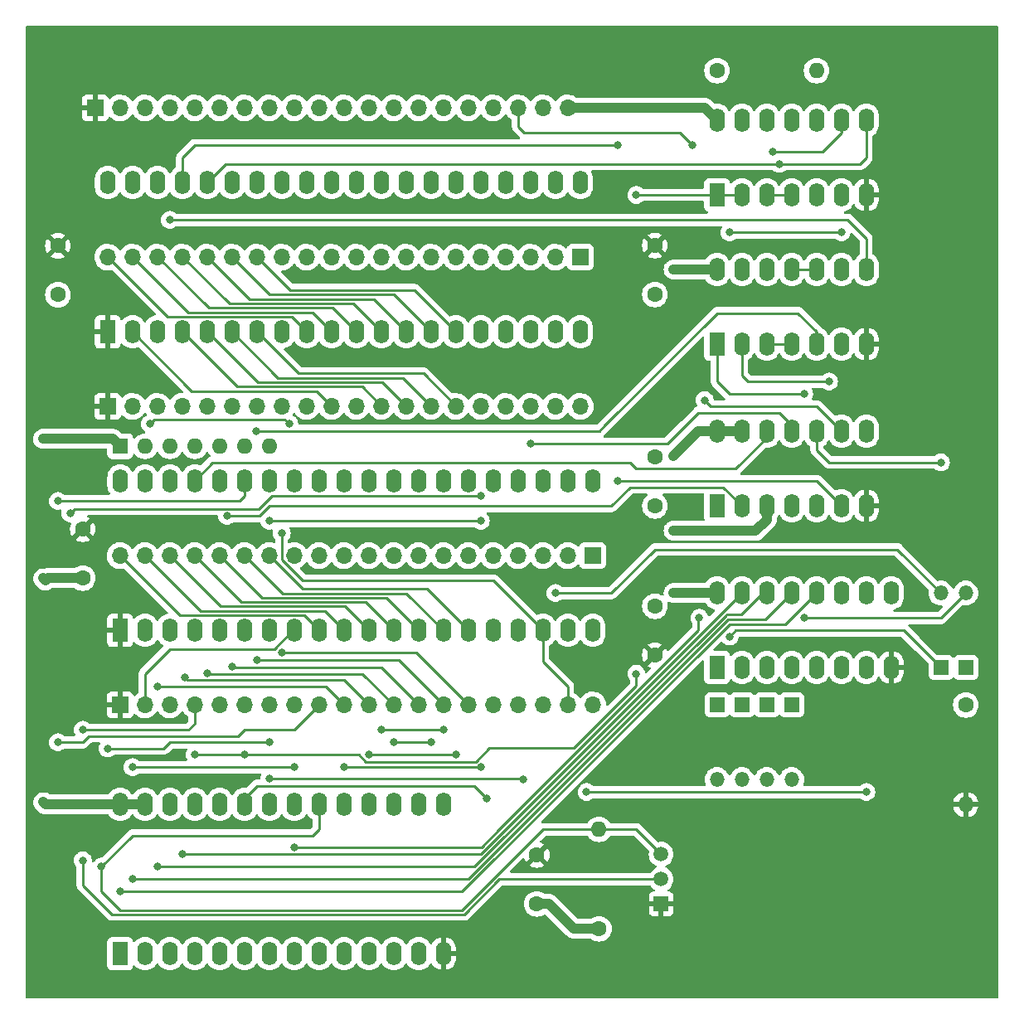
<source format=gbr>
%TF.GenerationSoftware,KiCad,Pcbnew,6.0.4+dfsg-1*%
%TF.CreationDate,2022-04-12T11:54:30+09:30*%
%TF.ProjectId,6530 to 6532 adaptor,36353330-2074-46f2-9036-353332206164,rev?*%
%TF.SameCoordinates,Original*%
%TF.FileFunction,Copper,L1,Top*%
%TF.FilePolarity,Positive*%
%FSLAX46Y46*%
G04 Gerber Fmt 4.6, Leading zero omitted, Abs format (unit mm)*
G04 Created by KiCad (PCBNEW 6.0.4+dfsg-1) date 2022-04-12 11:54:30*
%MOMM*%
%LPD*%
G01*
G04 APERTURE LIST*
%TA.AperFunction,ComponentPad*%
%ADD10C,1.600000*%
%TD*%
%TA.AperFunction,ComponentPad*%
%ADD11O,1.600000X1.600000*%
%TD*%
%TA.AperFunction,ComponentPad*%
%ADD12R,1.600000X2.400000*%
%TD*%
%TA.AperFunction,ComponentPad*%
%ADD13O,1.600000X2.400000*%
%TD*%
%TA.AperFunction,ComponentPad*%
%ADD14R,1.500000X1.500000*%
%TD*%
%TA.AperFunction,ComponentPad*%
%ADD15O,1.500000X1.500000*%
%TD*%
%TA.AperFunction,ComponentPad*%
%ADD16C,1.500000*%
%TD*%
%TA.AperFunction,ComponentPad*%
%ADD17R,1.600000X1.600000*%
%TD*%
%TA.AperFunction,ComponentPad*%
%ADD18R,1.700000X1.700000*%
%TD*%
%TA.AperFunction,ComponentPad*%
%ADD19O,1.700000X1.700000*%
%TD*%
%TA.AperFunction,ViaPad*%
%ADD20C,0.800000*%
%TD*%
%TA.AperFunction,Conductor*%
%ADD21C,1.000000*%
%TD*%
%TA.AperFunction,Conductor*%
%ADD22C,0.250000*%
%TD*%
G04 APERTURE END LIST*
D10*
%TO.P,R3,1*%
%TO.N,Net-(D5-Pad1)*%
X208280000Y-101600000D03*
D11*
%TO.P,R3,2*%
%TO.N,GND*%
X208280000Y-111760000D03*
%TD*%
D10*
%TO.P,C1,1*%
%TO.N,VCC*%
X176530000Y-81280000D03*
%TO.P,C1,2*%
%TO.N,GND*%
X176530000Y-76280000D03*
%TD*%
D12*
%TO.P,U2,1,Vss*%
%TO.N,GND*%
X120650000Y-63500000D03*
D13*
%TO.P,U2,2,A5*%
%TO.N,/IC5_A5*%
X123190000Y-63500000D03*
%TO.P,U2,3,A4*%
%TO.N,/A4_mod*%
X125730000Y-63500000D03*
%TO.P,U2,4,A3*%
%TO.N,/IC5_A3*%
X128270000Y-63500000D03*
%TO.P,U2,5,A2*%
%TO.N,/IC5_A2*%
X130810000Y-63500000D03*
%TO.P,U2,6,A1*%
%TO.N,/IC5_A1*%
X133350000Y-63500000D03*
%TO.P,U2,7,A0*%
%TO.N,/IC5_A0*%
X135890000Y-63500000D03*
%TO.P,U2,8,PA0*%
%TO.N,/IC5_PA0*%
X138430000Y-63500000D03*
%TO.P,U2,9,PA1*%
%TO.N,/IC5_PA1*%
X140970000Y-63500000D03*
%TO.P,U2,10,PA2*%
%TO.N,/IC5_PA2*%
X143510000Y-63500000D03*
%TO.P,U2,11,PA3*%
%TO.N,/IC5_PA3*%
X146050000Y-63500000D03*
%TO.P,U2,12,PA4*%
%TO.N,/IC5_PA4*%
X148590000Y-63500000D03*
%TO.P,U2,13,PA5*%
%TO.N,/IC5_PA5*%
X151130000Y-63500000D03*
%TO.P,U2,14,PA6*%
%TO.N,/IC5_PA6*%
X153670000Y-63500000D03*
%TO.P,U2,15,PA7*%
%TO.N,/IC5_PA7*%
X156210000Y-63500000D03*
%TO.P,U2,16,PB7*%
%TO.N,unconnected-(U2-Pad16)*%
X158750000Y-63500000D03*
%TO.P,U2,17,PB6*%
%TO.N,unconnected-(U2-Pad17)*%
X161290000Y-63500000D03*
%TO.P,U2,18,PB5*%
%TO.N,/IC5_PB5*%
X163830000Y-63500000D03*
%TO.P,U2,19,PB4*%
%TO.N,/IC5_PB4*%
X166370000Y-63500000D03*
%TO.P,U2,20,Vcc*%
%TO.N,VCC*%
X168910000Y-63500000D03*
%TO.P,U2,21,PB3*%
%TO.N,/IC5_PB3*%
X168910000Y-48260000D03*
%TO.P,U2,22,PB2*%
%TO.N,/IC5_PB2*%
X166370000Y-48260000D03*
%TO.P,U2,23,PB1*%
%TO.N,/IC5_PB1*%
X163830000Y-48260000D03*
%TO.P,U2,24,PB0*%
%TO.N,/IC5_PB0*%
X161290000Y-48260000D03*
%TO.P,U2,25,~IRQ*%
%TO.N,Net-(J1-Pad17)*%
X158750000Y-48260000D03*
%TO.P,U2,26,D7*%
%TO.N,/IC5_D7*%
X156210000Y-48260000D03*
%TO.P,U2,27,D6*%
%TO.N,/IC5_D6*%
X153670000Y-48260000D03*
%TO.P,U2,28,D5*%
%TO.N,/IC5_D5*%
X151130000Y-48260000D03*
%TO.P,U2,29,D4*%
%TO.N,/IC5_D4*%
X148590000Y-48260000D03*
%TO.P,U2,30,D3*%
%TO.N,/IC5_D3*%
X146050000Y-48260000D03*
%TO.P,U2,31,D2*%
%TO.N,/IC5_D2*%
X143510000Y-48260000D03*
%TO.P,U2,32,D1*%
%TO.N,/IC5_D1*%
X140970000Y-48260000D03*
%TO.P,U2,33,D0*%
%TO.N,/IC5_D0*%
X138430000Y-48260000D03*
%TO.P,U2,34,~RES*%
%TO.N,/IC5_RES*%
X135890000Y-48260000D03*
%TO.P,U2,35,R/W*%
%TO.N,/IC5_R{slash}W*%
X133350000Y-48260000D03*
%TO.P,U2,36,~RS*%
%TO.N,/~STACK*%
X130810000Y-48260000D03*
%TO.P,U2,37,~CS2*%
%TO.N,/~IC5*%
X128270000Y-48260000D03*
%TO.P,U2,38,CS1*%
%TO.N,/~RS0*%
X125730000Y-48260000D03*
%TO.P,U2,39,PHI2*%
%TO.N,/IC5_PHI2*%
X123190000Y-48260000D03*
%TO.P,U2,40,A6*%
%TO.N,/IC5_A6*%
X120650000Y-48260000D03*
%TD*%
D10*
%TO.P,R2,1*%
%TO.N,VCC*%
X182880000Y-36830000D03*
D11*
%TO.P,R2,2*%
%TO.N,Net-(D1-Pad2)*%
X193040000Y-36830000D03*
%TD*%
D14*
%TO.P,D5,1,K*%
%TO.N,Net-(D5-Pad1)*%
X208280000Y-97790000D03*
D15*
%TO.P,D5,2,A*%
%TO.N,Net-(D5-Pad2)*%
X208280000Y-90170000D03*
%TD*%
D14*
%TO.P,D6,1,K*%
%TO.N,Net-(D5-Pad1)*%
X205740000Y-97795000D03*
D15*
%TO.P,D6,2,A*%
%TO.N,/~IC6_CS*%
X205740000Y-90175000D03*
%TD*%
D14*
%TO.P,Q1,1,S*%
%TO.N,GND*%
X177165000Y-121920000D03*
D16*
%TO.P,Q1,2,G*%
%TO.N,/RS0*%
X177165000Y-119380000D03*
%TO.P,Q1,3,D*%
%TO.N,/~RS0*%
X177165000Y-116840000D03*
%TD*%
D14*
%TO.P,D2,1,K*%
%TO.N,Net-(D2-Pad1)*%
X185420000Y-101600000D03*
D15*
%TO.P,D2,2,A*%
%TO.N,Net-(D1-Pad2)*%
X185420000Y-109220000D03*
%TD*%
D10*
%TO.P,C6,1*%
%TO.N,VCC*%
X118110000Y-88645000D03*
%TO.P,C6,2*%
%TO.N,GND*%
X118110000Y-83645000D03*
%TD*%
D12*
%TO.P,U4,1,Vss*%
%TO.N,GND*%
X121920000Y-93980000D03*
D13*
%TO.P,U4,2,A5*%
%TO.N,/A5*%
X124460000Y-93980000D03*
%TO.P,U4,3,A4*%
%TO.N,/A4*%
X127000000Y-93980000D03*
%TO.P,U4,4,A3*%
%TO.N,/A3*%
X129540000Y-93980000D03*
%TO.P,U4,5,A2*%
%TO.N,/A2*%
X132080000Y-93980000D03*
%TO.P,U4,6,A1*%
%TO.N,/A1*%
X134620000Y-93980000D03*
%TO.P,U4,7,A0*%
%TO.N,/A0*%
X137160000Y-93980000D03*
%TO.P,U4,8,PA0*%
%TO.N,/IC6_PA0*%
X139700000Y-93980000D03*
%TO.P,U4,9,PA1*%
%TO.N,/IC6_PA1*%
X142240000Y-93980000D03*
%TO.P,U4,10,PA2*%
%TO.N,/IC6_PA2*%
X144780000Y-93980000D03*
%TO.P,U4,11,PA3*%
%TO.N,/IC6_PA3*%
X147320000Y-93980000D03*
%TO.P,U4,12,PA4*%
%TO.N,/IC6_PA4*%
X149860000Y-93980000D03*
%TO.P,U4,13,PA5*%
%TO.N,/IC6_PA5*%
X152400000Y-93980000D03*
%TO.P,U4,14,PA6*%
%TO.N,/IC6_PA6*%
X154940000Y-93980000D03*
%TO.P,U4,15,PA7*%
%TO.N,/IC6_PA7*%
X157480000Y-93980000D03*
%TO.P,U4,16,PB7*%
%TO.N,unconnected-(U4-Pad16)*%
X160020000Y-93980000D03*
%TO.P,U4,17,PB6*%
%TO.N,unconnected-(U4-Pad17)*%
X162560000Y-93980000D03*
%TO.P,U4,18,PB5*%
%TO.N,/IC6_PB5*%
X165100000Y-93980000D03*
%TO.P,U4,19,PB4*%
%TO.N,/IC6_PB4*%
X167640000Y-93980000D03*
%TO.P,U4,20,Vcc*%
%TO.N,VCC*%
X170180000Y-93980000D03*
%TO.P,U4,21,PB3*%
%TO.N,/IC6_PB3*%
X170180000Y-78740000D03*
%TO.P,U4,22,PB2*%
%TO.N,/IC6_PB2*%
X167640000Y-78740000D03*
%TO.P,U4,23,PB1*%
%TO.N,/IC6_PB1*%
X165100000Y-78740000D03*
%TO.P,U4,24,PB0*%
%TO.N,/IC6_PB0*%
X162560000Y-78740000D03*
%TO.P,U4,25,~IRQ*%
%TO.N,Net-(J4-Pad17)*%
X160020000Y-78740000D03*
%TO.P,U4,26,D7*%
%TO.N,/D7*%
X157480000Y-78740000D03*
%TO.P,U4,27,D6*%
%TO.N,/D6*%
X154940000Y-78740000D03*
%TO.P,U4,28,D5*%
%TO.N,/D5*%
X152400000Y-78740000D03*
%TO.P,U4,29,D4*%
%TO.N,/D4*%
X149860000Y-78740000D03*
%TO.P,U4,30,D3*%
%TO.N,/D3*%
X147320000Y-78740000D03*
%TO.P,U4,31,D2*%
%TO.N,/D2*%
X144780000Y-78740000D03*
%TO.P,U4,32,D1*%
%TO.N,/D1*%
X142240000Y-78740000D03*
%TO.P,U4,33,D0*%
%TO.N,/D0*%
X139700000Y-78740000D03*
%TO.P,U4,34,~RES*%
%TO.N,/IC6_RES*%
X137160000Y-78740000D03*
%TO.P,U4,35,R/W*%
%TO.N,/IC6_R{slash}W*%
X134620000Y-78740000D03*
%TO.P,U4,36,~RS*%
%TO.N,/~SCRATCH*%
X132080000Y-78740000D03*
%TO.P,U4,37,~CS2*%
%TO.N,/~IC6*%
X129540000Y-78740000D03*
%TO.P,U4,38,CS1*%
%TO.N,/~RS0*%
X127000000Y-78740000D03*
%TO.P,U4,39,PHI2*%
%TO.N,/IC6_PHI2*%
X124460000Y-78740000D03*
%TO.P,U4,40,A6*%
%TO.N,/A6*%
X121920000Y-78740000D03*
%TD*%
D12*
%TO.P,U6,1*%
%TO.N,Net-(D5-Pad2)*%
X182875000Y-64760000D03*
D13*
%TO.P,U6,2*%
%TO.N,Net-(U6-Pad2)*%
X185415000Y-64760000D03*
%TO.P,U6,3*%
%TO.N,Net-(U6-Pad3)*%
X187955000Y-64760000D03*
%TO.P,U6,4*%
X190495000Y-64760000D03*
%TO.P,U6,5*%
%TO.N,/A2*%
X193035000Y-64760000D03*
%TO.P,U6,6*%
%TO.N,Net-(U6-Pad6)*%
X195575000Y-64760000D03*
%TO.P,U6,7,GND*%
%TO.N,GND*%
X198115000Y-64760000D03*
%TO.P,U6,8*%
%TO.N,/A4_mod*%
X198115000Y-57140000D03*
%TO.P,U6,9*%
%TO.N,Net-(U6-Pad6)*%
X195575000Y-57140000D03*
%TO.P,U6,10*%
%TO.N,Net-(U6-Pad10)*%
X193035000Y-57140000D03*
%TO.P,U6,11*%
X190495000Y-57140000D03*
%TO.P,U6,12*%
%TO.N,/A4*%
X187955000Y-57140000D03*
%TO.P,U6,13*%
X185415000Y-57140000D03*
%TO.P,U6,14,VCC*%
%TO.N,VCC*%
X182875000Y-57140000D03*
%TD*%
D10*
%TO.P,C5,1*%
%TO.N,VCC*%
X176530000Y-59690000D03*
%TO.P,C5,2*%
%TO.N,GND*%
X176530000Y-54690000D03*
%TD*%
D12*
%TO.P,U10,1*%
%TO.N,/A8*%
X182875000Y-49520000D03*
D13*
%TO.P,U10,2*%
X185415000Y-49520000D03*
%TO.P,U10,3*%
%TO.N,Net-(U10-Pad3)*%
X187955000Y-49520000D03*
%TO.P,U10,4*%
X190495000Y-49520000D03*
%TO.P,U10,5*%
%TO.N,Net-(U10-Pad10)*%
X193035000Y-49520000D03*
%TO.P,U10,6*%
%TO.N,/~SCRATCH*%
X195575000Y-49520000D03*
%TO.P,U10,7,GND*%
%TO.N,GND*%
X198115000Y-49520000D03*
%TO.P,U10,8*%
%TO.N,/~STACK*%
X198115000Y-41900000D03*
%TO.P,U10,9*%
%TO.N,/A8*%
X195575000Y-41900000D03*
%TO.P,U10,10*%
%TO.N,Net-(U10-Pad10)*%
X193035000Y-41900000D03*
%TO.P,U10,11*%
X190495000Y-41900000D03*
%TO.P,U10,12*%
%TO.N,Net-(D1-Pad2)*%
X187955000Y-41900000D03*
%TO.P,U10,13*%
X185415000Y-41900000D03*
%TO.P,U10,14,VCC*%
%TO.N,VCC*%
X182875000Y-41900000D03*
%TD*%
D14*
%TO.P,D1,1,K*%
%TO.N,Net-(D1-Pad1)*%
X182880000Y-101595000D03*
D15*
%TO.P,D1,2,A*%
%TO.N,Net-(D1-Pad2)*%
X182880000Y-109215000D03*
%TD*%
D10*
%TO.P,C3,1*%
%TO.N,VCC*%
X176530000Y-91520000D03*
%TO.P,C3,2*%
%TO.N,GND*%
X176530000Y-96520000D03*
%TD*%
%TO.P,C4,1*%
%TO.N,VCC*%
X115570000Y-59715000D03*
%TO.P,C4,2*%
%TO.N,GND*%
X115570000Y-54715000D03*
%TD*%
D12*
%TO.P,U8,1,VPP*%
%TO.N,VCC*%
X121920000Y-127000000D03*
D13*
%TO.P,U8,2,A12*%
%TO.N,/~IC5_CS*%
X124460000Y-127000000D03*
%TO.P,U8,3,A7*%
%TO.N,/A7*%
X127000000Y-127000000D03*
%TO.P,U8,4,A6*%
%TO.N,/A6*%
X129540000Y-127000000D03*
%TO.P,U8,5,A5*%
%TO.N,/A5*%
X132080000Y-127000000D03*
%TO.P,U8,6,A4*%
%TO.N,/A4*%
X134620000Y-127000000D03*
%TO.P,U8,7,A3*%
%TO.N,/A3*%
X137160000Y-127000000D03*
%TO.P,U8,8,A2*%
%TO.N,/A2*%
X139700000Y-127000000D03*
%TO.P,U8,9,A1*%
%TO.N,/A1*%
X142240000Y-127000000D03*
%TO.P,U8,10,A0*%
%TO.N,/A0*%
X144780000Y-127000000D03*
%TO.P,U8,11,D0*%
%TO.N,/D0*%
X147320000Y-127000000D03*
%TO.P,U8,12,D1*%
%TO.N,/D1*%
X149860000Y-127000000D03*
%TO.P,U8,13,D2*%
%TO.N,/D2*%
X152400000Y-127000000D03*
%TO.P,U8,14,GND*%
%TO.N,GND*%
X154940000Y-127000000D03*
%TO.P,U8,15,D3*%
%TO.N,/D3*%
X154940000Y-111760000D03*
%TO.P,U8,16,D4*%
%TO.N,/D4*%
X152400000Y-111760000D03*
%TO.P,U8,17,D5*%
%TO.N,/D5*%
X149860000Y-111760000D03*
%TO.P,U8,18,D6*%
%TO.N,/D6*%
X147320000Y-111760000D03*
%TO.P,U8,19,D7*%
%TO.N,/D7*%
X144780000Y-111760000D03*
%TO.P,U8,20,~{CE}*%
%TO.N,/~RS0*%
X142240000Y-111760000D03*
%TO.P,U8,21,A10*%
%TO.N,/~IC3_CS*%
X139700000Y-111760000D03*
%TO.P,U8,22,~{OE}*%
%TO.N,Net-(U7-Pad8)*%
X137160000Y-111760000D03*
%TO.P,U8,23,A11*%
%TO.N,/~IC6_CS*%
X134620000Y-111760000D03*
%TO.P,U8,24,A9*%
%TO.N,/A9*%
X132080000Y-111760000D03*
%TO.P,U8,25,A8*%
%TO.N,/A8*%
X129540000Y-111760000D03*
%TO.P,U8,26,NC*%
%TO.N,unconnected-(U8-Pad26)*%
X127000000Y-111760000D03*
%TO.P,U8,27,~{PGM}*%
%TO.N,VCC*%
X124460000Y-111760000D03*
%TO.P,U8,28,VCC*%
X121920000Y-111760000D03*
%TD*%
D17*
%TO.P,RN1,1,common*%
%TO.N,VCC*%
X121920000Y-75184000D03*
D11*
%TO.P,RN1,2,R1*%
%TO.N,/IC6_PA2*%
X124460000Y-75184000D03*
%TO.P,RN1,3,R2*%
%TO.N,/IC6_PA3*%
X127000000Y-75184000D03*
%TO.P,RN1,4,R3*%
%TO.N,/IC6_PA4*%
X129540000Y-75184000D03*
%TO.P,RN1,5,R4*%
%TO.N,/IC6_PA5*%
X132080000Y-75184000D03*
%TO.P,RN1,6,R5*%
%TO.N,/IC6_PA6*%
X134620000Y-75184000D03*
%TO.P,RN1,7,R6*%
%TO.N,/IC6_PB5*%
X137160000Y-75184000D03*
%TD*%
D12*
%TO.P,U9,1,0*%
%TO.N,Net-(D1-Pad1)*%
X182870000Y-97775000D03*
D13*
%TO.P,U9,2,1*%
%TO.N,Net-(D2-Pad1)*%
X185410000Y-97775000D03*
%TO.P,U9,3,2*%
%TO.N,Net-(D3-Pad1)*%
X187950000Y-97775000D03*
%TO.P,U9,4,3*%
%TO.N,Net-(D4-Pad1)*%
X190490000Y-97775000D03*
%TO.P,U9,5,4*%
%TO.N,Net-(D5-Pad2)*%
X193030000Y-97775000D03*
%TO.P,U9,6,5*%
%TO.N,unconnected-(U9-Pad6)*%
X195570000Y-97775000D03*
%TO.P,U9,7,6*%
%TO.N,unconnected-(U9-Pad7)*%
X198110000Y-97775000D03*
%TO.P,U9,8,GND*%
%TO.N,GND*%
X200650000Y-97775000D03*
%TO.P,U9,9,7*%
%TO.N,unconnected-(U9-Pad9)*%
X200650000Y-90155000D03*
%TO.P,U9,10,8*%
%TO.N,Net-(U6-Pad2)*%
X198110000Y-90155000D03*
%TO.P,U9,11,9*%
%TO.N,unconnected-(U9-Pad11)*%
X195570000Y-90155000D03*
%TO.P,U9,12,A3*%
%TO.N,/A7*%
X193030000Y-90155000D03*
%TO.P,U9,13,A2*%
%TO.N,/A6*%
X190490000Y-90155000D03*
%TO.P,U9,14,A1*%
%TO.N,/A5*%
X187950000Y-90155000D03*
%TO.P,U9,15,A0*%
%TO.N,/A4*%
X185410000Y-90155000D03*
%TO.P,U9,16,VCC*%
%TO.N,VCC*%
X182870000Y-90155000D03*
%TD*%
D14*
%TO.P,D4,1,K*%
%TO.N,Net-(D4-Pad1)*%
X190500000Y-101595000D03*
D15*
%TO.P,D4,2,A*%
%TO.N,Net-(D1-Pad2)*%
X190500000Y-109215000D03*
%TD*%
D10*
%TO.P,C2,1*%
%TO.N,VCC*%
X164465000Y-121920000D03*
%TO.P,C2,2*%
%TO.N,GND*%
X164465000Y-116920000D03*
%TD*%
D14*
%TO.P,D3,1,K*%
%TO.N,Net-(D3-Pad1)*%
X187960000Y-101595000D03*
D15*
%TO.P,D3,2,A*%
%TO.N,Net-(D1-Pad2)*%
X187960000Y-109215000D03*
%TD*%
D10*
%TO.P,R1,1*%
%TO.N,VCC*%
X170815000Y-124460000D03*
D11*
%TO.P,R1,2*%
%TO.N,/~RS0*%
X170815000Y-114300000D03*
%TD*%
D12*
%TO.P,U7,1*%
%TO.N,Net-(D5-Pad1)*%
X182875000Y-81270000D03*
D13*
%TO.P,U7,2*%
%TO.N,/~SCRATCH*%
X185415000Y-81270000D03*
%TO.P,U7,3*%
%TO.N,VCC*%
X187955000Y-81270000D03*
%TO.P,U7,4*%
%TO.N,/~STACK*%
X190495000Y-81270000D03*
%TO.P,U7,5*%
%TO.N,Net-(U6-Pad2)*%
X193035000Y-81270000D03*
%TO.P,U7,6*%
%TO.N,/~IC5*%
X195575000Y-81270000D03*
%TO.P,U7,7,GND*%
%TO.N,GND*%
X198115000Y-81270000D03*
%TO.P,U7,8*%
%TO.N,Net-(U7-Pad8)*%
X198115000Y-73650000D03*
%TO.P,U7,9*%
%TO.N,/~IC3_CS*%
X195575000Y-73650000D03*
%TO.P,U7,10*%
%TO.N,/~IC6_CS*%
X193035000Y-73650000D03*
%TO.P,U7,11*%
%TO.N,/~IC5_CS*%
X190495000Y-73650000D03*
%TO.P,U7,12*%
%TO.N,/~IC6*%
X187955000Y-73650000D03*
%TO.P,U7,13*%
%TO.N,VCC*%
X185415000Y-73650000D03*
%TO.P,U7,14,VCC*%
X182875000Y-73650000D03*
%TD*%
D18*
%TO.P,J5,1,Pin_1*%
%TO.N,/IC6_PB4*%
X170170000Y-86355000D03*
D19*
%TO.P,J5,2,Pin_2*%
%TO.N,/IC6_PB3*%
X167630000Y-86355000D03*
%TO.P,J5,3,Pin_3*%
%TO.N,/IC6_PB2*%
X165090000Y-86355000D03*
%TO.P,J5,4,Pin_4*%
%TO.N,/IC6_PB1*%
X162550000Y-86355000D03*
%TO.P,J5,5,Pin_5*%
%TO.N,/IC6_PB0*%
X160010000Y-86355000D03*
%TO.P,J5,6,Pin_6*%
%TO.N,/D7*%
X157470000Y-86355000D03*
%TO.P,J5,7,Pin_7*%
%TO.N,/D6*%
X154930000Y-86355000D03*
%TO.P,J5,8,Pin_8*%
%TO.N,/D5*%
X152390000Y-86355000D03*
%TO.P,J5,9,Pin_9*%
%TO.N,/D4*%
X149850000Y-86355000D03*
%TO.P,J5,10,Pin_10*%
%TO.N,/D3*%
X147310000Y-86355000D03*
%TO.P,J5,11,Pin_11*%
%TO.N,/D2*%
X144770000Y-86355000D03*
%TO.P,J5,12,Pin_12*%
%TO.N,/D1*%
X142230000Y-86355000D03*
%TO.P,J5,13,Pin_13*%
%TO.N,/D0*%
X139690000Y-86355000D03*
%TO.P,J5,14,Pin_14*%
%TO.N,/IC6_PA7*%
X137150000Y-86355000D03*
%TO.P,J5,15,Pin_15*%
%TO.N,/IC6_PA6*%
X134610000Y-86355000D03*
%TO.P,J5,16,Pin_16*%
%TO.N,/IC6_PA5*%
X132070000Y-86355000D03*
%TO.P,J5,17,Pin_17*%
%TO.N,/IC6_PA4*%
X129530000Y-86355000D03*
%TO.P,J5,18,Pin_18*%
%TO.N,/IC6_PA3*%
X126990000Y-86355000D03*
%TO.P,J5,19,Pin_19*%
%TO.N,/IC6_PA2*%
X124450000Y-86355000D03*
%TO.P,J5,20,Pin_20*%
%TO.N,/IC6_PA1*%
X121910000Y-86355000D03*
%TD*%
D18*
%TO.P,J1,1,Pin_1*%
%TO.N,GND*%
X120650000Y-71120000D03*
D19*
%TO.P,J1,2,Pin_2*%
%TO.N,/IC5_PA0*%
X123190000Y-71120000D03*
%TO.P,J1,3,Pin_3*%
%TO.N,/IC5_PHI2*%
X125730000Y-71120000D03*
%TO.P,J1,4,Pin_4*%
%TO.N,unconnected-(J1-Pad4)*%
X128270000Y-71120000D03*
%TO.P,J1,5,Pin_5*%
%TO.N,unconnected-(J1-Pad5)*%
X130810000Y-71120000D03*
%TO.P,J1,6,Pin_6*%
%TO.N,unconnected-(J1-Pad6)*%
X133350000Y-71120000D03*
%TO.P,J1,7,Pin_7*%
%TO.N,unconnected-(J1-Pad7)*%
X135890000Y-71120000D03*
%TO.P,J1,8,Pin_8*%
%TO.N,/IC5_A6*%
X138430000Y-71120000D03*
%TO.P,J1,9,Pin_9*%
%TO.N,/IC5_R{slash}W*%
X140970000Y-71120000D03*
%TO.P,J1,10,Pin_10*%
%TO.N,/IC5_A5*%
X143510000Y-71120000D03*
%TO.P,J1,11,Pin_11*%
%TO.N,/IC5_A4*%
X146050000Y-71120000D03*
%TO.P,J1,12,Pin_12*%
%TO.N,/IC5_A3*%
X148590000Y-71120000D03*
%TO.P,J1,13,Pin_13*%
%TO.N,/IC5_A2*%
X151130000Y-71120000D03*
%TO.P,J1,14,Pin_14*%
%TO.N,/IC5_A1*%
X153670000Y-71120000D03*
%TO.P,J1,15,Pin_15*%
%TO.N,/IC5_A0*%
X156210000Y-71120000D03*
%TO.P,J1,16,Pin_16*%
%TO.N,/IC5_RES*%
X158750000Y-71120000D03*
%TO.P,J1,17,Pin_17*%
%TO.N,Net-(J1-Pad17)*%
X161290000Y-71120000D03*
%TO.P,J1,18,Pin_18*%
%TO.N,/~IC5_CS*%
X163830000Y-71120000D03*
%TO.P,J1,19,Pin_19*%
%TO.N,/IC5_PB5*%
X166370000Y-71120000D03*
%TO.P,J1,20,Pin_20*%
%TO.N,VCC*%
X168910000Y-71120000D03*
%TD*%
D18*
%TO.P,J2,1,Pin_1*%
%TO.N,/IC5_PB4*%
X168910000Y-55880000D03*
D19*
%TO.P,J2,2,Pin_2*%
%TO.N,/IC5_PB3*%
X166370000Y-55880000D03*
%TO.P,J2,3,Pin_3*%
%TO.N,/IC5_PB2*%
X163830000Y-55880000D03*
%TO.P,J2,4,Pin_4*%
%TO.N,/IC5_PB1*%
X161290000Y-55880000D03*
%TO.P,J2,5,Pin_5*%
%TO.N,/IC5_PB0*%
X158750000Y-55880000D03*
%TO.P,J2,6,Pin_6*%
%TO.N,/IC5_D7*%
X156210000Y-55880000D03*
%TO.P,J2,7,Pin_7*%
%TO.N,/IC5_D6*%
X153670000Y-55880000D03*
%TO.P,J2,8,Pin_8*%
%TO.N,/IC5_D5*%
X151130000Y-55880000D03*
%TO.P,J2,9,Pin_9*%
%TO.N,/IC5_D4*%
X148590000Y-55880000D03*
%TO.P,J2,10,Pin_10*%
%TO.N,/IC5_D3*%
X146050000Y-55880000D03*
%TO.P,J2,11,Pin_11*%
%TO.N,/IC5_D2*%
X143510000Y-55880000D03*
%TO.P,J2,12,Pin_12*%
%TO.N,/IC5_D1*%
X140970000Y-55880000D03*
%TO.P,J2,13,Pin_13*%
%TO.N,/IC5_D0*%
X138430000Y-55880000D03*
%TO.P,J2,14,Pin_14*%
%TO.N,/IC5_PA7*%
X135890000Y-55880000D03*
%TO.P,J2,15,Pin_15*%
%TO.N,/IC5_PA6*%
X133350000Y-55880000D03*
%TO.P,J2,16,Pin_16*%
%TO.N,/IC5_PA5*%
X130810000Y-55880000D03*
%TO.P,J2,17,Pin_17*%
%TO.N,/IC5_PA4*%
X128270000Y-55880000D03*
%TO.P,J2,18,Pin_18*%
%TO.N,/IC5_PA3*%
X125730000Y-55880000D03*
%TO.P,J2,19,Pin_19*%
%TO.N,/IC5_PA2*%
X123190000Y-55880000D03*
%TO.P,J2,20,Pin_20*%
%TO.N,/IC5_PA1*%
X120650000Y-55880000D03*
%TD*%
D18*
%TO.P,J3,1,Pin_1*%
%TO.N,GND*%
X119380000Y-40640000D03*
D19*
%TO.P,J3,2,Pin_2*%
%TO.N,unconnected-(J3-Pad2)*%
X121920000Y-40640000D03*
%TO.P,J3,3,Pin_3*%
%TO.N,unconnected-(J3-Pad3)*%
X124460000Y-40640000D03*
%TO.P,J3,4,Pin_4*%
%TO.N,unconnected-(J3-Pad4)*%
X127000000Y-40640000D03*
%TO.P,J3,5,Pin_5*%
%TO.N,unconnected-(J3-Pad5)*%
X129540000Y-40640000D03*
%TO.P,J3,6,Pin_6*%
%TO.N,unconnected-(J3-Pad6)*%
X132080000Y-40640000D03*
%TO.P,J3,7,Pin_7*%
%TO.N,unconnected-(J3-Pad7)*%
X134620000Y-40640000D03*
%TO.P,J3,8,Pin_8*%
%TO.N,unconnected-(J3-Pad8)*%
X137160000Y-40640000D03*
%TO.P,J3,9,Pin_9*%
%TO.N,unconnected-(J3-Pad9)*%
X139700000Y-40640000D03*
%TO.P,J3,10,Pin_10*%
%TO.N,unconnected-(J3-Pad10)*%
X142240000Y-40640000D03*
%TO.P,J3,11,Pin_11*%
%TO.N,unconnected-(J3-Pad11)*%
X144780000Y-40640000D03*
%TO.P,J3,12,Pin_12*%
%TO.N,unconnected-(J3-Pad12)*%
X147320000Y-40640000D03*
%TO.P,J3,13,Pin_13*%
%TO.N,unconnected-(J3-Pad13)*%
X149860000Y-40640000D03*
%TO.P,J3,14,Pin_14*%
%TO.N,unconnected-(J3-Pad14)*%
X152400000Y-40640000D03*
%TO.P,J3,15,Pin_15*%
%TO.N,unconnected-(J3-Pad15)*%
X154940000Y-40640000D03*
%TO.P,J3,16,Pin_16*%
%TO.N,unconnected-(J3-Pad16)*%
X157480000Y-40640000D03*
%TO.P,J3,17,Pin_17*%
%TO.N,unconnected-(J3-Pad17)*%
X160020000Y-40640000D03*
%TO.P,J3,18,Pin_18*%
%TO.N,/~IC3_CS*%
X162560000Y-40640000D03*
%TO.P,J3,19,Pin_19*%
%TO.N,unconnected-(J3-Pad19)*%
X165100000Y-40640000D03*
%TO.P,J3,20,Pin_20*%
%TO.N,VCC*%
X167640000Y-40640000D03*
%TD*%
D18*
%TO.P,J4,1,Pin_1*%
%TO.N,GND*%
X121920000Y-101600000D03*
D19*
%TO.P,J4,2,Pin_2*%
%TO.N,/IC6_PA0*%
X124460000Y-101600000D03*
%TO.P,J4,3,Pin_3*%
%TO.N,/IC6_PHI2*%
X127000000Y-101600000D03*
%TO.P,J4,4,Pin_4*%
%TO.N,/RS0*%
X129540000Y-101600000D03*
%TO.P,J4,5,Pin_5*%
%TO.N,/A9*%
X132080000Y-101600000D03*
%TO.P,J4,6,Pin_6*%
%TO.N,/A8*%
X134620000Y-101600000D03*
%TO.P,J4,7,Pin_7*%
%TO.N,/A7*%
X137160000Y-101600000D03*
%TO.P,J4,8,Pin_8*%
%TO.N,/A6*%
X139700000Y-101600000D03*
%TO.P,J4,9,Pin_9*%
%TO.N,/IC6_R{slash}W*%
X142240000Y-101600000D03*
%TO.P,J4,10,Pin_10*%
%TO.N,/A5*%
X144780000Y-101600000D03*
%TO.P,J4,11,Pin_11*%
%TO.N,/A4*%
X147320000Y-101600000D03*
%TO.P,J4,12,Pin_12*%
%TO.N,/A3*%
X149860000Y-101600000D03*
%TO.P,J4,13,Pin_13*%
%TO.N,/A2*%
X152400000Y-101600000D03*
%TO.P,J4,14,Pin_14*%
%TO.N,/A1*%
X154940000Y-101600000D03*
%TO.P,J4,15,Pin_15*%
%TO.N,/A0*%
X157480000Y-101600000D03*
%TO.P,J4,16,Pin_16*%
%TO.N,/IC6_RES*%
X160020000Y-101600000D03*
%TO.P,J4,17,Pin_17*%
%TO.N,Net-(J4-Pad17)*%
X162560000Y-101600000D03*
%TO.P,J4,18,Pin_18*%
%TO.N,/~IC6_CS*%
X165100000Y-101600000D03*
%TO.P,J4,19,Pin_19*%
%TO.N,/IC6_PB5*%
X167640000Y-101600000D03*
%TO.P,J4,20,Pin_20*%
%TO.N,VCC*%
X170180000Y-101600000D03*
%TD*%
D20*
%TO.N,VCC*%
X114070489Y-88670489D03*
X178435000Y-83820000D03*
X114070489Y-111530489D03*
X178435000Y-76200000D03*
X178435000Y-90170000D03*
X178435000Y-57150000D03*
X114070489Y-74397511D03*
%TO.N,GND*%
X176530000Y-72390000D03*
X176530000Y-63500000D03*
%TO.N,Net-(D5-Pad1)*%
X184150000Y-94615000D03*
%TO.N,Net-(D5-Pad2)*%
X191770000Y-69850000D03*
X191770000Y-92710000D03*
%TO.N,/~IC6_CS*%
X205740000Y-76835000D03*
X166370000Y-90170000D03*
X159385000Y-111125000D03*
%TO.N,/RS0*%
X118110000Y-104140000D03*
X118110000Y-117475000D03*
%TO.N,/~RS0*%
X120015000Y-118110000D03*
%TO.N,/IC5_PA0*%
X124968000Y-72898000D03*
X139192000Y-72898000D03*
%TO.N,/A8*%
X174625000Y-98425000D03*
X129540000Y-106680000D03*
X174625000Y-49530000D03*
X134620000Y-106680000D03*
X188595000Y-45085000D03*
%TO.N,/A7*%
X121920000Y-120650000D03*
X137160000Y-105410000D03*
X120650000Y-106045000D03*
%TO.N,/A6*%
X123190000Y-119380000D03*
X123190000Y-107950000D03*
X139700000Y-107950000D03*
%TO.N,/A5*%
X125730000Y-118110000D03*
X125730000Y-99695000D03*
%TO.N,/A4*%
X128270000Y-116840000D03*
X128524000Y-98806000D03*
%TO.N,/A3*%
X130810000Y-98335500D03*
%TO.N,/A2*%
X133350000Y-97700500D03*
X135852511Y-73622511D03*
%TO.N,/A1*%
X135890000Y-97028000D03*
%TO.N,/A0*%
X138430000Y-96285020D03*
%TO.N,/~IC5_CS*%
X158749480Y-80264520D03*
X163830000Y-74930000D03*
X116840000Y-82042000D03*
%TO.N,/D7*%
X158750000Y-107950000D03*
X144780000Y-107950000D03*
%TO.N,/D6*%
X147320000Y-106680000D03*
X156210000Y-106680000D03*
%TO.N,/D5*%
X149860000Y-105410000D03*
X153670000Y-105410000D03*
%TO.N,/D3*%
X154940000Y-104140000D03*
X148590000Y-104140000D03*
%TO.N,/A4_mod*%
X127000000Y-52070000D03*
%TO.N,/~STACK*%
X189230000Y-46355000D03*
%TO.N,/~IC5*%
X172720000Y-44450000D03*
X172720000Y-78740000D03*
%TO.N,/IC6_PB5*%
X138430000Y-84074000D03*
%TO.N,/~SCRATCH*%
X132842000Y-82296000D03*
X184150000Y-53340000D03*
X195580000Y-53340000D03*
%TO.N,/~IC3_CS*%
X181064500Y-92710000D03*
X180340000Y-44450000D03*
X181610000Y-70485000D03*
X139700000Y-116115500D03*
%TO.N,Net-(U6-Pad2)*%
X194310000Y-68580000D03*
%TO.N,/IC6_R{slash}W*%
X115570000Y-105410000D03*
X115570000Y-80772000D03*
%TO.N,/IC6_RES*%
X137160000Y-82804000D03*
X158750000Y-82804000D03*
%TO.N,Net-(U7-Pad8)*%
X169545000Y-110490000D03*
X137160000Y-109130500D03*
X163068000Y-109220000D03*
X198120000Y-110490000D03*
%TD*%
D21*
%TO.N,VCC*%
X186805000Y-83820000D02*
X178435000Y-83820000D01*
X121920000Y-111760000D02*
X124460000Y-111760000D01*
X178450000Y-90155000D02*
X178435000Y-90170000D01*
X182875000Y-57140000D02*
X178445000Y-57140000D01*
X114300000Y-111760000D02*
X114070489Y-111530489D01*
X167640000Y-40645000D02*
X181620000Y-40645000D01*
X121158000Y-74422000D02*
X114046000Y-74422000D01*
X114555000Y-88645000D02*
X114300000Y-88900000D01*
X181620000Y-40645000D02*
X182875000Y-41900000D01*
X187955000Y-82670000D02*
X186805000Y-83820000D01*
X182875000Y-73650000D02*
X185415000Y-73650000D01*
X121920000Y-111760000D02*
X114300000Y-111760000D01*
X114300000Y-88900000D02*
X114070489Y-88670489D01*
X114046000Y-74422000D02*
X114070489Y-74397511D01*
X164465000Y-121920000D02*
X165735000Y-121920000D01*
X121920000Y-75184000D02*
X121158000Y-74422000D01*
X165735000Y-121920000D02*
X168275000Y-124460000D01*
X182870000Y-90155000D02*
X178450000Y-90155000D01*
X182875000Y-73650000D02*
X180985000Y-73650000D01*
X180985000Y-73650000D02*
X178435000Y-76200000D01*
X178445000Y-57140000D02*
X178435000Y-57150000D01*
X168275000Y-124460000D02*
X170815000Y-124460000D01*
X187955000Y-81270000D02*
X187955000Y-82670000D01*
X118110000Y-88645000D02*
X114555000Y-88645000D01*
D22*
%TO.N,Net-(D5-Pad1)*%
X201930000Y-93980000D02*
X184785000Y-93980000D01*
X205740000Y-97795000D02*
X201930000Y-93980000D01*
X184785000Y-93980000D02*
X184150000Y-94615000D01*
%TO.N,Net-(D5-Pad2)*%
X184150000Y-69850000D02*
X182875000Y-68575000D01*
X208280000Y-90170000D02*
X205740000Y-92710000D01*
X191770000Y-69850000D02*
X184150000Y-69850000D01*
X182875000Y-68575000D02*
X182875000Y-64760000D01*
X205740000Y-92710000D02*
X191770000Y-92710000D01*
%TO.N,/~IC6_CS*%
X172085000Y-90170000D02*
X176530000Y-85725000D01*
X176530000Y-85725000D02*
X201295000Y-85725000D01*
X193035000Y-75560000D02*
X193035000Y-73650000D01*
X135890000Y-109855000D02*
X158115000Y-109855000D01*
X205740000Y-76835000D02*
X194310000Y-76835000D01*
X134620000Y-111760000D02*
X134620000Y-111125000D01*
X158115000Y-109855000D02*
X159385000Y-111125000D01*
X166370000Y-90170000D02*
X172085000Y-90170000D01*
X201295000Y-85725000D02*
X205740000Y-90175000D01*
X194310000Y-76835000D02*
X193035000Y-75560000D01*
X134620000Y-111125000D02*
X135890000Y-109855000D01*
%TO.N,/RS0*%
X118110000Y-120015000D02*
X118110000Y-117475000D01*
X121099520Y-123004520D02*
X118110000Y-120015000D01*
X129540000Y-103505000D02*
X129535000Y-103500000D01*
X177165000Y-119380000D02*
X160655718Y-119380000D01*
X128905000Y-104140000D02*
X129540000Y-103505000D01*
X157031197Y-123004520D02*
X121099520Y-123004520D01*
X129535000Y-103500000D02*
X129535000Y-101575000D01*
X118110000Y-104140000D02*
X128905000Y-104140000D01*
X160655718Y-119380000D02*
X157031197Y-123004520D01*
%TO.N,/~RS0*%
X177165000Y-116840000D02*
X174625000Y-114300000D01*
X165100000Y-114300000D02*
X156845000Y-122555000D01*
X156845000Y-122555000D02*
X121920000Y-122555000D01*
X121920000Y-122555000D02*
X120015000Y-120650000D01*
X142240000Y-114300000D02*
X142240000Y-111760000D01*
X141605000Y-114935000D02*
X142240000Y-114300000D01*
X120015000Y-120650000D02*
X120015000Y-118110000D01*
X123190000Y-114935000D02*
X141605000Y-114935000D01*
X120015000Y-118110000D02*
X123190000Y-114935000D01*
X170815000Y-114300000D02*
X165100000Y-114300000D01*
X174625000Y-114300000D02*
X170815000Y-114300000D01*
%TO.N,/IC5_PA0*%
X139192000Y-72898000D02*
X138721489Y-72427489D01*
X138721489Y-72427489D02*
X125438511Y-72427489D01*
X125438511Y-72427489D02*
X124968000Y-72898000D01*
%TO.N,/A8*%
X146295386Y-106680000D02*
X147019897Y-107404511D01*
X195575000Y-43185000D02*
X195575000Y-41900000D01*
X134620000Y-106680000D02*
X146295386Y-106680000D01*
X174625000Y-49530000D02*
X174635000Y-49520000D01*
X133350000Y-106680000D02*
X134620000Y-106680000D01*
X174625000Y-99668564D02*
X174625000Y-98425000D01*
X174635000Y-49520000D02*
X182875000Y-49520000D01*
X147019897Y-107404511D02*
X158270875Y-107404511D01*
X159643245Y-106032141D02*
X168261423Y-106032141D01*
X188595000Y-45085000D02*
X193675000Y-45085000D01*
X129540000Y-106680000D02*
X133350000Y-106680000D01*
X185415000Y-49520000D02*
X182875000Y-49520000D01*
X158270875Y-107404511D02*
X159643245Y-106032141D01*
X168261423Y-106032141D02*
X174625000Y-99668564D01*
X193675000Y-45085000D02*
X195575000Y-43185000D01*
%TO.N,/A7*%
X184151077Y-93346077D02*
X156847153Y-120650000D01*
X156847153Y-120650000D02*
X121920000Y-120650000D01*
X193030000Y-90155000D02*
X189838923Y-93346077D01*
X189838923Y-93346077D02*
X184151077Y-93346077D01*
X127000000Y-105410000D02*
X137160000Y-105410000D01*
X126365000Y-106045000D02*
X127000000Y-105410000D01*
X120650000Y-106045000D02*
X126365000Y-106045000D01*
%TO.N,/A6*%
X187815121Y-92829879D02*
X184031557Y-92829879D01*
X190490000Y-90155000D02*
X187815121Y-92829879D01*
X184031557Y-92829879D02*
X157481436Y-119380000D01*
X123190000Y-107950000D02*
X139700000Y-107950000D01*
X157481436Y-119380000D02*
X123190000Y-119380000D01*
%TO.N,/A5*%
X183820359Y-92380359D02*
X183820359Y-92405359D01*
X158115718Y-118110000D02*
X125730000Y-118110000D01*
X187950000Y-90155000D02*
X187550000Y-90155000D01*
X183820359Y-92405359D02*
X158115718Y-118110000D01*
X185324641Y-92380359D02*
X183820359Y-92380359D01*
X144775000Y-101575000D02*
X142895000Y-99695000D01*
X187550000Y-90155000D02*
X185324641Y-92380359D01*
X142895000Y-99695000D02*
X125730000Y-99695000D01*
%TO.N,/A4*%
X158750000Y-116840000D02*
X168584897Y-107005103D01*
X144594520Y-99060000D02*
X144780000Y-99060000D01*
X128270000Y-116840000D02*
X158750000Y-116840000D01*
X144594509Y-99060011D02*
X144594520Y-99060000D01*
X168584897Y-106980103D02*
X185410000Y-90155000D01*
X144594509Y-99060011D02*
X128778011Y-99060011D01*
X128778011Y-99060011D02*
X128524000Y-98806000D01*
X147315000Y-101575000D02*
X144800000Y-99060000D01*
X168584897Y-107005103D02*
X168584897Y-106980103D01*
%TO.N,/A3*%
X146685000Y-98425000D02*
X130899500Y-98425000D01*
X130899500Y-98425000D02*
X130810000Y-98335500D01*
X149855000Y-101575000D02*
X149835000Y-101575000D01*
X149835000Y-101575000D02*
X146685000Y-98425000D01*
%TO.N,/A2*%
X193035000Y-63495000D02*
X193035000Y-64760000D01*
X148610000Y-97790000D02*
X146050000Y-97790000D01*
X171386500Y-73088500D02*
X182880000Y-61595000D01*
X135852511Y-73622511D02*
X170852489Y-73622511D01*
X191135000Y-61595000D02*
X193035000Y-63495000D01*
X152395000Y-101575000D02*
X148610000Y-97790000D01*
X182880000Y-61595000D02*
X191135000Y-61595000D01*
X146050000Y-97790000D02*
X133439500Y-97790000D01*
X170852489Y-73622511D02*
X171386500Y-73088500D01*
X133439500Y-97790000D02*
X133350000Y-97700500D01*
%TO.N,/A1*%
X135890000Y-97028000D02*
X150349520Y-97009520D01*
X154915000Y-101575000D02*
X154935000Y-101575000D01*
X150349520Y-97009520D02*
X154915000Y-101575000D01*
%TO.N,/A0*%
X152165020Y-96285020D02*
X157455000Y-101575000D01*
X157455000Y-101575000D02*
X157475000Y-101575000D01*
X138430000Y-96285020D02*
X152165020Y-96285020D01*
%TO.N,/~IC5_CS*%
X116840000Y-82042000D02*
X117310511Y-81571489D01*
X179705000Y-73025000D02*
X177800000Y-74930000D01*
X137413480Y-80264520D02*
X158749480Y-80264520D01*
X190495000Y-73650000D02*
X190495000Y-73020000D01*
X189230000Y-71755000D02*
X180975000Y-71755000D01*
X117310511Y-81571489D02*
X136106511Y-81571489D01*
X136106511Y-81571489D02*
X137413480Y-80264520D01*
X177800000Y-74930000D02*
X163830000Y-74930000D01*
X190495000Y-73020000D02*
X189230000Y-71755000D01*
X180975000Y-71755000D02*
X179705000Y-73025000D01*
%TO.N,/D7*%
X158750000Y-107950000D02*
X144780000Y-107950000D01*
%TO.N,/D6*%
X156210000Y-106680000D02*
X147320000Y-106680000D01*
%TO.N,/D5*%
X153670000Y-105410000D02*
X149860000Y-105410000D01*
%TO.N,/D3*%
X148590000Y-104140000D02*
X153670000Y-104140000D01*
X153670000Y-104140000D02*
X154940000Y-104140000D01*
%TO.N,/IC5_PA7*%
X135890000Y-55830000D02*
X139300480Y-59240480D01*
X151950480Y-59240480D02*
X156210000Y-63500000D01*
X139300480Y-59240480D02*
X151950480Y-59240480D01*
%TO.N,/IC5_PA6*%
X133350000Y-55830000D02*
X134874520Y-57354520D01*
X149860000Y-59690000D02*
X153670000Y-63500000D01*
X134874520Y-57354520D02*
X134874520Y-57404520D01*
X137160000Y-59690000D02*
X149860000Y-59690000D01*
X134874520Y-57404520D02*
X137160000Y-59690000D01*
%TO.N,/IC5_PA5*%
X135157400Y-60177400D02*
X147807400Y-60177400D01*
X147807400Y-60177400D02*
X151130000Y-63500000D01*
X130810000Y-55830000D02*
X135157400Y-60177400D01*
%TO.N,/IC5_PA4*%
X145716920Y-60626920D02*
X148590000Y-63500000D01*
X133066920Y-60626920D02*
X145716920Y-60626920D01*
X128270000Y-55830000D02*
X133066920Y-60626920D01*
%TO.N,/IC5_PA3*%
X143626440Y-61076440D02*
X146050000Y-63500000D01*
X130976440Y-61076440D02*
X143626440Y-61076440D01*
X125730000Y-55830000D02*
X130976440Y-61076440D01*
%TO.N,/IC5_PA2*%
X141535960Y-61525960D02*
X143510000Y-63500000D01*
X128885960Y-61525960D02*
X141535960Y-61525960D01*
X123190000Y-55830000D02*
X128885960Y-61525960D01*
%TO.N,/IC5_PA1*%
X139445480Y-61975480D02*
X140970000Y-63500000D01*
X120650000Y-55830000D02*
X126795480Y-61975480D01*
X126795480Y-61975480D02*
X139445480Y-61975480D01*
%TO.N,/A4_mod*%
X198120000Y-53975000D02*
X198115000Y-53980000D01*
X196215000Y-52070000D02*
X198120000Y-53975000D01*
X198115000Y-53980000D02*
X198115000Y-57140000D01*
X127000000Y-52070000D02*
X196215000Y-52070000D01*
%TO.N,/~STACK*%
X198120000Y-45720000D02*
X198115000Y-45715000D01*
X189230000Y-46355000D02*
X197485000Y-46355000D01*
X189230000Y-46355000D02*
X132715000Y-46355000D01*
X198115000Y-45715000D02*
X198115000Y-41900000D01*
X132715000Y-46355000D02*
X130810000Y-48260000D01*
X197485000Y-46355000D02*
X198120000Y-45720000D01*
%TO.N,/~IC5*%
X195575000Y-81270000D02*
X193045000Y-78740000D01*
X193045000Y-78740000D02*
X172720000Y-78740000D01*
X129540000Y-44450000D02*
X128270000Y-45720000D01*
X128270000Y-45720000D02*
X128270000Y-48260000D01*
X172720000Y-44450000D02*
X129540000Y-44450000D01*
%TO.N,/IC6_PA0*%
X139700000Y-93980000D02*
X139564926Y-93980000D01*
X127000000Y-95885000D02*
X124455000Y-98430000D01*
X137659926Y-95885000D02*
X127000000Y-95885000D01*
X139564926Y-93980000D02*
X137659926Y-95885000D01*
X124455000Y-98430000D02*
X124455000Y-101575000D01*
%TO.N,/IC6_PB5*%
X167635000Y-99690000D02*
X165100000Y-97155000D01*
X138430000Y-84074000D02*
X138430000Y-86756010D01*
X138430000Y-86756010D02*
X140573990Y-88900000D01*
X140573990Y-88900000D02*
X160020000Y-88900000D01*
X167635000Y-101575000D02*
X167635000Y-99690000D01*
X165100000Y-97155000D02*
X165100000Y-93980000D01*
X160020000Y-88900000D02*
X165100000Y-93980000D01*
%TO.N,/IC6_PA7*%
X137155000Y-86335000D02*
X140578360Y-89758360D01*
X140578360Y-89758360D02*
X153258360Y-89758360D01*
X153258360Y-89758360D02*
X157480000Y-93980000D01*
%TO.N,/IC6_PA6*%
X134615000Y-86350000D02*
X134610000Y-86355000D01*
X151167880Y-90207880D02*
X154940000Y-93980000D01*
X138487880Y-90207880D02*
X151167880Y-90207880D01*
X134615000Y-86335000D02*
X138487880Y-90207880D01*
%TO.N,/IC6_PA5*%
X132075000Y-86350000D02*
X132070000Y-86355000D01*
X136397400Y-90657400D02*
X149077400Y-90657400D01*
X149077400Y-90657400D02*
X152400000Y-93980000D01*
X132075000Y-86335000D02*
X136397400Y-90657400D01*
%TO.N,/IC6_PA4*%
X146986920Y-91106920D02*
X149860000Y-93980000D01*
X129535000Y-86350000D02*
X129530000Y-86355000D01*
X134306920Y-91106920D02*
X146986920Y-91106920D01*
X129535000Y-86335000D02*
X134306920Y-91106920D01*
%TO.N,/IC6_PA3*%
X126995000Y-86350000D02*
X126990000Y-86355000D01*
X126995000Y-86335000D02*
X132216440Y-91556440D01*
X144896440Y-91556440D02*
X147320000Y-93980000D01*
X132216440Y-91556440D02*
X144896440Y-91556440D01*
%TO.N,/IC6_PA2*%
X142805960Y-92005960D02*
X144780000Y-93980000D01*
X124455000Y-86350000D02*
X124450000Y-86355000D01*
X130125960Y-92005960D02*
X142805960Y-92005960D01*
X124455000Y-86335000D02*
X130125960Y-92005960D01*
%TO.N,/IC6_PA1*%
X140715480Y-92455480D02*
X142240000Y-93980000D01*
X121915000Y-86335000D02*
X128035480Y-92455480D01*
X128035480Y-92455480D02*
X140715480Y-92455480D01*
%TO.N,/~SCRATCH*%
X172085000Y-81280000D02*
X173990000Y-79375000D01*
X173990000Y-79375000D02*
X183520000Y-79375000D01*
X183520000Y-79375000D02*
X185415000Y-81270000D01*
X137160000Y-81280000D02*
X136144000Y-82296000D01*
X184150000Y-53340000D02*
X195580000Y-53340000D01*
X137160000Y-81280000D02*
X172085000Y-81280000D01*
X136144000Y-82296000D02*
X132842000Y-82296000D01*
%TO.N,/~IC6*%
X187955000Y-74300000D02*
X184785000Y-77470000D01*
X187955000Y-73650000D02*
X187955000Y-74300000D01*
X184785000Y-77470000D02*
X174625000Y-77470000D01*
X173990000Y-76835000D02*
X131318000Y-76835000D01*
X174625000Y-77470000D02*
X173990000Y-76835000D01*
X131318000Y-76835000D02*
X129540000Y-78740000D01*
%TO.N,/~IC3_CS*%
X181610000Y-70485000D02*
X182245000Y-71120000D01*
X180975000Y-92710000D02*
X181064500Y-92710000D01*
X163195000Y-43180000D02*
X162560000Y-42545000D01*
X180975000Y-93954282D02*
X180975000Y-92710000D01*
X160654641Y-114274641D02*
X180975000Y-93954282D01*
X158838782Y-116115500D02*
X160654641Y-114299641D01*
X158204500Y-116115500D02*
X158838782Y-116115500D01*
X180340000Y-44450000D02*
X179070000Y-43180000D01*
X179070000Y-43180000D02*
X163195000Y-43180000D01*
X162560000Y-42545000D02*
X162560000Y-40645000D01*
X193045000Y-71120000D02*
X195575000Y-73650000D01*
X182245000Y-71120000D02*
X193045000Y-71120000D01*
X139700000Y-116115500D02*
X158204500Y-116115500D01*
X160654641Y-114299641D02*
X160654641Y-114274641D01*
%TO.N,Net-(U6-Pad2)*%
X185415000Y-67940000D02*
X185415000Y-64760000D01*
X194310000Y-68580000D02*
X186055000Y-68580000D01*
X186055000Y-68580000D02*
X185415000Y-67940000D01*
%TO.N,Net-(U6-Pad3)*%
X190495000Y-64760000D02*
X187955000Y-64760000D01*
%TO.N,Net-(U6-Pad10)*%
X190495000Y-57140000D02*
X193035000Y-57140000D01*
%TO.N,Net-(U10-Pad3)*%
X190495000Y-49520000D02*
X187955000Y-49520000D01*
%TO.N,/IC5_A5*%
X123190000Y-63500000D02*
X129235480Y-69545480D01*
X129235480Y-69545480D02*
X141985480Y-69545480D01*
X141985480Y-69545480D02*
X143510000Y-71070000D01*
%TO.N,/IC5_A3*%
X133865960Y-69095960D02*
X146615960Y-69095960D01*
X128270000Y-63500000D02*
X133865960Y-69095960D01*
X146615960Y-69095960D02*
X148590000Y-71070000D01*
%TO.N,/IC5_A2*%
X148706440Y-68646440D02*
X151130000Y-71070000D01*
X130810000Y-63500000D02*
X135956440Y-68646440D01*
X135956440Y-68646440D02*
X148706440Y-68646440D01*
%TO.N,/IC5_A1*%
X138046920Y-68196920D02*
X150796920Y-68196920D01*
X133350000Y-63500000D02*
X138046920Y-68196920D01*
X150796920Y-68196920D02*
X153670000Y-71070000D01*
%TO.N,/IC5_A0*%
X135890000Y-63500000D02*
X140137400Y-67747400D01*
X140137400Y-67747400D02*
X152887400Y-67747400D01*
X152887400Y-67747400D02*
X156210000Y-71070000D01*
%TO.N,/IC6_R{slash}W*%
X142235000Y-101575000D02*
X139670000Y-104140000D01*
X115570000Y-80772000D02*
X134112000Y-80772000D01*
X118745000Y-104775000D02*
X118110000Y-105410000D01*
X134620000Y-104140000D02*
X133985000Y-104775000D01*
X134620000Y-80264000D02*
X134620000Y-78740000D01*
X118110000Y-105410000D02*
X115570000Y-105410000D01*
X133985000Y-104775000D02*
X118745000Y-104775000D01*
X134112000Y-80772000D02*
X134620000Y-80264000D01*
X139670000Y-104140000D02*
X134620000Y-104140000D01*
%TO.N,/IC6_RES*%
X137160000Y-82804000D02*
X158750000Y-82804000D01*
%TO.N,Net-(U7-Pad8)*%
X137160000Y-109130500D02*
X163105500Y-109130500D01*
X169545000Y-110490000D02*
X198120000Y-110490000D01*
%TD*%
%TA.AperFunction,Conductor*%
%TO.N,GND*%
G36*
X211523621Y-32278502D02*
G01*
X211570114Y-32332158D01*
X211581500Y-32384500D01*
X211581500Y-131445500D01*
X211561498Y-131513621D01*
X211507842Y-131560114D01*
X211455500Y-131571500D01*
X112394500Y-131571500D01*
X112326379Y-131551498D01*
X112279886Y-131497842D01*
X112268500Y-131445500D01*
X112268500Y-128248134D01*
X120611500Y-128248134D01*
X120618255Y-128310316D01*
X120669385Y-128446705D01*
X120756739Y-128563261D01*
X120873295Y-128650615D01*
X121009684Y-128701745D01*
X121071866Y-128708500D01*
X122768134Y-128708500D01*
X122830316Y-128701745D01*
X122966705Y-128650615D01*
X123083261Y-128563261D01*
X123170615Y-128446705D01*
X123221745Y-128310316D01*
X123222917Y-128299526D01*
X123223803Y-128297394D01*
X123224425Y-128294778D01*
X123224848Y-128294879D01*
X123250155Y-128233965D01*
X123308517Y-128193537D01*
X123379471Y-128191078D01*
X123440490Y-128227371D01*
X123447489Y-128236031D01*
X123450643Y-128239789D01*
X123453802Y-128244300D01*
X123615700Y-128406198D01*
X123620208Y-128409355D01*
X123620211Y-128409357D01*
X123661542Y-128438297D01*
X123803251Y-128537523D01*
X123808233Y-128539846D01*
X123808238Y-128539849D01*
X124004765Y-128631490D01*
X124010757Y-128634284D01*
X124016065Y-128635706D01*
X124016067Y-128635707D01*
X124226598Y-128692119D01*
X124226600Y-128692119D01*
X124231913Y-128693543D01*
X124460000Y-128713498D01*
X124688087Y-128693543D01*
X124693400Y-128692119D01*
X124693402Y-128692119D01*
X124903933Y-128635707D01*
X124903935Y-128635706D01*
X124909243Y-128634284D01*
X124915235Y-128631490D01*
X125111762Y-128539849D01*
X125111767Y-128539846D01*
X125116749Y-128537523D01*
X125258458Y-128438297D01*
X125299789Y-128409357D01*
X125299792Y-128409355D01*
X125304300Y-128406198D01*
X125466198Y-128244300D01*
X125597523Y-128056749D01*
X125599846Y-128051767D01*
X125599849Y-128051762D01*
X125615805Y-128017543D01*
X125662722Y-127964258D01*
X125730999Y-127944797D01*
X125798959Y-127965339D01*
X125844195Y-128017543D01*
X125860151Y-128051762D01*
X125860154Y-128051767D01*
X125862477Y-128056749D01*
X125993802Y-128244300D01*
X126155700Y-128406198D01*
X126160208Y-128409355D01*
X126160211Y-128409357D01*
X126201542Y-128438297D01*
X126343251Y-128537523D01*
X126348233Y-128539846D01*
X126348238Y-128539849D01*
X126544765Y-128631490D01*
X126550757Y-128634284D01*
X126556065Y-128635706D01*
X126556067Y-128635707D01*
X126766598Y-128692119D01*
X126766600Y-128692119D01*
X126771913Y-128693543D01*
X127000000Y-128713498D01*
X127228087Y-128693543D01*
X127233400Y-128692119D01*
X127233402Y-128692119D01*
X127443933Y-128635707D01*
X127443935Y-128635706D01*
X127449243Y-128634284D01*
X127455235Y-128631490D01*
X127651762Y-128539849D01*
X127651767Y-128539846D01*
X127656749Y-128537523D01*
X127798458Y-128438297D01*
X127839789Y-128409357D01*
X127839792Y-128409355D01*
X127844300Y-128406198D01*
X128006198Y-128244300D01*
X128137523Y-128056749D01*
X128139846Y-128051767D01*
X128139849Y-128051762D01*
X128155805Y-128017543D01*
X128202722Y-127964258D01*
X128270999Y-127944797D01*
X128338959Y-127965339D01*
X128384195Y-128017543D01*
X128400151Y-128051762D01*
X128400154Y-128051767D01*
X128402477Y-128056749D01*
X128533802Y-128244300D01*
X128695700Y-128406198D01*
X128700208Y-128409355D01*
X128700211Y-128409357D01*
X128741542Y-128438297D01*
X128883251Y-128537523D01*
X128888233Y-128539846D01*
X128888238Y-128539849D01*
X129084765Y-128631490D01*
X129090757Y-128634284D01*
X129096065Y-128635706D01*
X129096067Y-128635707D01*
X129306598Y-128692119D01*
X129306600Y-128692119D01*
X129311913Y-128693543D01*
X129540000Y-128713498D01*
X129768087Y-128693543D01*
X129773400Y-128692119D01*
X129773402Y-128692119D01*
X129983933Y-128635707D01*
X129983935Y-128635706D01*
X129989243Y-128634284D01*
X129995235Y-128631490D01*
X130191762Y-128539849D01*
X130191767Y-128539846D01*
X130196749Y-128537523D01*
X130338458Y-128438297D01*
X130379789Y-128409357D01*
X130379792Y-128409355D01*
X130384300Y-128406198D01*
X130546198Y-128244300D01*
X130677523Y-128056749D01*
X130679846Y-128051767D01*
X130679849Y-128051762D01*
X130695805Y-128017543D01*
X130742722Y-127964258D01*
X130810999Y-127944797D01*
X130878959Y-127965339D01*
X130924195Y-128017543D01*
X130940151Y-128051762D01*
X130940154Y-128051767D01*
X130942477Y-128056749D01*
X131073802Y-128244300D01*
X131235700Y-128406198D01*
X131240208Y-128409355D01*
X131240211Y-128409357D01*
X131281542Y-128438297D01*
X131423251Y-128537523D01*
X131428233Y-128539846D01*
X131428238Y-128539849D01*
X131624765Y-128631490D01*
X131630757Y-128634284D01*
X131636065Y-128635706D01*
X131636067Y-128635707D01*
X131846598Y-128692119D01*
X131846600Y-128692119D01*
X131851913Y-128693543D01*
X132080000Y-128713498D01*
X132308087Y-128693543D01*
X132313400Y-128692119D01*
X132313402Y-128692119D01*
X132523933Y-128635707D01*
X132523935Y-128635706D01*
X132529243Y-128634284D01*
X132535235Y-128631490D01*
X132731762Y-128539849D01*
X132731767Y-128539846D01*
X132736749Y-128537523D01*
X132878458Y-128438297D01*
X132919789Y-128409357D01*
X132919792Y-128409355D01*
X132924300Y-128406198D01*
X133086198Y-128244300D01*
X133217523Y-128056749D01*
X133219846Y-128051767D01*
X133219849Y-128051762D01*
X133235805Y-128017543D01*
X133282722Y-127964258D01*
X133350999Y-127944797D01*
X133418959Y-127965339D01*
X133464195Y-128017543D01*
X133480151Y-128051762D01*
X133480154Y-128051767D01*
X133482477Y-128056749D01*
X133613802Y-128244300D01*
X133775700Y-128406198D01*
X133780208Y-128409355D01*
X133780211Y-128409357D01*
X133821542Y-128438297D01*
X133963251Y-128537523D01*
X133968233Y-128539846D01*
X133968238Y-128539849D01*
X134164765Y-128631490D01*
X134170757Y-128634284D01*
X134176065Y-128635706D01*
X134176067Y-128635707D01*
X134386598Y-128692119D01*
X134386600Y-128692119D01*
X134391913Y-128693543D01*
X134620000Y-128713498D01*
X134848087Y-128693543D01*
X134853400Y-128692119D01*
X134853402Y-128692119D01*
X135063933Y-128635707D01*
X135063935Y-128635706D01*
X135069243Y-128634284D01*
X135075235Y-128631490D01*
X135271762Y-128539849D01*
X135271767Y-128539846D01*
X135276749Y-128537523D01*
X135418458Y-128438297D01*
X135459789Y-128409357D01*
X135459792Y-128409355D01*
X135464300Y-128406198D01*
X135626198Y-128244300D01*
X135757523Y-128056749D01*
X135759846Y-128051767D01*
X135759849Y-128051762D01*
X135775805Y-128017543D01*
X135822722Y-127964258D01*
X135890999Y-127944797D01*
X135958959Y-127965339D01*
X136004195Y-128017543D01*
X136020151Y-128051762D01*
X136020154Y-128051767D01*
X136022477Y-128056749D01*
X136153802Y-128244300D01*
X136315700Y-128406198D01*
X136320208Y-128409355D01*
X136320211Y-128409357D01*
X136361542Y-128438297D01*
X136503251Y-128537523D01*
X136508233Y-128539846D01*
X136508238Y-128539849D01*
X136704765Y-128631490D01*
X136710757Y-128634284D01*
X136716065Y-128635706D01*
X136716067Y-128635707D01*
X136926598Y-128692119D01*
X136926600Y-128692119D01*
X136931913Y-128693543D01*
X137160000Y-128713498D01*
X137388087Y-128693543D01*
X137393400Y-128692119D01*
X137393402Y-128692119D01*
X137603933Y-128635707D01*
X137603935Y-128635706D01*
X137609243Y-128634284D01*
X137615235Y-128631490D01*
X137811762Y-128539849D01*
X137811767Y-128539846D01*
X137816749Y-128537523D01*
X137958458Y-128438297D01*
X137999789Y-128409357D01*
X137999792Y-128409355D01*
X138004300Y-128406198D01*
X138166198Y-128244300D01*
X138297523Y-128056749D01*
X138299846Y-128051767D01*
X138299849Y-128051762D01*
X138315805Y-128017543D01*
X138362722Y-127964258D01*
X138430999Y-127944797D01*
X138498959Y-127965339D01*
X138544195Y-128017543D01*
X138560151Y-128051762D01*
X138560154Y-128051767D01*
X138562477Y-128056749D01*
X138693802Y-128244300D01*
X138855700Y-128406198D01*
X138860208Y-128409355D01*
X138860211Y-128409357D01*
X138901542Y-128438297D01*
X139043251Y-128537523D01*
X139048233Y-128539846D01*
X139048238Y-128539849D01*
X139244765Y-128631490D01*
X139250757Y-128634284D01*
X139256065Y-128635706D01*
X139256067Y-128635707D01*
X139466598Y-128692119D01*
X139466600Y-128692119D01*
X139471913Y-128693543D01*
X139700000Y-128713498D01*
X139928087Y-128693543D01*
X139933400Y-128692119D01*
X139933402Y-128692119D01*
X140143933Y-128635707D01*
X140143935Y-128635706D01*
X140149243Y-128634284D01*
X140155235Y-128631490D01*
X140351762Y-128539849D01*
X140351767Y-128539846D01*
X140356749Y-128537523D01*
X140498458Y-128438297D01*
X140539789Y-128409357D01*
X140539792Y-128409355D01*
X140544300Y-128406198D01*
X140706198Y-128244300D01*
X140837523Y-128056749D01*
X140839846Y-128051767D01*
X140839849Y-128051762D01*
X140855805Y-128017543D01*
X140902722Y-127964258D01*
X140970999Y-127944797D01*
X141038959Y-127965339D01*
X141084195Y-128017543D01*
X141100151Y-128051762D01*
X141100154Y-128051767D01*
X141102477Y-128056749D01*
X141233802Y-128244300D01*
X141395700Y-128406198D01*
X141400208Y-128409355D01*
X141400211Y-128409357D01*
X141441542Y-128438297D01*
X141583251Y-128537523D01*
X141588233Y-128539846D01*
X141588238Y-128539849D01*
X141784765Y-128631490D01*
X141790757Y-128634284D01*
X141796065Y-128635706D01*
X141796067Y-128635707D01*
X142006598Y-128692119D01*
X142006600Y-128692119D01*
X142011913Y-128693543D01*
X142240000Y-128713498D01*
X142468087Y-128693543D01*
X142473400Y-128692119D01*
X142473402Y-128692119D01*
X142683933Y-128635707D01*
X142683935Y-128635706D01*
X142689243Y-128634284D01*
X142695235Y-128631490D01*
X142891762Y-128539849D01*
X142891767Y-128539846D01*
X142896749Y-128537523D01*
X143038458Y-128438297D01*
X143079789Y-128409357D01*
X143079792Y-128409355D01*
X143084300Y-128406198D01*
X143246198Y-128244300D01*
X143377523Y-128056749D01*
X143379846Y-128051767D01*
X143379849Y-128051762D01*
X143395805Y-128017543D01*
X143442722Y-127964258D01*
X143510999Y-127944797D01*
X143578959Y-127965339D01*
X143624195Y-128017543D01*
X143640151Y-128051762D01*
X143640154Y-128051767D01*
X143642477Y-128056749D01*
X143773802Y-128244300D01*
X143935700Y-128406198D01*
X143940208Y-128409355D01*
X143940211Y-128409357D01*
X143981542Y-128438297D01*
X144123251Y-128537523D01*
X144128233Y-128539846D01*
X144128238Y-128539849D01*
X144324765Y-128631490D01*
X144330757Y-128634284D01*
X144336065Y-128635706D01*
X144336067Y-128635707D01*
X144546598Y-128692119D01*
X144546600Y-128692119D01*
X144551913Y-128693543D01*
X144780000Y-128713498D01*
X145008087Y-128693543D01*
X145013400Y-128692119D01*
X145013402Y-128692119D01*
X145223933Y-128635707D01*
X145223935Y-128635706D01*
X145229243Y-128634284D01*
X145235235Y-128631490D01*
X145431762Y-128539849D01*
X145431767Y-128539846D01*
X145436749Y-128537523D01*
X145578458Y-128438297D01*
X145619789Y-128409357D01*
X145619792Y-128409355D01*
X145624300Y-128406198D01*
X145786198Y-128244300D01*
X145917523Y-128056749D01*
X145919846Y-128051767D01*
X145919849Y-128051762D01*
X145935805Y-128017543D01*
X145982722Y-127964258D01*
X146050999Y-127944797D01*
X146118959Y-127965339D01*
X146164195Y-128017543D01*
X146180151Y-128051762D01*
X146180154Y-128051767D01*
X146182477Y-128056749D01*
X146313802Y-128244300D01*
X146475700Y-128406198D01*
X146480208Y-128409355D01*
X146480211Y-128409357D01*
X146521542Y-128438297D01*
X146663251Y-128537523D01*
X146668233Y-128539846D01*
X146668238Y-128539849D01*
X146864765Y-128631490D01*
X146870757Y-128634284D01*
X146876065Y-128635706D01*
X146876067Y-128635707D01*
X147086598Y-128692119D01*
X147086600Y-128692119D01*
X147091913Y-128693543D01*
X147320000Y-128713498D01*
X147548087Y-128693543D01*
X147553400Y-128692119D01*
X147553402Y-128692119D01*
X147763933Y-128635707D01*
X147763935Y-128635706D01*
X147769243Y-128634284D01*
X147775235Y-128631490D01*
X147971762Y-128539849D01*
X147971767Y-128539846D01*
X147976749Y-128537523D01*
X148118458Y-128438297D01*
X148159789Y-128409357D01*
X148159792Y-128409355D01*
X148164300Y-128406198D01*
X148326198Y-128244300D01*
X148457523Y-128056749D01*
X148459846Y-128051767D01*
X148459849Y-128051762D01*
X148475805Y-128017543D01*
X148522722Y-127964258D01*
X148590999Y-127944797D01*
X148658959Y-127965339D01*
X148704195Y-128017543D01*
X148720151Y-128051762D01*
X148720154Y-128051767D01*
X148722477Y-128056749D01*
X148853802Y-128244300D01*
X149015700Y-128406198D01*
X149020208Y-128409355D01*
X149020211Y-128409357D01*
X149061542Y-128438297D01*
X149203251Y-128537523D01*
X149208233Y-128539846D01*
X149208238Y-128539849D01*
X149404765Y-128631490D01*
X149410757Y-128634284D01*
X149416065Y-128635706D01*
X149416067Y-128635707D01*
X149626598Y-128692119D01*
X149626600Y-128692119D01*
X149631913Y-128693543D01*
X149860000Y-128713498D01*
X150088087Y-128693543D01*
X150093400Y-128692119D01*
X150093402Y-128692119D01*
X150303933Y-128635707D01*
X150303935Y-128635706D01*
X150309243Y-128634284D01*
X150315235Y-128631490D01*
X150511762Y-128539849D01*
X150511767Y-128539846D01*
X150516749Y-128537523D01*
X150658458Y-128438297D01*
X150699789Y-128409357D01*
X150699792Y-128409355D01*
X150704300Y-128406198D01*
X150866198Y-128244300D01*
X150997523Y-128056749D01*
X150999846Y-128051767D01*
X150999849Y-128051762D01*
X151015805Y-128017543D01*
X151062722Y-127964258D01*
X151130999Y-127944797D01*
X151198959Y-127965339D01*
X151244195Y-128017543D01*
X151260151Y-128051762D01*
X151260154Y-128051767D01*
X151262477Y-128056749D01*
X151393802Y-128244300D01*
X151555700Y-128406198D01*
X151560208Y-128409355D01*
X151560211Y-128409357D01*
X151601542Y-128438297D01*
X151743251Y-128537523D01*
X151748233Y-128539846D01*
X151748238Y-128539849D01*
X151944765Y-128631490D01*
X151950757Y-128634284D01*
X151956065Y-128635706D01*
X151956067Y-128635707D01*
X152166598Y-128692119D01*
X152166600Y-128692119D01*
X152171913Y-128693543D01*
X152400000Y-128713498D01*
X152628087Y-128693543D01*
X152633400Y-128692119D01*
X152633402Y-128692119D01*
X152843933Y-128635707D01*
X152843935Y-128635706D01*
X152849243Y-128634284D01*
X152855235Y-128631490D01*
X153051762Y-128539849D01*
X153051767Y-128539846D01*
X153056749Y-128537523D01*
X153198458Y-128438297D01*
X153239789Y-128409357D01*
X153239792Y-128409355D01*
X153244300Y-128406198D01*
X153406198Y-128244300D01*
X153537523Y-128056749D01*
X153539846Y-128051767D01*
X153539849Y-128051762D01*
X153556081Y-128016951D01*
X153602998Y-127963666D01*
X153671275Y-127944205D01*
X153739235Y-127964747D01*
X153784471Y-128016951D01*
X153800586Y-128051511D01*
X153806069Y-128061007D01*
X153931028Y-128239467D01*
X153938084Y-128247875D01*
X154092125Y-128401916D01*
X154100533Y-128408972D01*
X154278993Y-128533931D01*
X154288489Y-128539414D01*
X154485947Y-128631490D01*
X154496239Y-128635236D01*
X154668503Y-128681394D01*
X154682599Y-128681058D01*
X154686000Y-128673116D01*
X154686000Y-128667967D01*
X155194000Y-128667967D01*
X155197973Y-128681498D01*
X155206522Y-128682727D01*
X155383761Y-128635236D01*
X155394053Y-128631490D01*
X155591511Y-128539414D01*
X155601007Y-128533931D01*
X155779467Y-128408972D01*
X155787875Y-128401916D01*
X155941916Y-128247875D01*
X155948972Y-128239467D01*
X156073931Y-128061007D01*
X156079414Y-128051511D01*
X156171490Y-127854053D01*
X156175236Y-127843761D01*
X156231625Y-127633312D01*
X156233528Y-127622519D01*
X156247762Y-127459830D01*
X156248000Y-127454365D01*
X156248000Y-127272115D01*
X156243525Y-127256876D01*
X156242135Y-127255671D01*
X156234452Y-127254000D01*
X155212115Y-127254000D01*
X155196876Y-127258475D01*
X155195671Y-127259865D01*
X155194000Y-127267548D01*
X155194000Y-128667967D01*
X154686000Y-128667967D01*
X154686000Y-126727885D01*
X155194000Y-126727885D01*
X155198475Y-126743124D01*
X155199865Y-126744329D01*
X155207548Y-126746000D01*
X156229885Y-126746000D01*
X156245124Y-126741525D01*
X156246329Y-126740135D01*
X156248000Y-126732452D01*
X156248000Y-126545635D01*
X156247762Y-126540170D01*
X156233528Y-126377481D01*
X156231625Y-126366688D01*
X156175236Y-126156239D01*
X156171490Y-126145947D01*
X156079414Y-125948489D01*
X156073931Y-125938993D01*
X155948972Y-125760533D01*
X155941916Y-125752125D01*
X155787875Y-125598084D01*
X155779467Y-125591028D01*
X155601007Y-125466069D01*
X155591511Y-125460586D01*
X155394053Y-125368510D01*
X155383761Y-125364764D01*
X155211497Y-125318606D01*
X155197401Y-125318942D01*
X155194000Y-125326884D01*
X155194000Y-126727885D01*
X154686000Y-126727885D01*
X154686000Y-125332033D01*
X154682027Y-125318502D01*
X154673478Y-125317273D01*
X154496239Y-125364764D01*
X154485947Y-125368510D01*
X154288489Y-125460586D01*
X154278993Y-125466069D01*
X154100533Y-125591028D01*
X154092125Y-125598084D01*
X153938084Y-125752125D01*
X153931028Y-125760533D01*
X153806069Y-125938993D01*
X153800586Y-125948489D01*
X153784471Y-125983049D01*
X153737554Y-126036334D01*
X153669277Y-126055795D01*
X153601317Y-126035253D01*
X153556081Y-125983049D01*
X153539849Y-125948238D01*
X153539846Y-125948233D01*
X153537523Y-125943251D01*
X153422332Y-125778742D01*
X153409357Y-125760211D01*
X153409355Y-125760208D01*
X153406198Y-125755700D01*
X153244300Y-125593802D01*
X153239792Y-125590645D01*
X153239789Y-125590643D01*
X153161611Y-125535902D01*
X153056749Y-125462477D01*
X153051767Y-125460154D01*
X153051762Y-125460151D01*
X152854225Y-125368039D01*
X152854224Y-125368039D01*
X152849243Y-125365716D01*
X152843935Y-125364294D01*
X152843933Y-125364293D01*
X152633402Y-125307881D01*
X152633400Y-125307881D01*
X152628087Y-125306457D01*
X152400000Y-125286502D01*
X152171913Y-125306457D01*
X152166600Y-125307881D01*
X152166598Y-125307881D01*
X151956067Y-125364293D01*
X151956065Y-125364294D01*
X151950757Y-125365716D01*
X151945776Y-125368039D01*
X151945775Y-125368039D01*
X151748238Y-125460151D01*
X151748233Y-125460154D01*
X151743251Y-125462477D01*
X151638389Y-125535902D01*
X151560211Y-125590643D01*
X151560208Y-125590645D01*
X151555700Y-125593802D01*
X151393802Y-125755700D01*
X151390645Y-125760208D01*
X151390643Y-125760211D01*
X151377668Y-125778742D01*
X151262477Y-125943251D01*
X151260154Y-125948233D01*
X151260151Y-125948238D01*
X151244195Y-125982457D01*
X151197278Y-126035742D01*
X151129001Y-126055203D01*
X151061041Y-126034661D01*
X151015805Y-125982457D01*
X150999849Y-125948238D01*
X150999846Y-125948233D01*
X150997523Y-125943251D01*
X150882332Y-125778742D01*
X150869357Y-125760211D01*
X150869355Y-125760208D01*
X150866198Y-125755700D01*
X150704300Y-125593802D01*
X150699792Y-125590645D01*
X150699789Y-125590643D01*
X150621611Y-125535902D01*
X150516749Y-125462477D01*
X150511767Y-125460154D01*
X150511762Y-125460151D01*
X150314225Y-125368039D01*
X150314224Y-125368039D01*
X150309243Y-125365716D01*
X150303935Y-125364294D01*
X150303933Y-125364293D01*
X150093402Y-125307881D01*
X150093400Y-125307881D01*
X150088087Y-125306457D01*
X149860000Y-125286502D01*
X149631913Y-125306457D01*
X149626600Y-125307881D01*
X149626598Y-125307881D01*
X149416067Y-125364293D01*
X149416065Y-125364294D01*
X149410757Y-125365716D01*
X149405776Y-125368039D01*
X149405775Y-125368039D01*
X149208238Y-125460151D01*
X149208233Y-125460154D01*
X149203251Y-125462477D01*
X149098389Y-125535902D01*
X149020211Y-125590643D01*
X149020208Y-125590645D01*
X149015700Y-125593802D01*
X148853802Y-125755700D01*
X148850645Y-125760208D01*
X148850643Y-125760211D01*
X148837668Y-125778742D01*
X148722477Y-125943251D01*
X148720154Y-125948233D01*
X148720151Y-125948238D01*
X148704195Y-125982457D01*
X148657278Y-126035742D01*
X148589001Y-126055203D01*
X148521041Y-126034661D01*
X148475805Y-125982457D01*
X148459849Y-125948238D01*
X148459846Y-125948233D01*
X148457523Y-125943251D01*
X148342332Y-125778742D01*
X148329357Y-125760211D01*
X148329355Y-125760208D01*
X148326198Y-125755700D01*
X148164300Y-125593802D01*
X148159792Y-125590645D01*
X148159789Y-125590643D01*
X148081611Y-125535902D01*
X147976749Y-125462477D01*
X147971767Y-125460154D01*
X147971762Y-125460151D01*
X147774225Y-125368039D01*
X147774224Y-125368039D01*
X147769243Y-125365716D01*
X147763935Y-125364294D01*
X147763933Y-125364293D01*
X147553402Y-125307881D01*
X147553400Y-125307881D01*
X147548087Y-125306457D01*
X147320000Y-125286502D01*
X147091913Y-125306457D01*
X147086600Y-125307881D01*
X147086598Y-125307881D01*
X146876067Y-125364293D01*
X146876065Y-125364294D01*
X146870757Y-125365716D01*
X146865776Y-125368039D01*
X146865775Y-125368039D01*
X146668238Y-125460151D01*
X146668233Y-125460154D01*
X146663251Y-125462477D01*
X146558389Y-125535902D01*
X146480211Y-125590643D01*
X146480208Y-125590645D01*
X146475700Y-125593802D01*
X146313802Y-125755700D01*
X146310645Y-125760208D01*
X146310643Y-125760211D01*
X146297668Y-125778742D01*
X146182477Y-125943251D01*
X146180154Y-125948233D01*
X146180151Y-125948238D01*
X146164195Y-125982457D01*
X146117278Y-126035742D01*
X146049001Y-126055203D01*
X145981041Y-126034661D01*
X145935805Y-125982457D01*
X145919849Y-125948238D01*
X145919846Y-125948233D01*
X145917523Y-125943251D01*
X145802332Y-125778742D01*
X145789357Y-125760211D01*
X145789355Y-125760208D01*
X145786198Y-125755700D01*
X145624300Y-125593802D01*
X145619792Y-125590645D01*
X145619789Y-125590643D01*
X145541611Y-125535902D01*
X145436749Y-125462477D01*
X145431767Y-125460154D01*
X145431762Y-125460151D01*
X145234225Y-125368039D01*
X145234224Y-125368039D01*
X145229243Y-125365716D01*
X145223935Y-125364294D01*
X145223933Y-125364293D01*
X145013402Y-125307881D01*
X145013400Y-125307881D01*
X145008087Y-125306457D01*
X144780000Y-125286502D01*
X144551913Y-125306457D01*
X144546600Y-125307881D01*
X144546598Y-125307881D01*
X144336067Y-125364293D01*
X144336065Y-125364294D01*
X144330757Y-125365716D01*
X144325776Y-125368039D01*
X144325775Y-125368039D01*
X144128238Y-125460151D01*
X144128233Y-125460154D01*
X144123251Y-125462477D01*
X144018389Y-125535902D01*
X143940211Y-125590643D01*
X143940208Y-125590645D01*
X143935700Y-125593802D01*
X143773802Y-125755700D01*
X143770645Y-125760208D01*
X143770643Y-125760211D01*
X143757668Y-125778742D01*
X143642477Y-125943251D01*
X143640154Y-125948233D01*
X143640151Y-125948238D01*
X143624195Y-125982457D01*
X143577278Y-126035742D01*
X143509001Y-126055203D01*
X143441041Y-126034661D01*
X143395805Y-125982457D01*
X143379849Y-125948238D01*
X143379846Y-125948233D01*
X143377523Y-125943251D01*
X143262332Y-125778742D01*
X143249357Y-125760211D01*
X143249355Y-125760208D01*
X143246198Y-125755700D01*
X143084300Y-125593802D01*
X143079792Y-125590645D01*
X143079789Y-125590643D01*
X143001611Y-125535902D01*
X142896749Y-125462477D01*
X142891767Y-125460154D01*
X142891762Y-125460151D01*
X142694225Y-125368039D01*
X142694224Y-125368039D01*
X142689243Y-125365716D01*
X142683935Y-125364294D01*
X142683933Y-125364293D01*
X142473402Y-125307881D01*
X142473400Y-125307881D01*
X142468087Y-125306457D01*
X142240000Y-125286502D01*
X142011913Y-125306457D01*
X142006600Y-125307881D01*
X142006598Y-125307881D01*
X141796067Y-125364293D01*
X141796065Y-125364294D01*
X141790757Y-125365716D01*
X141785776Y-125368039D01*
X141785775Y-125368039D01*
X141588238Y-125460151D01*
X141588233Y-125460154D01*
X141583251Y-125462477D01*
X141478389Y-125535902D01*
X141400211Y-125590643D01*
X141400208Y-125590645D01*
X141395700Y-125593802D01*
X141233802Y-125755700D01*
X141230645Y-125760208D01*
X141230643Y-125760211D01*
X141217668Y-125778742D01*
X141102477Y-125943251D01*
X141100154Y-125948233D01*
X141100151Y-125948238D01*
X141084195Y-125982457D01*
X141037278Y-126035742D01*
X140969001Y-126055203D01*
X140901041Y-126034661D01*
X140855805Y-125982457D01*
X140839849Y-125948238D01*
X140839846Y-125948233D01*
X140837523Y-125943251D01*
X140722332Y-125778742D01*
X140709357Y-125760211D01*
X140709355Y-125760208D01*
X140706198Y-125755700D01*
X140544300Y-125593802D01*
X140539792Y-125590645D01*
X140539789Y-125590643D01*
X140461611Y-125535902D01*
X140356749Y-125462477D01*
X140351767Y-125460154D01*
X140351762Y-125460151D01*
X140154225Y-125368039D01*
X140154224Y-125368039D01*
X140149243Y-125365716D01*
X140143935Y-125364294D01*
X140143933Y-125364293D01*
X139933402Y-125307881D01*
X139933400Y-125307881D01*
X139928087Y-125306457D01*
X139700000Y-125286502D01*
X139471913Y-125306457D01*
X139466600Y-125307881D01*
X139466598Y-125307881D01*
X139256067Y-125364293D01*
X139256065Y-125364294D01*
X139250757Y-125365716D01*
X139245776Y-125368039D01*
X139245775Y-125368039D01*
X139048238Y-125460151D01*
X139048233Y-125460154D01*
X139043251Y-125462477D01*
X138938389Y-125535902D01*
X138860211Y-125590643D01*
X138860208Y-125590645D01*
X138855700Y-125593802D01*
X138693802Y-125755700D01*
X138690645Y-125760208D01*
X138690643Y-125760211D01*
X138677668Y-125778742D01*
X138562477Y-125943251D01*
X138560154Y-125948233D01*
X138560151Y-125948238D01*
X138544195Y-125982457D01*
X138497278Y-126035742D01*
X138429001Y-126055203D01*
X138361041Y-126034661D01*
X138315805Y-125982457D01*
X138299849Y-125948238D01*
X138299846Y-125948233D01*
X138297523Y-125943251D01*
X138182332Y-125778742D01*
X138169357Y-125760211D01*
X138169355Y-125760208D01*
X138166198Y-125755700D01*
X138004300Y-125593802D01*
X137999792Y-125590645D01*
X137999789Y-125590643D01*
X137921611Y-125535902D01*
X137816749Y-125462477D01*
X137811767Y-125460154D01*
X137811762Y-125460151D01*
X137614225Y-125368039D01*
X137614224Y-125368039D01*
X137609243Y-125365716D01*
X137603935Y-125364294D01*
X137603933Y-125364293D01*
X137393402Y-125307881D01*
X137393400Y-125307881D01*
X137388087Y-125306457D01*
X137160000Y-125286502D01*
X136931913Y-125306457D01*
X136926600Y-125307881D01*
X136926598Y-125307881D01*
X136716067Y-125364293D01*
X136716065Y-125364294D01*
X136710757Y-125365716D01*
X136705776Y-125368039D01*
X136705775Y-125368039D01*
X136508238Y-125460151D01*
X136508233Y-125460154D01*
X136503251Y-125462477D01*
X136398389Y-125535902D01*
X136320211Y-125590643D01*
X136320208Y-125590645D01*
X136315700Y-125593802D01*
X136153802Y-125755700D01*
X136150645Y-125760208D01*
X136150643Y-125760211D01*
X136137668Y-125778742D01*
X136022477Y-125943251D01*
X136020154Y-125948233D01*
X136020151Y-125948238D01*
X136004195Y-125982457D01*
X135957278Y-126035742D01*
X135889001Y-126055203D01*
X135821041Y-126034661D01*
X135775805Y-125982457D01*
X135759849Y-125948238D01*
X135759846Y-125948233D01*
X135757523Y-125943251D01*
X135642332Y-125778742D01*
X135629357Y-125760211D01*
X135629355Y-125760208D01*
X135626198Y-125755700D01*
X135464300Y-125593802D01*
X135459792Y-125590645D01*
X135459789Y-125590643D01*
X135381611Y-125535902D01*
X135276749Y-125462477D01*
X135271767Y-125460154D01*
X135271762Y-125460151D01*
X135074225Y-125368039D01*
X135074224Y-125368039D01*
X135069243Y-125365716D01*
X135063935Y-125364294D01*
X135063933Y-125364293D01*
X134853402Y-125307881D01*
X134853400Y-125307881D01*
X134848087Y-125306457D01*
X134620000Y-125286502D01*
X134391913Y-125306457D01*
X134386600Y-125307881D01*
X134386598Y-125307881D01*
X134176067Y-125364293D01*
X134176065Y-125364294D01*
X134170757Y-125365716D01*
X134165776Y-125368039D01*
X134165775Y-125368039D01*
X133968238Y-125460151D01*
X133968233Y-125460154D01*
X133963251Y-125462477D01*
X133858389Y-125535902D01*
X133780211Y-125590643D01*
X133780208Y-125590645D01*
X133775700Y-125593802D01*
X133613802Y-125755700D01*
X133610645Y-125760208D01*
X133610643Y-125760211D01*
X133597668Y-125778742D01*
X133482477Y-125943251D01*
X133480154Y-125948233D01*
X133480151Y-125948238D01*
X133464195Y-125982457D01*
X133417278Y-126035742D01*
X133349001Y-126055203D01*
X133281041Y-126034661D01*
X133235805Y-125982457D01*
X133219849Y-125948238D01*
X133219846Y-125948233D01*
X133217523Y-125943251D01*
X133102332Y-125778742D01*
X133089357Y-125760211D01*
X133089355Y-125760208D01*
X133086198Y-125755700D01*
X132924300Y-125593802D01*
X132919792Y-125590645D01*
X132919789Y-125590643D01*
X132841611Y-125535902D01*
X132736749Y-125462477D01*
X132731767Y-125460154D01*
X132731762Y-125460151D01*
X132534225Y-125368039D01*
X132534224Y-125368039D01*
X132529243Y-125365716D01*
X132523935Y-125364294D01*
X132523933Y-125364293D01*
X132313402Y-125307881D01*
X132313400Y-125307881D01*
X132308087Y-125306457D01*
X132080000Y-125286502D01*
X131851913Y-125306457D01*
X131846600Y-125307881D01*
X131846598Y-125307881D01*
X131636067Y-125364293D01*
X131636065Y-125364294D01*
X131630757Y-125365716D01*
X131625776Y-125368039D01*
X131625775Y-125368039D01*
X131428238Y-125460151D01*
X131428233Y-125460154D01*
X131423251Y-125462477D01*
X131318389Y-125535902D01*
X131240211Y-125590643D01*
X131240208Y-125590645D01*
X131235700Y-125593802D01*
X131073802Y-125755700D01*
X131070645Y-125760208D01*
X131070643Y-125760211D01*
X131057668Y-125778742D01*
X130942477Y-125943251D01*
X130940154Y-125948233D01*
X130940151Y-125948238D01*
X130924195Y-125982457D01*
X130877278Y-126035742D01*
X130809001Y-126055203D01*
X130741041Y-126034661D01*
X130695805Y-125982457D01*
X130679849Y-125948238D01*
X130679846Y-125948233D01*
X130677523Y-125943251D01*
X130562332Y-125778742D01*
X130549357Y-125760211D01*
X130549355Y-125760208D01*
X130546198Y-125755700D01*
X130384300Y-125593802D01*
X130379792Y-125590645D01*
X130379789Y-125590643D01*
X130301611Y-125535902D01*
X130196749Y-125462477D01*
X130191767Y-125460154D01*
X130191762Y-125460151D01*
X129994225Y-125368039D01*
X129994224Y-125368039D01*
X129989243Y-125365716D01*
X129983935Y-125364294D01*
X129983933Y-125364293D01*
X129773402Y-125307881D01*
X129773400Y-125307881D01*
X129768087Y-125306457D01*
X129540000Y-125286502D01*
X129311913Y-125306457D01*
X129306600Y-125307881D01*
X129306598Y-125307881D01*
X129096067Y-125364293D01*
X129096065Y-125364294D01*
X129090757Y-125365716D01*
X129085776Y-125368039D01*
X129085775Y-125368039D01*
X128888238Y-125460151D01*
X128888233Y-125460154D01*
X128883251Y-125462477D01*
X128778389Y-125535902D01*
X128700211Y-125590643D01*
X128700208Y-125590645D01*
X128695700Y-125593802D01*
X128533802Y-125755700D01*
X128530645Y-125760208D01*
X128530643Y-125760211D01*
X128517668Y-125778742D01*
X128402477Y-125943251D01*
X128400154Y-125948233D01*
X128400151Y-125948238D01*
X128384195Y-125982457D01*
X128337278Y-126035742D01*
X128269001Y-126055203D01*
X128201041Y-126034661D01*
X128155805Y-125982457D01*
X128139849Y-125948238D01*
X128139846Y-125948233D01*
X128137523Y-125943251D01*
X128022332Y-125778742D01*
X128009357Y-125760211D01*
X128009355Y-125760208D01*
X128006198Y-125755700D01*
X127844300Y-125593802D01*
X127839792Y-125590645D01*
X127839789Y-125590643D01*
X127761611Y-125535902D01*
X127656749Y-125462477D01*
X127651767Y-125460154D01*
X127651762Y-125460151D01*
X127454225Y-125368039D01*
X127454224Y-125368039D01*
X127449243Y-125365716D01*
X127443935Y-125364294D01*
X127443933Y-125364293D01*
X127233402Y-125307881D01*
X127233400Y-125307881D01*
X127228087Y-125306457D01*
X127000000Y-125286502D01*
X126771913Y-125306457D01*
X126766600Y-125307881D01*
X126766598Y-125307881D01*
X126556067Y-125364293D01*
X126556065Y-125364294D01*
X126550757Y-125365716D01*
X126545776Y-125368039D01*
X126545775Y-125368039D01*
X126348238Y-125460151D01*
X126348233Y-125460154D01*
X126343251Y-125462477D01*
X126238389Y-125535902D01*
X126160211Y-125590643D01*
X126160208Y-125590645D01*
X126155700Y-125593802D01*
X125993802Y-125755700D01*
X125990645Y-125760208D01*
X125990643Y-125760211D01*
X125977668Y-125778742D01*
X125862477Y-125943251D01*
X125860154Y-125948233D01*
X125860151Y-125948238D01*
X125844195Y-125982457D01*
X125797278Y-126035742D01*
X125729001Y-126055203D01*
X125661041Y-126034661D01*
X125615805Y-125982457D01*
X125599849Y-125948238D01*
X125599846Y-125948233D01*
X125597523Y-125943251D01*
X125482332Y-125778742D01*
X125469357Y-125760211D01*
X125469355Y-125760208D01*
X125466198Y-125755700D01*
X125304300Y-125593802D01*
X125299792Y-125590645D01*
X125299789Y-125590643D01*
X125221611Y-125535902D01*
X125116749Y-125462477D01*
X125111767Y-125460154D01*
X125111762Y-125460151D01*
X124914225Y-125368039D01*
X124914224Y-125368039D01*
X124909243Y-125365716D01*
X124903935Y-125364294D01*
X124903933Y-125364293D01*
X124693402Y-125307881D01*
X124693400Y-125307881D01*
X124688087Y-125306457D01*
X124460000Y-125286502D01*
X124231913Y-125306457D01*
X124226600Y-125307881D01*
X124226598Y-125307881D01*
X124016067Y-125364293D01*
X124016065Y-125364294D01*
X124010757Y-125365716D01*
X124005776Y-125368039D01*
X124005775Y-125368039D01*
X123808238Y-125460151D01*
X123808233Y-125460154D01*
X123803251Y-125462477D01*
X123698389Y-125535902D01*
X123620211Y-125590643D01*
X123620208Y-125590645D01*
X123615700Y-125593802D01*
X123453802Y-125755700D01*
X123450643Y-125760211D01*
X123447108Y-125764424D01*
X123445974Y-125763473D01*
X123395929Y-125803471D01*
X123325310Y-125810776D01*
X123261951Y-125778742D01*
X123225970Y-125717538D01*
X123222918Y-125700483D01*
X123221745Y-125689684D01*
X123170615Y-125553295D01*
X123083261Y-125436739D01*
X122966705Y-125349385D01*
X122830316Y-125298255D01*
X122768134Y-125291500D01*
X121071866Y-125291500D01*
X121009684Y-125298255D01*
X120873295Y-125349385D01*
X120756739Y-125436739D01*
X120669385Y-125553295D01*
X120618255Y-125689684D01*
X120611500Y-125751866D01*
X120611500Y-128248134D01*
X112268500Y-128248134D01*
X112268500Y-102494669D01*
X120562001Y-102494669D01*
X120562371Y-102501490D01*
X120567895Y-102552352D01*
X120571521Y-102567604D01*
X120616676Y-102688054D01*
X120625214Y-102703649D01*
X120701715Y-102805724D01*
X120714276Y-102818285D01*
X120816351Y-102894786D01*
X120831946Y-102903324D01*
X120952394Y-102948478D01*
X120967649Y-102952105D01*
X121018514Y-102957631D01*
X121025328Y-102958000D01*
X121647885Y-102958000D01*
X121663124Y-102953525D01*
X121664329Y-102952135D01*
X121666000Y-102944452D01*
X121666000Y-101872115D01*
X121661525Y-101856876D01*
X121660135Y-101855671D01*
X121652452Y-101854000D01*
X120580116Y-101854000D01*
X120564877Y-101858475D01*
X120563672Y-101859865D01*
X120562001Y-101867548D01*
X120562001Y-102494669D01*
X112268500Y-102494669D01*
X112268500Y-101327885D01*
X120562000Y-101327885D01*
X120566475Y-101343124D01*
X120567865Y-101344329D01*
X120575548Y-101346000D01*
X121647885Y-101346000D01*
X121663124Y-101341525D01*
X121664329Y-101340135D01*
X121666000Y-101332452D01*
X121666000Y-100260116D01*
X121661525Y-100244877D01*
X121660135Y-100243672D01*
X121652452Y-100242001D01*
X121025331Y-100242001D01*
X121018510Y-100242371D01*
X120967648Y-100247895D01*
X120952396Y-100251521D01*
X120831946Y-100296676D01*
X120816351Y-100305214D01*
X120714276Y-100381715D01*
X120701715Y-100394276D01*
X120625214Y-100496351D01*
X120616676Y-100511946D01*
X120571522Y-100632394D01*
X120567895Y-100647649D01*
X120562369Y-100698514D01*
X120562000Y-100705328D01*
X120562000Y-101327885D01*
X112268500Y-101327885D01*
X112268500Y-95224669D01*
X120612001Y-95224669D01*
X120612371Y-95231490D01*
X120617895Y-95282352D01*
X120621521Y-95297604D01*
X120666676Y-95418054D01*
X120675214Y-95433649D01*
X120751715Y-95535724D01*
X120764276Y-95548285D01*
X120866351Y-95624786D01*
X120881946Y-95633324D01*
X121002394Y-95678478D01*
X121017649Y-95682105D01*
X121068514Y-95687631D01*
X121075328Y-95688000D01*
X121647885Y-95688000D01*
X121663124Y-95683525D01*
X121664329Y-95682135D01*
X121666000Y-95674452D01*
X121666000Y-94252115D01*
X121661525Y-94236876D01*
X121660135Y-94235671D01*
X121652452Y-94234000D01*
X120630116Y-94234000D01*
X120614877Y-94238475D01*
X120613672Y-94239865D01*
X120612001Y-94247548D01*
X120612001Y-95224669D01*
X112268500Y-95224669D01*
X112268500Y-93707885D01*
X120612000Y-93707885D01*
X120616475Y-93723124D01*
X120617865Y-93724329D01*
X120625548Y-93726000D01*
X121647885Y-93726000D01*
X121663124Y-93721525D01*
X121664329Y-93720135D01*
X121666000Y-93712452D01*
X121666000Y-92290116D01*
X121661525Y-92274877D01*
X121660135Y-92273672D01*
X121652452Y-92272001D01*
X121075331Y-92272001D01*
X121068510Y-92272371D01*
X121017648Y-92277895D01*
X121002396Y-92281521D01*
X120881946Y-92326676D01*
X120866351Y-92335214D01*
X120764276Y-92411715D01*
X120751715Y-92424276D01*
X120675214Y-92526351D01*
X120666676Y-92541946D01*
X120621522Y-92662394D01*
X120617895Y-92677649D01*
X120612369Y-92728514D01*
X120612000Y-92735328D01*
X120612000Y-93707885D01*
X112268500Y-93707885D01*
X112268500Y-88659877D01*
X113057165Y-88659877D01*
X113074402Y-88856902D01*
X113076121Y-88862819D01*
X113076122Y-88862824D01*
X113103753Y-88957930D01*
X113129580Y-89046825D01*
X113220597Y-89222415D01*
X113224437Y-89227225D01*
X113294371Y-89314830D01*
X113317227Y-89343462D01*
X113319720Y-89345955D01*
X113544547Y-89570781D01*
X113553373Y-89580583D01*
X113574167Y-89606261D01*
X113578447Y-89611547D01*
X113583182Y-89615492D01*
X113617210Y-89643843D01*
X113620266Y-89646500D01*
X113622075Y-89648309D01*
X113624453Y-89650262D01*
X113624456Y-89650265D01*
X113656824Y-89676853D01*
X113657500Y-89677413D01*
X113725665Y-89734205D01*
X113725670Y-89734208D01*
X113730396Y-89738146D01*
X113733515Y-89739847D01*
X113736262Y-89742103D01*
X113741691Y-89745014D01*
X113819962Y-89786983D01*
X113820640Y-89787349D01*
X113904041Y-89832822D01*
X113907434Y-89833885D01*
X113910563Y-89835563D01*
X113916455Y-89837364D01*
X113916459Y-89837366D01*
X114001334Y-89863315D01*
X114002174Y-89863575D01*
X114080270Y-89888048D01*
X114092768Y-89891965D01*
X114096298Y-89892348D01*
X114099698Y-89893388D01*
X114126270Y-89896087D01*
X114194236Y-89902991D01*
X114195110Y-89903083D01*
X114283265Y-89912659D01*
X114283266Y-89912659D01*
X114289388Y-89913324D01*
X114292925Y-89913015D01*
X114296463Y-89913374D01*
X114391130Y-89904426D01*
X114391821Y-89904363D01*
X114486413Y-89896087D01*
X114489822Y-89895097D01*
X114493362Y-89894762D01*
X114584577Y-89867570D01*
X114585246Y-89867373D01*
X114676336Y-89840909D01*
X114679483Y-89839278D01*
X114682897Y-89838260D01*
X114767148Y-89793839D01*
X114767692Y-89793555D01*
X114851926Y-89749892D01*
X114854701Y-89747677D01*
X114857847Y-89746018D01*
X114862638Y-89742138D01*
X114862643Y-89742135D01*
X114931670Y-89686238D01*
X114932270Y-89685755D01*
X114938192Y-89681027D01*
X115003907Y-89654161D01*
X115016799Y-89653500D01*
X117229260Y-89653500D01*
X117301531Y-89676287D01*
X117453251Y-89782523D01*
X117458233Y-89784846D01*
X117458238Y-89784849D01*
X117655775Y-89876961D01*
X117660757Y-89879284D01*
X117666065Y-89880706D01*
X117666067Y-89880707D01*
X117876598Y-89937119D01*
X117876600Y-89937119D01*
X117881913Y-89938543D01*
X118110000Y-89958498D01*
X118338087Y-89938543D01*
X118343400Y-89937119D01*
X118343402Y-89937119D01*
X118553933Y-89880707D01*
X118553935Y-89880706D01*
X118559243Y-89879284D01*
X118564225Y-89876961D01*
X118761762Y-89784849D01*
X118761767Y-89784846D01*
X118766749Y-89782523D01*
X118905046Y-89685686D01*
X118949789Y-89654357D01*
X118949792Y-89654355D01*
X118954300Y-89651198D01*
X119116198Y-89489300D01*
X119150240Y-89440684D01*
X119210891Y-89354065D01*
X119247523Y-89301749D01*
X119249846Y-89296767D01*
X119249849Y-89296762D01*
X119341961Y-89099225D01*
X119341961Y-89099224D01*
X119344284Y-89094243D01*
X119347848Y-89080944D01*
X119402119Y-88878402D01*
X119402119Y-88878400D01*
X119403543Y-88873087D01*
X119423498Y-88645000D01*
X119403543Y-88416913D01*
X119374928Y-88310121D01*
X119345707Y-88201067D01*
X119345706Y-88201065D01*
X119344284Y-88195757D01*
X119300045Y-88100885D01*
X119249849Y-87993238D01*
X119249846Y-87993233D01*
X119247523Y-87988251D01*
X119164059Y-87869053D01*
X119119357Y-87805211D01*
X119119355Y-87805208D01*
X119116198Y-87800700D01*
X118954300Y-87638802D01*
X118949792Y-87635645D01*
X118949789Y-87635643D01*
X118819489Y-87544406D01*
X118766749Y-87507477D01*
X118761767Y-87505154D01*
X118761762Y-87505151D01*
X118564225Y-87413039D01*
X118564224Y-87413039D01*
X118559243Y-87410716D01*
X118553935Y-87409294D01*
X118553933Y-87409293D01*
X118343402Y-87352881D01*
X118343400Y-87352881D01*
X118338087Y-87351457D01*
X118110000Y-87331502D01*
X117881913Y-87351457D01*
X117876600Y-87352881D01*
X117876598Y-87352881D01*
X117666067Y-87409293D01*
X117666065Y-87409294D01*
X117660757Y-87410716D01*
X117655776Y-87413039D01*
X117655775Y-87413039D01*
X117458238Y-87505151D01*
X117458233Y-87505154D01*
X117453251Y-87507477D01*
X117382968Y-87556690D01*
X117301531Y-87613713D01*
X117229260Y-87636500D01*
X114616840Y-87636500D01*
X114603232Y-87635763D01*
X114571736Y-87632341D01*
X114571732Y-87632341D01*
X114565611Y-87631676D01*
X114547611Y-87633251D01*
X114515609Y-87636050D01*
X114510784Y-87636379D01*
X114508313Y-87636500D01*
X114505231Y-87636500D01*
X114482763Y-87638703D01*
X114462489Y-87640691D01*
X114461174Y-87640813D01*
X114428913Y-87643636D01*
X114368587Y-87648913D01*
X114363468Y-87650400D01*
X114358167Y-87650920D01*
X114352266Y-87652702D01*
X114352264Y-87652702D01*
X114337648Y-87657115D01*
X114295385Y-87669875D01*
X114246237Y-87674608D01*
X114164220Y-87666277D01*
X114080154Y-87657737D01*
X114080150Y-87657737D01*
X114074027Y-87657115D01*
X113956171Y-87668256D01*
X113883260Y-87675148D01*
X113883258Y-87675148D01*
X113877127Y-87675728D01*
X113839715Y-87686881D01*
X113693496Y-87730470D01*
X113693494Y-87730471D01*
X113687593Y-87732230D01*
X113512643Y-87824471D01*
X113358942Y-87948936D01*
X113232343Y-88100885D01*
X113137667Y-88274530D01*
X113126514Y-88310121D01*
X113085342Y-88441502D01*
X113078524Y-88463257D01*
X113077859Y-88469380D01*
X113077858Y-88469384D01*
X113058781Y-88645000D01*
X113057165Y-88659877D01*
X112268500Y-88659877D01*
X112268500Y-84731062D01*
X117388493Y-84731062D01*
X117397789Y-84743077D01*
X117448994Y-84778931D01*
X117458489Y-84784414D01*
X117655947Y-84876490D01*
X117666239Y-84880236D01*
X117876688Y-84936625D01*
X117887481Y-84938528D01*
X118104525Y-84957517D01*
X118115475Y-84957517D01*
X118332519Y-84938528D01*
X118343312Y-84936625D01*
X118553761Y-84880236D01*
X118564053Y-84876490D01*
X118761511Y-84784414D01*
X118771006Y-84778931D01*
X118823048Y-84742491D01*
X118831424Y-84732012D01*
X118824356Y-84718566D01*
X118122812Y-84017022D01*
X118108868Y-84009408D01*
X118107035Y-84009539D01*
X118100420Y-84013790D01*
X117394923Y-84719287D01*
X117388493Y-84731062D01*
X112268500Y-84731062D01*
X112268500Y-74418462D01*
X113032626Y-74418462D01*
X113041772Y-74515216D01*
X113050570Y-74611888D01*
X113051072Y-74613593D01*
X113051239Y-74615362D01*
X113052923Y-74621011D01*
X113052924Y-74621016D01*
X113078936Y-74708272D01*
X113079061Y-74708693D01*
X113106410Y-74801619D01*
X113107234Y-74803195D01*
X113107741Y-74804896D01*
X113110488Y-74810106D01*
X113141039Y-74868050D01*
X113153006Y-74890748D01*
X113198040Y-74976890D01*
X113199154Y-74978275D01*
X113199982Y-74979846D01*
X113203692Y-74984428D01*
X113203695Y-74984432D01*
X113260907Y-75055082D01*
X113261183Y-75055424D01*
X113318256Y-75126409D01*
X113318259Y-75126412D01*
X113321968Y-75131025D01*
X113323331Y-75132168D01*
X113324447Y-75133547D01*
X113328996Y-75137337D01*
X113398775Y-75195475D01*
X113399112Y-75195757D01*
X113429956Y-75221638D01*
X113473474Y-75258154D01*
X113475035Y-75259012D01*
X113476396Y-75260146D01*
X113481563Y-75262963D01*
X113481567Y-75262966D01*
X113540818Y-75295271D01*
X113561642Y-75306625D01*
X113646787Y-75353433D01*
X113648476Y-75353969D01*
X113650041Y-75354822D01*
X113655652Y-75356580D01*
X113655656Y-75356582D01*
X113699758Y-75370402D01*
X113742845Y-75383904D01*
X113743048Y-75383969D01*
X113835306Y-75413235D01*
X113837070Y-75413433D01*
X113838768Y-75413965D01*
X113935240Y-75424445D01*
X113935455Y-75424469D01*
X113958696Y-75427076D01*
X113985730Y-75430108D01*
X113985734Y-75430108D01*
X113989227Y-75430500D01*
X113990529Y-75430500D01*
X113992381Y-75430652D01*
X114011500Y-75432729D01*
X114029264Y-75434659D01*
X114029267Y-75434659D01*
X114035388Y-75435324D01*
X114085053Y-75430979D01*
X114096034Y-75430500D01*
X120485500Y-75430500D01*
X120553621Y-75450502D01*
X120600114Y-75504158D01*
X120611500Y-75556500D01*
X120611500Y-76032134D01*
X120618255Y-76094316D01*
X120669385Y-76230705D01*
X120756739Y-76347261D01*
X120873295Y-76434615D01*
X121009684Y-76485745D01*
X121071866Y-76492500D01*
X122768134Y-76492500D01*
X122830316Y-76485745D01*
X122966705Y-76434615D01*
X123083261Y-76347261D01*
X123170615Y-76230705D01*
X123221745Y-76094316D01*
X123222917Y-76083526D01*
X123223803Y-76081394D01*
X123224425Y-76078778D01*
X123224848Y-76078879D01*
X123250155Y-76017965D01*
X123308517Y-75977537D01*
X123379471Y-75975078D01*
X123440490Y-76011371D01*
X123447489Y-76020031D01*
X123450643Y-76023789D01*
X123453802Y-76028300D01*
X123615700Y-76190198D01*
X123620208Y-76193355D01*
X123620211Y-76193357D01*
X123685873Y-76239334D01*
X123803251Y-76321523D01*
X123808233Y-76323846D01*
X123808238Y-76323849D01*
X123928690Y-76380016D01*
X124010757Y-76418284D01*
X124016065Y-76419706D01*
X124016067Y-76419707D01*
X124226598Y-76476119D01*
X124226600Y-76476119D01*
X124231913Y-76477543D01*
X124460000Y-76497498D01*
X124688087Y-76477543D01*
X124693400Y-76476119D01*
X124693402Y-76476119D01*
X124903933Y-76419707D01*
X124903935Y-76419706D01*
X124909243Y-76418284D01*
X124991310Y-76380016D01*
X125111762Y-76323849D01*
X125111767Y-76323846D01*
X125116749Y-76321523D01*
X125234127Y-76239334D01*
X125299789Y-76193357D01*
X125299792Y-76193355D01*
X125304300Y-76190198D01*
X125466198Y-76028300D01*
X125486226Y-75999698D01*
X125553663Y-75903387D01*
X125597523Y-75840749D01*
X125599846Y-75835767D01*
X125599849Y-75835762D01*
X125615805Y-75801543D01*
X125662722Y-75748258D01*
X125730999Y-75728797D01*
X125798959Y-75749339D01*
X125844195Y-75801543D01*
X125860151Y-75835762D01*
X125860154Y-75835767D01*
X125862477Y-75840749D01*
X125906337Y-75903387D01*
X125973775Y-75999698D01*
X125993802Y-76028300D01*
X126155700Y-76190198D01*
X126160208Y-76193355D01*
X126160211Y-76193357D01*
X126225873Y-76239334D01*
X126343251Y-76321523D01*
X126348233Y-76323846D01*
X126348238Y-76323849D01*
X126468690Y-76380016D01*
X126550757Y-76418284D01*
X126556065Y-76419706D01*
X126556067Y-76419707D01*
X126766598Y-76476119D01*
X126766600Y-76476119D01*
X126771913Y-76477543D01*
X127000000Y-76497498D01*
X127228087Y-76477543D01*
X127233400Y-76476119D01*
X127233402Y-76476119D01*
X127443933Y-76419707D01*
X127443935Y-76419706D01*
X127449243Y-76418284D01*
X127531310Y-76380016D01*
X127651762Y-76323849D01*
X127651767Y-76323846D01*
X127656749Y-76321523D01*
X127774127Y-76239334D01*
X127839789Y-76193357D01*
X127839792Y-76193355D01*
X127844300Y-76190198D01*
X128006198Y-76028300D01*
X128026226Y-75999698D01*
X128093663Y-75903387D01*
X128137523Y-75840749D01*
X128139846Y-75835767D01*
X128139849Y-75835762D01*
X128155805Y-75801543D01*
X128202722Y-75748258D01*
X128270999Y-75728797D01*
X128338959Y-75749339D01*
X128384195Y-75801543D01*
X128400151Y-75835762D01*
X128400154Y-75835767D01*
X128402477Y-75840749D01*
X128446337Y-75903387D01*
X128513775Y-75999698D01*
X128533802Y-76028300D01*
X128695700Y-76190198D01*
X128700208Y-76193355D01*
X128700211Y-76193357D01*
X128765873Y-76239334D01*
X128883251Y-76321523D01*
X128888233Y-76323846D01*
X128888238Y-76323849D01*
X129008690Y-76380016D01*
X129090757Y-76418284D01*
X129096065Y-76419706D01*
X129096067Y-76419707D01*
X129306598Y-76476119D01*
X129306600Y-76476119D01*
X129311913Y-76477543D01*
X129540000Y-76497498D01*
X129768087Y-76477543D01*
X129773400Y-76476119D01*
X129773402Y-76476119D01*
X129983933Y-76419707D01*
X129983935Y-76419706D01*
X129989243Y-76418284D01*
X130071310Y-76380016D01*
X130191762Y-76323849D01*
X130191767Y-76323846D01*
X130196749Y-76321523D01*
X130314127Y-76239334D01*
X130379789Y-76193357D01*
X130379792Y-76193355D01*
X130384300Y-76190198D01*
X130546198Y-76028300D01*
X130566226Y-75999698D01*
X130633663Y-75903387D01*
X130677523Y-75840749D01*
X130679846Y-75835767D01*
X130679849Y-75835762D01*
X130695805Y-75801543D01*
X130742722Y-75748258D01*
X130810999Y-75728797D01*
X130878959Y-75749339D01*
X130924195Y-75801543D01*
X130940151Y-75835762D01*
X130940154Y-75835767D01*
X130942477Y-75840749D01*
X130986337Y-75903387D01*
X131053775Y-75999698D01*
X131073802Y-76028300D01*
X131094612Y-76049110D01*
X131128638Y-76111422D01*
X131123573Y-76182237D01*
X131081026Y-76239073D01*
X131058419Y-76250849D01*
X131059059Y-76252198D01*
X131051896Y-76255596D01*
X131044362Y-76258069D01*
X131037677Y-76262340D01*
X131035213Y-76263509D01*
X131020182Y-76271196D01*
X131017760Y-76272527D01*
X131010383Y-76275448D01*
X131003967Y-76280109D01*
X131003964Y-76280111D01*
X130990020Y-76290242D01*
X130964005Y-76309143D01*
X130957818Y-76313362D01*
X130909482Y-76344245D01*
X130904076Y-76350037D01*
X130901980Y-76351782D01*
X130889320Y-76362977D01*
X130887303Y-76364871D01*
X130880893Y-76369528D01*
X130875843Y-76375632D01*
X130875837Y-76375638D01*
X130844352Y-76413697D01*
X130839381Y-76419353D01*
X130784623Y-76478022D01*
X130197670Y-77106902D01*
X130136568Y-77143053D01*
X130065620Y-77140432D01*
X130052313Y-77135126D01*
X129989243Y-77105716D01*
X129983935Y-77104294D01*
X129983933Y-77104293D01*
X129773402Y-77047881D01*
X129773400Y-77047881D01*
X129768087Y-77046457D01*
X129540000Y-77026502D01*
X129311913Y-77046457D01*
X129306600Y-77047881D01*
X129306598Y-77047881D01*
X129096067Y-77104293D01*
X129096065Y-77104294D01*
X129090757Y-77105716D01*
X129085776Y-77108039D01*
X129085775Y-77108039D01*
X128888238Y-77200151D01*
X128888233Y-77200154D01*
X128883251Y-77202477D01*
X128826781Y-77242018D01*
X128700211Y-77330643D01*
X128700208Y-77330645D01*
X128695700Y-77333802D01*
X128533802Y-77495700D01*
X128530645Y-77500208D01*
X128530643Y-77500211D01*
X128521082Y-77513866D01*
X128402477Y-77683251D01*
X128400154Y-77688233D01*
X128400151Y-77688238D01*
X128384195Y-77722457D01*
X128337278Y-77775742D01*
X128269001Y-77795203D01*
X128201041Y-77774661D01*
X128155805Y-77722457D01*
X128139849Y-77688238D01*
X128139846Y-77688233D01*
X128137523Y-77683251D01*
X128018918Y-77513866D01*
X128009357Y-77500211D01*
X128009355Y-77500208D01*
X128006198Y-77495700D01*
X127844300Y-77333802D01*
X127839792Y-77330645D01*
X127839789Y-77330643D01*
X127713219Y-77242018D01*
X127656749Y-77202477D01*
X127651767Y-77200154D01*
X127651762Y-77200151D01*
X127454225Y-77108039D01*
X127454224Y-77108039D01*
X127449243Y-77105716D01*
X127443935Y-77104294D01*
X127443933Y-77104293D01*
X127233402Y-77047881D01*
X127233400Y-77047881D01*
X127228087Y-77046457D01*
X127000000Y-77026502D01*
X126771913Y-77046457D01*
X126766600Y-77047881D01*
X126766598Y-77047881D01*
X126556067Y-77104293D01*
X126556065Y-77104294D01*
X126550757Y-77105716D01*
X126545776Y-77108039D01*
X126545775Y-77108039D01*
X126348238Y-77200151D01*
X126348233Y-77200154D01*
X126343251Y-77202477D01*
X126286781Y-77242018D01*
X126160211Y-77330643D01*
X126160208Y-77330645D01*
X126155700Y-77333802D01*
X125993802Y-77495700D01*
X125990645Y-77500208D01*
X125990643Y-77500211D01*
X125981082Y-77513866D01*
X125862477Y-77683251D01*
X125860154Y-77688233D01*
X125860151Y-77688238D01*
X125844195Y-77722457D01*
X125797278Y-77775742D01*
X125729001Y-77795203D01*
X125661041Y-77774661D01*
X125615805Y-77722457D01*
X125599849Y-77688238D01*
X125599846Y-77688233D01*
X125597523Y-77683251D01*
X125478918Y-77513866D01*
X125469357Y-77500211D01*
X125469355Y-77500208D01*
X125466198Y-77495700D01*
X125304300Y-77333802D01*
X125299792Y-77330645D01*
X125299789Y-77330643D01*
X125173219Y-77242018D01*
X125116749Y-77202477D01*
X125111767Y-77200154D01*
X125111762Y-77200151D01*
X124914225Y-77108039D01*
X124914224Y-77108039D01*
X124909243Y-77105716D01*
X124903935Y-77104294D01*
X124903933Y-77104293D01*
X124693402Y-77047881D01*
X124693400Y-77047881D01*
X124688087Y-77046457D01*
X124460000Y-77026502D01*
X124231913Y-77046457D01*
X124226600Y-77047881D01*
X124226598Y-77047881D01*
X124016067Y-77104293D01*
X124016065Y-77104294D01*
X124010757Y-77105716D01*
X124005776Y-77108039D01*
X124005775Y-77108039D01*
X123808238Y-77200151D01*
X123808233Y-77200154D01*
X123803251Y-77202477D01*
X123746781Y-77242018D01*
X123620211Y-77330643D01*
X123620208Y-77330645D01*
X123615700Y-77333802D01*
X123453802Y-77495700D01*
X123450645Y-77500208D01*
X123450643Y-77500211D01*
X123441082Y-77513866D01*
X123322477Y-77683251D01*
X123320154Y-77688233D01*
X123320151Y-77688238D01*
X123304195Y-77722457D01*
X123257278Y-77775742D01*
X123189001Y-77795203D01*
X123121041Y-77774661D01*
X123075805Y-77722457D01*
X123059849Y-77688238D01*
X123059846Y-77688233D01*
X123057523Y-77683251D01*
X122938918Y-77513866D01*
X122929357Y-77500211D01*
X122929355Y-77500208D01*
X122926198Y-77495700D01*
X122764300Y-77333802D01*
X122759792Y-77330645D01*
X122759789Y-77330643D01*
X122633219Y-77242018D01*
X122576749Y-77202477D01*
X122571767Y-77200154D01*
X122571762Y-77200151D01*
X122374225Y-77108039D01*
X122374224Y-77108039D01*
X122369243Y-77105716D01*
X122363935Y-77104294D01*
X122363933Y-77104293D01*
X122153402Y-77047881D01*
X122153400Y-77047881D01*
X122148087Y-77046457D01*
X121920000Y-77026502D01*
X121691913Y-77046457D01*
X121686600Y-77047881D01*
X121686598Y-77047881D01*
X121476067Y-77104293D01*
X121476065Y-77104294D01*
X121470757Y-77105716D01*
X121465776Y-77108039D01*
X121465775Y-77108039D01*
X121268238Y-77200151D01*
X121268233Y-77200154D01*
X121263251Y-77202477D01*
X121206781Y-77242018D01*
X121080211Y-77330643D01*
X121080208Y-77330645D01*
X121075700Y-77333802D01*
X120913802Y-77495700D01*
X120910645Y-77500208D01*
X120910643Y-77500211D01*
X120901082Y-77513866D01*
X120782477Y-77683251D01*
X120780154Y-77688233D01*
X120780151Y-77688238D01*
X120689593Y-77882443D01*
X120685716Y-77890757D01*
X120684294Y-77896065D01*
X120684293Y-77896067D01*
X120628057Y-78105941D01*
X120626457Y-78111913D01*
X120618505Y-78202801D01*
X120612918Y-78266669D01*
X120611500Y-78282873D01*
X120611500Y-79197127D01*
X120626457Y-79368087D01*
X120627881Y-79373400D01*
X120627881Y-79373402D01*
X120682672Y-79577881D01*
X120685716Y-79589243D01*
X120688039Y-79594224D01*
X120688039Y-79594225D01*
X120780151Y-79791762D01*
X120780154Y-79791767D01*
X120782477Y-79796749D01*
X120856059Y-79901834D01*
X120882943Y-79940229D01*
X120905631Y-80007503D01*
X120888346Y-80076364D01*
X120836576Y-80124948D01*
X120779730Y-80138500D01*
X116278200Y-80138500D01*
X116210079Y-80118498D01*
X116190853Y-80102157D01*
X116190580Y-80102460D01*
X116185668Y-80098037D01*
X116181253Y-80093134D01*
X116115560Y-80045405D01*
X116032094Y-79984763D01*
X116032093Y-79984762D01*
X116026752Y-79980882D01*
X116020724Y-79978198D01*
X116020722Y-79978197D01*
X115858319Y-79905891D01*
X115858318Y-79905891D01*
X115852288Y-79903206D01*
X115758888Y-79883353D01*
X115671944Y-79864872D01*
X115671939Y-79864872D01*
X115665487Y-79863500D01*
X115474513Y-79863500D01*
X115468061Y-79864872D01*
X115468056Y-79864872D01*
X115381112Y-79883353D01*
X115287712Y-79903206D01*
X115281682Y-79905891D01*
X115281681Y-79905891D01*
X115119278Y-79978197D01*
X115119276Y-79978198D01*
X115113248Y-79980882D01*
X114958747Y-80093134D01*
X114954326Y-80098044D01*
X114954325Y-80098045D01*
X114908124Y-80149357D01*
X114830960Y-80235056D01*
X114778572Y-80325795D01*
X114739994Y-80392614D01*
X114735473Y-80400444D01*
X114676458Y-80582072D01*
X114675768Y-80588633D01*
X114675768Y-80588635D01*
X114663548Y-80704905D01*
X114656496Y-80772000D01*
X114657186Y-80778565D01*
X114662672Y-80830757D01*
X114676458Y-80961928D01*
X114735473Y-81143556D01*
X114830960Y-81308944D01*
X114958747Y-81450866D01*
X115113248Y-81563118D01*
X115119276Y-81565802D01*
X115119278Y-81565803D01*
X115281681Y-81638109D01*
X115287712Y-81640794D01*
X115381112Y-81660647D01*
X115468056Y-81679128D01*
X115468061Y-81679128D01*
X115474513Y-81680500D01*
X115665487Y-81680500D01*
X115671939Y-81679128D01*
X115671944Y-81679128D01*
X115813716Y-81648993D01*
X115884507Y-81654395D01*
X115941139Y-81697212D01*
X115965633Y-81763850D01*
X115959746Y-81811176D01*
X115946458Y-81852072D01*
X115945768Y-81858633D01*
X115945768Y-81858635D01*
X115938082Y-81931762D01*
X115926496Y-82042000D01*
X115927186Y-82048565D01*
X115943627Y-82204989D01*
X115946458Y-82231928D01*
X116005473Y-82413556D01*
X116100960Y-82578944D01*
X116105378Y-82583851D01*
X116105379Y-82583852D01*
X116220833Y-82712077D01*
X116228747Y-82720866D01*
X116302493Y-82774446D01*
X116375794Y-82827702D01*
X116383248Y-82833118D01*
X116389276Y-82835802D01*
X116389278Y-82835803D01*
X116543090Y-82904284D01*
X116557712Y-82910794D01*
X116639831Y-82928249D01*
X116738056Y-82949128D01*
X116738061Y-82949128D01*
X116744513Y-82950500D01*
X116792852Y-82950500D01*
X116860973Y-82970502D01*
X116907466Y-83024158D01*
X116917570Y-83094432D01*
X116907047Y-83129750D01*
X116878510Y-83190947D01*
X116874764Y-83201239D01*
X116818375Y-83411688D01*
X116816472Y-83422481D01*
X116797483Y-83639525D01*
X116797483Y-83650475D01*
X116816472Y-83867519D01*
X116818375Y-83878312D01*
X116874764Y-84088761D01*
X116878510Y-84099053D01*
X116970586Y-84296511D01*
X116976069Y-84306006D01*
X117012509Y-84358048D01*
X117022988Y-84366424D01*
X117036434Y-84359356D01*
X117749658Y-83646132D01*
X118474408Y-83646132D01*
X118474539Y-83647965D01*
X118478790Y-83654580D01*
X119184287Y-84360077D01*
X119196062Y-84366507D01*
X119208077Y-84357211D01*
X119243931Y-84306006D01*
X119249414Y-84296511D01*
X119341490Y-84099053D01*
X119345236Y-84088761D01*
X119401625Y-83878312D01*
X119403528Y-83867519D01*
X119422517Y-83650475D01*
X119422517Y-83639525D01*
X119403528Y-83422481D01*
X119401625Y-83411688D01*
X119345236Y-83201239D01*
X119341490Y-83190947D01*
X119249414Y-82993489D01*
X119243931Y-82983994D01*
X119207491Y-82931952D01*
X119197012Y-82923576D01*
X119183566Y-82930644D01*
X118482022Y-83632188D01*
X118474408Y-83646132D01*
X117749658Y-83646132D01*
X118825077Y-82570713D01*
X118831507Y-82558938D01*
X118822211Y-82546923D01*
X118771006Y-82511069D01*
X118761511Y-82505586D01*
X118631978Y-82445184D01*
X118578693Y-82398267D01*
X118559232Y-82329989D01*
X118579774Y-82262029D01*
X118633797Y-82215964D01*
X118685228Y-82204989D01*
X131805479Y-82204989D01*
X131873600Y-82224991D01*
X131920093Y-82278647D01*
X131930789Y-82317818D01*
X131946105Y-82463537D01*
X131948458Y-82485928D01*
X132007473Y-82667556D01*
X132010776Y-82673278D01*
X132010777Y-82673279D01*
X132033177Y-82712077D01*
X132102960Y-82832944D01*
X132107378Y-82837851D01*
X132107379Y-82837852D01*
X132220552Y-82963543D01*
X132230747Y-82974866D01*
X132329843Y-83046864D01*
X132360146Y-83068880D01*
X132385248Y-83087118D01*
X132391276Y-83089802D01*
X132391278Y-83089803D01*
X132553681Y-83162109D01*
X132559712Y-83164794D01*
X132653113Y-83184647D01*
X132740056Y-83203128D01*
X132740061Y-83203128D01*
X132746513Y-83204500D01*
X132937487Y-83204500D01*
X132943939Y-83203128D01*
X132943944Y-83203128D01*
X133030887Y-83184647D01*
X133124288Y-83164794D01*
X133130319Y-83162109D01*
X133292722Y-83089803D01*
X133292724Y-83089802D01*
X133298752Y-83087118D01*
X133323855Y-83068880D01*
X133446421Y-82979830D01*
X133453253Y-82974866D01*
X133457668Y-82969963D01*
X133462580Y-82965540D01*
X133463705Y-82966789D01*
X133517014Y-82933949D01*
X133550200Y-82929500D01*
X136065233Y-82929500D01*
X136076416Y-82930027D01*
X136083909Y-82931702D01*
X136091835Y-82931453D01*
X136091836Y-82931453D01*
X136125967Y-82930380D01*
X136150041Y-82929623D01*
X136218756Y-82947475D01*
X136266912Y-82999643D01*
X136273832Y-83016622D01*
X136325473Y-83175556D01*
X136420960Y-83340944D01*
X136425378Y-83345851D01*
X136425379Y-83345852D01*
X136498714Y-83427299D01*
X136548747Y-83482866D01*
X136703248Y-83595118D01*
X136709276Y-83597802D01*
X136709278Y-83597803D01*
X136827582Y-83650475D01*
X136877712Y-83672794D01*
X136971113Y-83692647D01*
X137058056Y-83711128D01*
X137058061Y-83711128D01*
X137064513Y-83712500D01*
X137255487Y-83712500D01*
X137261939Y-83711128D01*
X137261944Y-83711128D01*
X137403716Y-83680993D01*
X137474507Y-83686395D01*
X137531139Y-83729212D01*
X137555633Y-83795850D01*
X137549746Y-83843176D01*
X137536458Y-83884072D01*
X137535768Y-83890633D01*
X137535768Y-83890635D01*
X137517186Y-84067435D01*
X137516496Y-84074000D01*
X137536458Y-84263928D01*
X137595473Y-84445556D01*
X137690960Y-84610944D01*
X137764137Y-84692215D01*
X137794853Y-84756221D01*
X137796500Y-84776524D01*
X137796500Y-84964412D01*
X137776498Y-85032533D01*
X137722842Y-85079026D01*
X137652568Y-85089130D01*
X137628440Y-85083185D01*
X137503087Y-85038795D01*
X137503083Y-85038794D01*
X137498212Y-85037069D01*
X137493119Y-85036162D01*
X137493116Y-85036161D01*
X137283373Y-84998800D01*
X137283367Y-84998799D01*
X137278284Y-84997894D01*
X137204452Y-84996992D01*
X137060081Y-84995228D01*
X137060079Y-84995228D01*
X137054911Y-84995165D01*
X136834091Y-85028955D01*
X136621756Y-85098357D01*
X136568038Y-85126321D01*
X136464094Y-85180431D01*
X136423607Y-85201507D01*
X136419474Y-85204610D01*
X136419471Y-85204612D01*
X136256925Y-85326655D01*
X136244965Y-85335635D01*
X136205525Y-85376907D01*
X136151280Y-85433671D01*
X136090629Y-85497138D01*
X135983201Y-85654621D01*
X135928293Y-85699621D01*
X135857768Y-85707792D01*
X135794021Y-85676538D01*
X135773324Y-85652054D01*
X135692822Y-85527617D01*
X135692820Y-85527614D01*
X135690014Y-85523277D01*
X135539670Y-85358051D01*
X135535619Y-85354852D01*
X135535615Y-85354848D01*
X135368414Y-85222800D01*
X135368410Y-85222798D01*
X135364359Y-85219598D01*
X135353929Y-85213840D01*
X135256500Y-85160057D01*
X135168789Y-85111638D01*
X135163920Y-85109914D01*
X135163916Y-85109912D01*
X134963087Y-85038795D01*
X134963083Y-85038794D01*
X134958212Y-85037069D01*
X134953119Y-85036162D01*
X134953116Y-85036161D01*
X134743373Y-84998800D01*
X134743367Y-84998799D01*
X134738284Y-84997894D01*
X134664452Y-84996992D01*
X134520081Y-84995228D01*
X134520079Y-84995228D01*
X134514911Y-84995165D01*
X134294091Y-85028955D01*
X134081756Y-85098357D01*
X134028038Y-85126321D01*
X133924094Y-85180431D01*
X133883607Y-85201507D01*
X133879474Y-85204610D01*
X133879471Y-85204612D01*
X133716925Y-85326655D01*
X133704965Y-85335635D01*
X133665525Y-85376907D01*
X133611280Y-85433671D01*
X133550629Y-85497138D01*
X133443201Y-85654621D01*
X133388293Y-85699621D01*
X133317768Y-85707792D01*
X133254021Y-85676538D01*
X133233324Y-85652054D01*
X133152822Y-85527617D01*
X133152820Y-85527614D01*
X133150014Y-85523277D01*
X132999670Y-85358051D01*
X132995619Y-85354852D01*
X132995615Y-85354848D01*
X132828414Y-85222800D01*
X132828410Y-85222798D01*
X132824359Y-85219598D01*
X132813929Y-85213840D01*
X132716500Y-85160057D01*
X132628789Y-85111638D01*
X132623920Y-85109914D01*
X132623916Y-85109912D01*
X132423087Y-85038795D01*
X132423083Y-85038794D01*
X132418212Y-85037069D01*
X132413119Y-85036162D01*
X132413116Y-85036161D01*
X132203373Y-84998800D01*
X132203367Y-84998799D01*
X132198284Y-84997894D01*
X132124452Y-84996992D01*
X131980081Y-84995228D01*
X131980079Y-84995228D01*
X131974911Y-84995165D01*
X131754091Y-85028955D01*
X131541756Y-85098357D01*
X131488038Y-85126321D01*
X131384094Y-85180431D01*
X131343607Y-85201507D01*
X131339474Y-85204610D01*
X131339471Y-85204612D01*
X131176925Y-85326655D01*
X131164965Y-85335635D01*
X131125525Y-85376907D01*
X131071280Y-85433671D01*
X131010629Y-85497138D01*
X130903201Y-85654621D01*
X130848293Y-85699621D01*
X130777768Y-85707792D01*
X130714021Y-85676538D01*
X130693324Y-85652054D01*
X130612822Y-85527617D01*
X130612820Y-85527614D01*
X130610014Y-85523277D01*
X130459670Y-85358051D01*
X130455619Y-85354852D01*
X130455615Y-85354848D01*
X130288414Y-85222800D01*
X130288410Y-85222798D01*
X130284359Y-85219598D01*
X130273929Y-85213840D01*
X130176500Y-85160057D01*
X130088789Y-85111638D01*
X130083920Y-85109914D01*
X130083916Y-85109912D01*
X129883087Y-85038795D01*
X129883083Y-85038794D01*
X129878212Y-85037069D01*
X129873119Y-85036162D01*
X129873116Y-85036161D01*
X129663373Y-84998800D01*
X129663367Y-84998799D01*
X129658284Y-84997894D01*
X129584452Y-84996992D01*
X129440081Y-84995228D01*
X129440079Y-84995228D01*
X129434911Y-84995165D01*
X129214091Y-85028955D01*
X129001756Y-85098357D01*
X128948038Y-85126321D01*
X128844094Y-85180431D01*
X128803607Y-85201507D01*
X128799474Y-85204610D01*
X128799471Y-85204612D01*
X128636925Y-85326655D01*
X128624965Y-85335635D01*
X128585525Y-85376907D01*
X128531280Y-85433671D01*
X128470629Y-85497138D01*
X128363201Y-85654621D01*
X128308293Y-85699621D01*
X128237768Y-85707792D01*
X128174021Y-85676538D01*
X128153324Y-85652054D01*
X128072822Y-85527617D01*
X128072820Y-85527614D01*
X128070014Y-85523277D01*
X127919670Y-85358051D01*
X127915619Y-85354852D01*
X127915615Y-85354848D01*
X127748414Y-85222800D01*
X127748410Y-85222798D01*
X127744359Y-85219598D01*
X127733929Y-85213840D01*
X127636500Y-85160057D01*
X127548789Y-85111638D01*
X127543920Y-85109914D01*
X127543916Y-85109912D01*
X127343087Y-85038795D01*
X127343083Y-85038794D01*
X127338212Y-85037069D01*
X127333119Y-85036162D01*
X127333116Y-85036161D01*
X127123373Y-84998800D01*
X127123367Y-84998799D01*
X127118284Y-84997894D01*
X127044452Y-84996992D01*
X126900081Y-84995228D01*
X126900079Y-84995228D01*
X126894911Y-84995165D01*
X126674091Y-85028955D01*
X126461756Y-85098357D01*
X126408038Y-85126321D01*
X126304094Y-85180431D01*
X126263607Y-85201507D01*
X126259474Y-85204610D01*
X126259471Y-85204612D01*
X126096925Y-85326655D01*
X126084965Y-85335635D01*
X126045525Y-85376907D01*
X125991280Y-85433671D01*
X125930629Y-85497138D01*
X125823201Y-85654621D01*
X125768293Y-85699621D01*
X125697768Y-85707792D01*
X125634021Y-85676538D01*
X125613324Y-85652054D01*
X125532822Y-85527617D01*
X125532820Y-85527614D01*
X125530014Y-85523277D01*
X125379670Y-85358051D01*
X125375619Y-85354852D01*
X125375615Y-85354848D01*
X125208414Y-85222800D01*
X125208410Y-85222798D01*
X125204359Y-85219598D01*
X125193929Y-85213840D01*
X125096500Y-85160057D01*
X125008789Y-85111638D01*
X125003920Y-85109914D01*
X125003916Y-85109912D01*
X124803087Y-85038795D01*
X124803083Y-85038794D01*
X124798212Y-85037069D01*
X124793119Y-85036162D01*
X124793116Y-85036161D01*
X124583373Y-84998800D01*
X124583367Y-84998799D01*
X124578284Y-84997894D01*
X124504452Y-84996992D01*
X124360081Y-84995228D01*
X124360079Y-84995228D01*
X124354911Y-84995165D01*
X124134091Y-85028955D01*
X123921756Y-85098357D01*
X123868038Y-85126321D01*
X123764094Y-85180431D01*
X123723607Y-85201507D01*
X123719474Y-85204610D01*
X123719471Y-85204612D01*
X123556925Y-85326655D01*
X123544965Y-85335635D01*
X123505525Y-85376907D01*
X123451280Y-85433671D01*
X123390629Y-85497138D01*
X123283201Y-85654621D01*
X123228293Y-85699621D01*
X123157768Y-85707792D01*
X123094021Y-85676538D01*
X123073324Y-85652054D01*
X122992822Y-85527617D01*
X122992820Y-85527614D01*
X122990014Y-85523277D01*
X122839670Y-85358051D01*
X122835619Y-85354852D01*
X122835615Y-85354848D01*
X122668414Y-85222800D01*
X122668410Y-85222798D01*
X122664359Y-85219598D01*
X122653929Y-85213840D01*
X122556500Y-85160057D01*
X122468789Y-85111638D01*
X122463920Y-85109914D01*
X122463916Y-85109912D01*
X122263087Y-85038795D01*
X122263083Y-85038794D01*
X122258212Y-85037069D01*
X122253119Y-85036162D01*
X122253116Y-85036161D01*
X122043373Y-84998800D01*
X122043367Y-84998799D01*
X122038284Y-84997894D01*
X121964452Y-84996992D01*
X121820081Y-84995228D01*
X121820079Y-84995228D01*
X121814911Y-84995165D01*
X121594091Y-85028955D01*
X121381756Y-85098357D01*
X121328038Y-85126321D01*
X121224094Y-85180431D01*
X121183607Y-85201507D01*
X121179474Y-85204610D01*
X121179471Y-85204612D01*
X121016925Y-85326655D01*
X121004965Y-85335635D01*
X120965525Y-85376907D01*
X120911280Y-85433671D01*
X120850629Y-85497138D01*
X120724743Y-85681680D01*
X120630688Y-85884305D01*
X120570989Y-86099570D01*
X120547251Y-86321695D01*
X120560110Y-86544715D01*
X120561247Y-86549761D01*
X120561248Y-86549767D01*
X120585304Y-86656508D01*
X120609222Y-86762639D01*
X120693266Y-86969616D01*
X120730685Y-87030678D01*
X120807291Y-87155688D01*
X120809987Y-87160088D01*
X120956250Y-87328938D01*
X121128126Y-87471632D01*
X121321000Y-87584338D01*
X121529692Y-87664030D01*
X121534760Y-87665061D01*
X121534763Y-87665062D01*
X121617874Y-87681971D01*
X121748597Y-87708567D01*
X121753772Y-87708757D01*
X121753774Y-87708757D01*
X121966673Y-87716564D01*
X121966677Y-87716564D01*
X121971837Y-87716753D01*
X121976957Y-87716097D01*
X121976959Y-87716097D01*
X122049961Y-87706745D01*
X122193416Y-87688368D01*
X122259058Y-87668674D01*
X122330052Y-87668256D01*
X122384360Y-87700264D01*
X126774258Y-92090162D01*
X126808284Y-92152474D01*
X126803219Y-92223289D01*
X126760672Y-92280125D01*
X126717776Y-92300963D01*
X126621815Y-92326676D01*
X126556067Y-92344293D01*
X126556065Y-92344294D01*
X126550757Y-92345716D01*
X126545776Y-92348039D01*
X126545775Y-92348039D01*
X126348238Y-92440151D01*
X126348233Y-92440154D01*
X126343251Y-92442477D01*
X126253614Y-92505242D01*
X126160211Y-92570643D01*
X126160208Y-92570645D01*
X126155700Y-92573802D01*
X125993802Y-92735700D01*
X125990645Y-92740208D01*
X125990643Y-92740211D01*
X125940293Y-92812119D01*
X125862477Y-92923251D01*
X125860154Y-92928233D01*
X125860151Y-92928238D01*
X125844195Y-92962457D01*
X125797278Y-93015742D01*
X125729001Y-93035203D01*
X125661041Y-93014661D01*
X125615805Y-92962457D01*
X125599849Y-92928238D01*
X125599846Y-92928233D01*
X125597523Y-92923251D01*
X125519707Y-92812119D01*
X125469357Y-92740211D01*
X125469355Y-92740208D01*
X125466198Y-92735700D01*
X125304300Y-92573802D01*
X125299792Y-92570645D01*
X125299789Y-92570643D01*
X125206386Y-92505242D01*
X125116749Y-92442477D01*
X125111767Y-92440154D01*
X125111762Y-92440151D01*
X124914225Y-92348039D01*
X124914224Y-92348039D01*
X124909243Y-92345716D01*
X124903935Y-92344294D01*
X124903933Y-92344293D01*
X124693402Y-92287881D01*
X124693400Y-92287881D01*
X124688087Y-92286457D01*
X124460000Y-92266502D01*
X124231913Y-92286457D01*
X124226600Y-92287881D01*
X124226598Y-92287881D01*
X124016067Y-92344293D01*
X124016065Y-92344294D01*
X124010757Y-92345716D01*
X124005776Y-92348039D01*
X124005775Y-92348039D01*
X123808238Y-92440151D01*
X123808233Y-92440154D01*
X123803251Y-92442477D01*
X123713614Y-92505242D01*
X123620211Y-92570643D01*
X123620208Y-92570645D01*
X123615700Y-92573802D01*
X123453802Y-92735700D01*
X123450643Y-92740211D01*
X123447108Y-92744424D01*
X123446140Y-92743612D01*
X123395506Y-92784090D01*
X123324887Y-92791404D01*
X123261524Y-92759376D01*
X123225536Y-92698177D01*
X123222480Y-92681099D01*
X123222105Y-92677648D01*
X123218479Y-92662396D01*
X123173324Y-92541946D01*
X123164786Y-92526351D01*
X123088285Y-92424276D01*
X123075724Y-92411715D01*
X122973649Y-92335214D01*
X122958054Y-92326676D01*
X122837606Y-92281522D01*
X122822351Y-92277895D01*
X122771486Y-92272369D01*
X122764672Y-92272000D01*
X122192115Y-92272000D01*
X122176876Y-92276475D01*
X122175671Y-92277865D01*
X122174000Y-92285548D01*
X122174000Y-95669884D01*
X122178475Y-95685123D01*
X122179865Y-95686328D01*
X122187548Y-95687999D01*
X122764669Y-95687999D01*
X122771490Y-95687629D01*
X122822352Y-95682105D01*
X122837604Y-95678479D01*
X122958054Y-95633324D01*
X122973649Y-95624786D01*
X123075724Y-95548285D01*
X123088285Y-95535724D01*
X123164786Y-95433649D01*
X123173324Y-95418054D01*
X123218478Y-95297606D01*
X123222104Y-95282357D01*
X123222479Y-95278904D01*
X123223522Y-95276394D01*
X123223932Y-95274669D01*
X123224211Y-95274735D01*
X123249719Y-95213341D01*
X123308080Y-95172912D01*
X123379034Y-95170454D01*
X123440054Y-95206747D01*
X123449344Y-95218240D01*
X123450641Y-95219786D01*
X123453802Y-95224300D01*
X123615700Y-95386198D01*
X123620208Y-95389355D01*
X123620211Y-95389357D01*
X123696833Y-95443008D01*
X123803251Y-95517523D01*
X123808233Y-95519846D01*
X123808238Y-95519849D01*
X123932649Y-95577862D01*
X124010757Y-95614284D01*
X124016065Y-95615706D01*
X124016067Y-95615707D01*
X124226598Y-95672119D01*
X124226600Y-95672119D01*
X124231913Y-95673543D01*
X124460000Y-95693498D01*
X124688087Y-95673543D01*
X124693400Y-95672119D01*
X124693402Y-95672119D01*
X124903933Y-95615707D01*
X124903935Y-95615706D01*
X124909243Y-95614284D01*
X124987351Y-95577862D01*
X125111762Y-95519849D01*
X125111767Y-95519846D01*
X125116749Y-95517523D01*
X125223167Y-95443008D01*
X125299789Y-95389357D01*
X125299792Y-95389355D01*
X125304300Y-95386198D01*
X125466198Y-95224300D01*
X125470442Y-95218240D01*
X125585982Y-95053231D01*
X125597523Y-95036749D01*
X125599846Y-95031767D01*
X125599849Y-95031762D01*
X125615805Y-94997543D01*
X125662722Y-94944258D01*
X125730999Y-94924797D01*
X125798959Y-94945339D01*
X125844195Y-94997543D01*
X125860151Y-95031762D01*
X125860154Y-95031767D01*
X125862477Y-95036749D01*
X125874018Y-95053231D01*
X125989559Y-95218240D01*
X125993802Y-95224300D01*
X126155700Y-95386198D01*
X126160210Y-95389356D01*
X126160216Y-95389361D01*
X126295721Y-95484242D01*
X126340050Y-95539699D01*
X126347359Y-95610318D01*
X126312546Y-95676550D01*
X125187392Y-96801703D01*
X124062747Y-97926348D01*
X124054461Y-97933888D01*
X124047982Y-97938000D01*
X124042557Y-97943777D01*
X124001357Y-97987651D01*
X123998602Y-97990493D01*
X123978865Y-98010230D01*
X123976385Y-98013427D01*
X123968682Y-98022447D01*
X123938414Y-98054679D01*
X123934595Y-98061625D01*
X123934593Y-98061628D01*
X123928652Y-98072434D01*
X123917801Y-98088953D01*
X123905386Y-98104959D01*
X123902241Y-98112228D01*
X123902238Y-98112232D01*
X123887826Y-98145537D01*
X123882609Y-98156187D01*
X123861305Y-98194940D01*
X123859334Y-98202615D01*
X123859334Y-98202616D01*
X123856267Y-98214562D01*
X123849863Y-98233266D01*
X123846242Y-98241635D01*
X123841819Y-98251855D01*
X123840580Y-98259678D01*
X123840577Y-98259688D01*
X123834901Y-98295524D01*
X123832495Y-98307144D01*
X123826308Y-98331243D01*
X123821500Y-98349970D01*
X123821500Y-98370224D01*
X123819949Y-98389934D01*
X123816780Y-98409943D01*
X123817526Y-98417835D01*
X123820941Y-98453961D01*
X123821500Y-98465819D01*
X123821500Y-100324295D01*
X123801498Y-100392416D01*
X123753681Y-100436057D01*
X123733607Y-100446507D01*
X123729474Y-100449610D01*
X123729471Y-100449612D01*
X123566034Y-100572324D01*
X123554965Y-100580635D01*
X123551393Y-100584373D01*
X123473898Y-100665466D01*
X123412374Y-100700895D01*
X123341462Y-100697438D01*
X123283676Y-100656192D01*
X123264823Y-100622644D01*
X123223324Y-100511946D01*
X123214786Y-100496351D01*
X123138285Y-100394276D01*
X123125724Y-100381715D01*
X123023649Y-100305214D01*
X123008054Y-100296676D01*
X122887606Y-100251522D01*
X122872351Y-100247895D01*
X122821486Y-100242369D01*
X122814672Y-100242000D01*
X122192115Y-100242000D01*
X122176876Y-100246475D01*
X122175671Y-100247865D01*
X122174000Y-100255548D01*
X122174000Y-102939884D01*
X122178475Y-102955123D01*
X122179865Y-102956328D01*
X122187548Y-102957999D01*
X122814669Y-102957999D01*
X122821490Y-102957629D01*
X122872352Y-102952105D01*
X122887604Y-102948479D01*
X123008054Y-102903324D01*
X123023649Y-102894786D01*
X123125724Y-102818285D01*
X123138285Y-102805724D01*
X123214786Y-102703649D01*
X123223324Y-102688054D01*
X123264225Y-102578952D01*
X123306867Y-102522188D01*
X123373428Y-102497488D01*
X123442777Y-102512696D01*
X123477444Y-102540684D01*
X123502865Y-102570031D01*
X123502869Y-102570035D01*
X123506250Y-102573938D01*
X123678126Y-102716632D01*
X123871000Y-102829338D01*
X123875825Y-102831180D01*
X123875826Y-102831181D01*
X123929678Y-102851745D01*
X124079692Y-102909030D01*
X124084760Y-102910061D01*
X124084763Y-102910062D01*
X124192017Y-102931883D01*
X124298597Y-102953567D01*
X124303772Y-102953757D01*
X124303774Y-102953757D01*
X124516673Y-102961564D01*
X124516677Y-102961564D01*
X124521837Y-102961753D01*
X124526957Y-102961097D01*
X124526959Y-102961097D01*
X124738288Y-102934025D01*
X124738289Y-102934025D01*
X124743416Y-102933368D01*
X124809646Y-102913498D01*
X124952429Y-102870661D01*
X124952434Y-102870659D01*
X124957384Y-102869174D01*
X125157994Y-102770896D01*
X125339860Y-102641173D01*
X125347403Y-102633657D01*
X125440701Y-102540684D01*
X125498096Y-102483489D01*
X125514748Y-102460316D01*
X125628453Y-102302077D01*
X125629776Y-102303028D01*
X125676645Y-102259857D01*
X125746580Y-102247625D01*
X125812026Y-102275144D01*
X125839875Y-102306994D01*
X125899987Y-102405088D01*
X126046250Y-102573938D01*
X126218126Y-102716632D01*
X126411000Y-102829338D01*
X126415825Y-102831180D01*
X126415826Y-102831181D01*
X126469678Y-102851745D01*
X126619692Y-102909030D01*
X126624760Y-102910061D01*
X126624763Y-102910062D01*
X126732017Y-102931883D01*
X126838597Y-102953567D01*
X126843772Y-102953757D01*
X126843774Y-102953757D01*
X127056673Y-102961564D01*
X127056677Y-102961564D01*
X127061837Y-102961753D01*
X127066957Y-102961097D01*
X127066959Y-102961097D01*
X127278288Y-102934025D01*
X127278289Y-102934025D01*
X127283416Y-102933368D01*
X127349646Y-102913498D01*
X127492429Y-102870661D01*
X127492434Y-102870659D01*
X127497384Y-102869174D01*
X127697994Y-102770896D01*
X127879860Y-102641173D01*
X127887403Y-102633657D01*
X127980701Y-102540684D01*
X128038096Y-102483489D01*
X128054748Y-102460316D01*
X128168453Y-102302077D01*
X128169776Y-102303028D01*
X128216645Y-102259857D01*
X128286580Y-102247625D01*
X128352026Y-102275144D01*
X128379875Y-102306994D01*
X128439987Y-102405088D01*
X128586250Y-102573938D01*
X128758126Y-102716632D01*
X128839072Y-102763933D01*
X128887794Y-102815571D01*
X128901500Y-102872720D01*
X128901500Y-103195405D01*
X128881498Y-103263526D01*
X128864595Y-103284501D01*
X128679499Y-103469596D01*
X128617187Y-103503621D01*
X128590404Y-103506500D01*
X118818200Y-103506500D01*
X118750079Y-103486498D01*
X118730853Y-103470157D01*
X118730580Y-103470460D01*
X118725668Y-103466037D01*
X118721253Y-103461134D01*
X118633849Y-103397631D01*
X118572094Y-103352763D01*
X118572093Y-103352762D01*
X118566752Y-103348882D01*
X118560724Y-103346198D01*
X118560722Y-103346197D01*
X118398319Y-103273891D01*
X118398318Y-103273891D01*
X118392288Y-103271206D01*
X118298887Y-103251353D01*
X118211944Y-103232872D01*
X118211939Y-103232872D01*
X118205487Y-103231500D01*
X118014513Y-103231500D01*
X118008061Y-103232872D01*
X118008056Y-103232872D01*
X117921113Y-103251353D01*
X117827712Y-103271206D01*
X117821682Y-103273891D01*
X117821681Y-103273891D01*
X117659278Y-103346197D01*
X117659276Y-103346198D01*
X117653248Y-103348882D01*
X117498747Y-103461134D01*
X117494326Y-103466044D01*
X117494325Y-103466045D01*
X117387120Y-103585109D01*
X117370960Y-103603056D01*
X117275473Y-103768444D01*
X117216458Y-103950072D01*
X117196496Y-104140000D01*
X117216458Y-104329928D01*
X117275473Y-104511556D01*
X117278776Y-104517278D01*
X117278777Y-104517279D01*
X117319319Y-104587500D01*
X117336057Y-104656496D01*
X117312836Y-104723587D01*
X117257029Y-104767474D01*
X117210200Y-104776500D01*
X116278200Y-104776500D01*
X116210079Y-104756498D01*
X116190853Y-104740157D01*
X116190580Y-104740460D01*
X116185668Y-104736037D01*
X116181253Y-104731134D01*
X116131368Y-104694890D01*
X116032094Y-104622763D01*
X116032093Y-104622762D01*
X116026752Y-104618882D01*
X116020724Y-104616198D01*
X116020722Y-104616197D01*
X115858319Y-104543891D01*
X115858318Y-104543891D01*
X115852288Y-104541206D01*
X115739721Y-104517279D01*
X115671944Y-104502872D01*
X115671939Y-104502872D01*
X115665487Y-104501500D01*
X115474513Y-104501500D01*
X115468061Y-104502872D01*
X115468056Y-104502872D01*
X115400279Y-104517279D01*
X115287712Y-104541206D01*
X115281682Y-104543891D01*
X115281681Y-104543891D01*
X115119278Y-104616197D01*
X115119276Y-104616198D01*
X115113248Y-104618882D01*
X114958747Y-104731134D01*
X114954326Y-104736044D01*
X114954325Y-104736045D01*
X114876257Y-104822749D01*
X114830960Y-104873056D01*
X114735473Y-105038444D01*
X114676458Y-105220072D01*
X114656496Y-105410000D01*
X114657186Y-105416565D01*
X114670362Y-105541923D01*
X114676458Y-105599928D01*
X114735473Y-105781556D01*
X114830960Y-105946944D01*
X114835378Y-105951851D01*
X114835379Y-105951852D01*
X114938896Y-106066819D01*
X114958747Y-106088866D01*
X115113248Y-106201118D01*
X115119276Y-106203802D01*
X115119278Y-106203803D01*
X115281681Y-106276109D01*
X115287712Y-106278794D01*
X115381112Y-106298647D01*
X115468056Y-106317128D01*
X115468061Y-106317128D01*
X115474513Y-106318500D01*
X115665487Y-106318500D01*
X115671939Y-106317128D01*
X115671944Y-106317128D01*
X115758887Y-106298647D01*
X115852288Y-106278794D01*
X115858319Y-106276109D01*
X116020722Y-106203803D01*
X116020724Y-106203802D01*
X116026752Y-106201118D01*
X116113423Y-106138148D01*
X116159671Y-106104546D01*
X116181253Y-106088866D01*
X116185668Y-106083963D01*
X116190580Y-106079540D01*
X116191705Y-106080789D01*
X116245014Y-106047949D01*
X116278200Y-106043500D01*
X118031233Y-106043500D01*
X118042416Y-106044027D01*
X118049909Y-106045702D01*
X118057835Y-106045453D01*
X118057836Y-106045453D01*
X118117986Y-106043562D01*
X118121945Y-106043500D01*
X118149856Y-106043500D01*
X118153791Y-106043003D01*
X118153856Y-106042995D01*
X118165693Y-106042062D01*
X118197951Y-106041048D01*
X118201970Y-106040922D01*
X118209889Y-106040673D01*
X118229343Y-106035021D01*
X118248700Y-106031013D01*
X118260930Y-106029468D01*
X118260931Y-106029468D01*
X118268797Y-106028474D01*
X118276168Y-106025555D01*
X118276170Y-106025555D01*
X118309912Y-106012196D01*
X118321142Y-106008351D01*
X118355983Y-105998229D01*
X118355984Y-105998229D01*
X118363593Y-105996018D01*
X118370412Y-105991985D01*
X118370417Y-105991983D01*
X118381028Y-105985707D01*
X118398776Y-105977012D01*
X118417617Y-105969552D01*
X118453387Y-105943564D01*
X118463307Y-105937048D01*
X118494535Y-105918580D01*
X118494538Y-105918578D01*
X118501362Y-105914542D01*
X118515683Y-105900221D01*
X118530717Y-105887380D01*
X118540694Y-105880131D01*
X118547107Y-105875472D01*
X118575298Y-105841395D01*
X118583288Y-105832616D01*
X118970499Y-105445405D01*
X119032811Y-105411379D01*
X119059594Y-105408500D01*
X119750200Y-105408500D01*
X119818321Y-105428502D01*
X119864814Y-105482158D01*
X119874918Y-105552432D01*
X119859319Y-105597500D01*
X119857452Y-105600734D01*
X119815473Y-105673444D01*
X119756458Y-105855072D01*
X119755768Y-105861633D01*
X119755768Y-105861635D01*
X119740174Y-106010010D01*
X119736496Y-106045000D01*
X119737186Y-106051565D01*
X119753187Y-106203803D01*
X119756458Y-106234928D01*
X119815473Y-106416556D01*
X119910960Y-106581944D01*
X119915378Y-106586851D01*
X119915379Y-106586852D01*
X120019550Y-106702546D01*
X120038747Y-106723866D01*
X120193248Y-106836118D01*
X120199276Y-106838802D01*
X120199278Y-106838803D01*
X120293462Y-106880736D01*
X120367712Y-106913794D01*
X120461113Y-106933647D01*
X120548056Y-106952128D01*
X120548061Y-106952128D01*
X120554513Y-106953500D01*
X120745487Y-106953500D01*
X120751939Y-106952128D01*
X120751944Y-106952128D01*
X120838888Y-106933647D01*
X120932288Y-106913794D01*
X121006538Y-106880736D01*
X121100722Y-106838803D01*
X121100724Y-106838802D01*
X121106752Y-106836118D01*
X121261253Y-106723866D01*
X121265668Y-106718963D01*
X121270580Y-106714540D01*
X121271705Y-106715789D01*
X121325014Y-106682949D01*
X121358200Y-106678500D01*
X126286233Y-106678500D01*
X126297416Y-106679027D01*
X126304909Y-106680702D01*
X126312835Y-106680453D01*
X126312836Y-106680453D01*
X126372986Y-106678562D01*
X126376945Y-106678500D01*
X126404856Y-106678500D01*
X126408791Y-106678003D01*
X126408856Y-106677995D01*
X126420693Y-106677062D01*
X126452951Y-106676048D01*
X126456970Y-106675922D01*
X126464889Y-106675673D01*
X126484343Y-106670021D01*
X126503700Y-106666013D01*
X126515930Y-106664468D01*
X126515931Y-106664468D01*
X126523797Y-106663474D01*
X126531168Y-106660555D01*
X126531170Y-106660555D01*
X126564912Y-106647196D01*
X126576142Y-106643351D01*
X126610983Y-106633229D01*
X126610984Y-106633229D01*
X126618593Y-106631018D01*
X126625412Y-106626985D01*
X126625417Y-106626983D01*
X126636028Y-106620707D01*
X126653776Y-106612012D01*
X126672617Y-106604552D01*
X126708387Y-106578564D01*
X126718307Y-106572048D01*
X126749535Y-106553580D01*
X126749538Y-106553578D01*
X126756362Y-106549542D01*
X126770683Y-106535221D01*
X126785717Y-106522380D01*
X126795694Y-106515131D01*
X126802107Y-106510472D01*
X126830298Y-106476395D01*
X126838288Y-106467616D01*
X127225499Y-106080405D01*
X127287811Y-106046379D01*
X127314594Y-106043500D01*
X128640200Y-106043500D01*
X128708321Y-106063502D01*
X128754814Y-106117158D01*
X128764918Y-106187432D01*
X128749319Y-106232500D01*
X128722591Y-106278794D01*
X128705473Y-106308444D01*
X128646458Y-106490072D01*
X128645768Y-106496633D01*
X128645768Y-106496635D01*
X128639783Y-106553580D01*
X128626496Y-106680000D01*
X128627186Y-106686565D01*
X128643187Y-106838803D01*
X128646458Y-106869928D01*
X128705473Y-107051556D01*
X128708776Y-107057278D01*
X128708777Y-107057279D01*
X128749319Y-107127500D01*
X128766057Y-107196496D01*
X128742836Y-107263587D01*
X128687029Y-107307474D01*
X128640200Y-107316500D01*
X123898200Y-107316500D01*
X123830079Y-107296498D01*
X123810853Y-107280157D01*
X123810580Y-107280460D01*
X123805668Y-107276037D01*
X123801253Y-107271134D01*
X123646752Y-107158882D01*
X123640724Y-107156198D01*
X123640722Y-107156197D01*
X123478319Y-107083891D01*
X123478318Y-107083891D01*
X123472288Y-107081206D01*
X123359721Y-107057279D01*
X123291944Y-107042872D01*
X123291939Y-107042872D01*
X123285487Y-107041500D01*
X123094513Y-107041500D01*
X123088061Y-107042872D01*
X123088056Y-107042872D01*
X123020279Y-107057279D01*
X122907712Y-107081206D01*
X122901682Y-107083891D01*
X122901681Y-107083891D01*
X122739278Y-107156197D01*
X122739276Y-107156198D01*
X122733248Y-107158882D01*
X122578747Y-107271134D01*
X122574326Y-107276044D01*
X122574325Y-107276045D01*
X122474279Y-107387158D01*
X122450960Y-107413056D01*
X122355473Y-107578444D01*
X122296458Y-107760072D01*
X122276496Y-107950000D01*
X122277186Y-107956565D01*
X122294795Y-108124101D01*
X122296458Y-108139928D01*
X122355473Y-108321556D01*
X122450960Y-108486944D01*
X122455378Y-108491851D01*
X122455379Y-108491852D01*
X122546757Y-108593338D01*
X122578747Y-108628866D01*
X122733248Y-108741118D01*
X122739276Y-108743802D01*
X122739278Y-108743803D01*
X122845319Y-108791015D01*
X122907712Y-108818794D01*
X123001113Y-108838647D01*
X123088056Y-108857128D01*
X123088061Y-108857128D01*
X123094513Y-108858500D01*
X123285487Y-108858500D01*
X123291939Y-108857128D01*
X123291944Y-108857128D01*
X123378887Y-108838647D01*
X123472288Y-108818794D01*
X123534681Y-108791015D01*
X123640722Y-108743803D01*
X123640724Y-108743802D01*
X123646752Y-108741118D01*
X123733423Y-108678148D01*
X123779671Y-108644546D01*
X123801253Y-108628866D01*
X123805668Y-108623963D01*
X123810580Y-108619540D01*
X123811705Y-108620789D01*
X123865014Y-108587949D01*
X123898200Y-108583500D01*
X136210318Y-108583500D01*
X136278439Y-108603502D01*
X136324932Y-108657158D01*
X136335036Y-108727432D01*
X136326419Y-108757305D01*
X136325473Y-108758944D01*
X136266458Y-108940572D01*
X136265768Y-108947133D01*
X136265768Y-108947135D01*
X136248790Y-109108671D01*
X136221777Y-109174327D01*
X136163555Y-109214957D01*
X136123480Y-109221500D01*
X135968767Y-109221500D01*
X135957584Y-109220973D01*
X135950091Y-109219298D01*
X135942165Y-109219547D01*
X135942164Y-109219547D01*
X135882014Y-109221438D01*
X135878055Y-109221500D01*
X135850144Y-109221500D01*
X135846210Y-109221997D01*
X135846209Y-109221997D01*
X135846144Y-109222005D01*
X135834307Y-109222938D01*
X135802490Y-109223938D01*
X135798029Y-109224078D01*
X135790110Y-109224327D01*
X135772454Y-109229456D01*
X135770658Y-109229978D01*
X135751306Y-109233986D01*
X135744235Y-109234880D01*
X135731203Y-109236526D01*
X135723834Y-109239443D01*
X135723832Y-109239444D01*
X135690097Y-109252800D01*
X135678869Y-109256645D01*
X135636407Y-109268982D01*
X135629585Y-109273016D01*
X135629579Y-109273019D01*
X135618968Y-109279294D01*
X135601218Y-109287990D01*
X135589756Y-109292528D01*
X135589751Y-109292531D01*
X135582383Y-109295448D01*
X135575968Y-109300109D01*
X135546625Y-109321427D01*
X135536707Y-109327943D01*
X135518019Y-109338995D01*
X135498637Y-109350458D01*
X135484313Y-109364782D01*
X135469281Y-109377621D01*
X135452893Y-109389528D01*
X135436017Y-109409928D01*
X135424712Y-109423593D01*
X135416722Y-109432373D01*
X134829450Y-110019645D01*
X134767138Y-110053671D01*
X134729373Y-110056071D01*
X134625475Y-110046981D01*
X134620000Y-110046502D01*
X134391913Y-110066457D01*
X134386600Y-110067881D01*
X134386598Y-110067881D01*
X134176067Y-110124293D01*
X134176065Y-110124294D01*
X134170757Y-110125716D01*
X134165776Y-110128039D01*
X134165775Y-110128039D01*
X133968238Y-110220151D01*
X133968233Y-110220154D01*
X133963251Y-110222477D01*
X133911247Y-110258891D01*
X133780211Y-110350643D01*
X133780208Y-110350645D01*
X133775700Y-110353802D01*
X133613802Y-110515700D01*
X133610645Y-110520208D01*
X133610643Y-110520211D01*
X133589341Y-110550634D01*
X133482477Y-110703251D01*
X133480154Y-110708233D01*
X133480151Y-110708238D01*
X133464195Y-110742457D01*
X133417278Y-110795742D01*
X133349001Y-110815203D01*
X133281041Y-110794661D01*
X133235805Y-110742457D01*
X133219849Y-110708238D01*
X133219846Y-110708233D01*
X133217523Y-110703251D01*
X133110659Y-110550634D01*
X133089357Y-110520211D01*
X133089355Y-110520208D01*
X133086198Y-110515700D01*
X132924300Y-110353802D01*
X132919792Y-110350645D01*
X132919789Y-110350643D01*
X132788753Y-110258891D01*
X132736749Y-110222477D01*
X132731767Y-110220154D01*
X132731762Y-110220151D01*
X132534225Y-110128039D01*
X132534224Y-110128039D01*
X132529243Y-110125716D01*
X132523935Y-110124294D01*
X132523933Y-110124293D01*
X132313402Y-110067881D01*
X132313400Y-110067881D01*
X132308087Y-110066457D01*
X132080000Y-110046502D01*
X131851913Y-110066457D01*
X131846600Y-110067881D01*
X131846598Y-110067881D01*
X131636067Y-110124293D01*
X131636065Y-110124294D01*
X131630757Y-110125716D01*
X131625776Y-110128039D01*
X131625775Y-110128039D01*
X131428238Y-110220151D01*
X131428233Y-110220154D01*
X131423251Y-110222477D01*
X131371247Y-110258891D01*
X131240211Y-110350643D01*
X131240208Y-110350645D01*
X131235700Y-110353802D01*
X131073802Y-110515700D01*
X131070645Y-110520208D01*
X131070643Y-110520211D01*
X131049341Y-110550634D01*
X130942477Y-110703251D01*
X130940154Y-110708233D01*
X130940151Y-110708238D01*
X130924195Y-110742457D01*
X130877278Y-110795742D01*
X130809001Y-110815203D01*
X130741041Y-110794661D01*
X130695805Y-110742457D01*
X130679849Y-110708238D01*
X130679846Y-110708233D01*
X130677523Y-110703251D01*
X130570659Y-110550634D01*
X130549357Y-110520211D01*
X130549355Y-110520208D01*
X130546198Y-110515700D01*
X130384300Y-110353802D01*
X130379792Y-110350645D01*
X130379789Y-110350643D01*
X130248753Y-110258891D01*
X130196749Y-110222477D01*
X130191767Y-110220154D01*
X130191762Y-110220151D01*
X129994225Y-110128039D01*
X129994224Y-110128039D01*
X129989243Y-110125716D01*
X129983935Y-110124294D01*
X129983933Y-110124293D01*
X129773402Y-110067881D01*
X129773400Y-110067881D01*
X129768087Y-110066457D01*
X129540000Y-110046502D01*
X129311913Y-110066457D01*
X129306600Y-110067881D01*
X129306598Y-110067881D01*
X129096067Y-110124293D01*
X129096065Y-110124294D01*
X129090757Y-110125716D01*
X129085776Y-110128039D01*
X129085775Y-110128039D01*
X128888238Y-110220151D01*
X128888233Y-110220154D01*
X128883251Y-110222477D01*
X128831247Y-110258891D01*
X128700211Y-110350643D01*
X128700208Y-110350645D01*
X128695700Y-110353802D01*
X128533802Y-110515700D01*
X128530645Y-110520208D01*
X128530643Y-110520211D01*
X128509341Y-110550634D01*
X128402477Y-110703251D01*
X128400154Y-110708233D01*
X128400151Y-110708238D01*
X128384195Y-110742457D01*
X128337278Y-110795742D01*
X128269001Y-110815203D01*
X128201041Y-110794661D01*
X128155805Y-110742457D01*
X128139849Y-110708238D01*
X128139846Y-110708233D01*
X128137523Y-110703251D01*
X128030659Y-110550634D01*
X128009357Y-110520211D01*
X128009355Y-110520208D01*
X128006198Y-110515700D01*
X127844300Y-110353802D01*
X127839792Y-110350645D01*
X127839789Y-110350643D01*
X127708753Y-110258891D01*
X127656749Y-110222477D01*
X127651767Y-110220154D01*
X127651762Y-110220151D01*
X127454225Y-110128039D01*
X127454224Y-110128039D01*
X127449243Y-110125716D01*
X127443935Y-110124294D01*
X127443933Y-110124293D01*
X127233402Y-110067881D01*
X127233400Y-110067881D01*
X127228087Y-110066457D01*
X127000000Y-110046502D01*
X126771913Y-110066457D01*
X126766600Y-110067881D01*
X126766598Y-110067881D01*
X126556067Y-110124293D01*
X126556065Y-110124294D01*
X126550757Y-110125716D01*
X126545776Y-110128039D01*
X126545775Y-110128039D01*
X126348238Y-110220151D01*
X126348233Y-110220154D01*
X126343251Y-110222477D01*
X126291247Y-110258891D01*
X126160211Y-110350643D01*
X126160208Y-110350645D01*
X126155700Y-110353802D01*
X125993802Y-110515700D01*
X125990645Y-110520208D01*
X125990643Y-110520211D01*
X125969341Y-110550634D01*
X125862477Y-110703251D01*
X125860154Y-110708233D01*
X125860151Y-110708238D01*
X125844195Y-110742457D01*
X125797278Y-110795742D01*
X125729001Y-110815203D01*
X125661041Y-110794661D01*
X125615805Y-110742457D01*
X125599849Y-110708238D01*
X125599846Y-110708233D01*
X125597523Y-110703251D01*
X125490659Y-110550634D01*
X125469357Y-110520211D01*
X125469355Y-110520208D01*
X125466198Y-110515700D01*
X125304300Y-110353802D01*
X125299792Y-110350645D01*
X125299789Y-110350643D01*
X125168753Y-110258891D01*
X125116749Y-110222477D01*
X125111767Y-110220154D01*
X125111762Y-110220151D01*
X124914225Y-110128039D01*
X124914224Y-110128039D01*
X124909243Y-110125716D01*
X124903935Y-110124294D01*
X124903933Y-110124293D01*
X124693402Y-110067881D01*
X124693400Y-110067881D01*
X124688087Y-110066457D01*
X124460000Y-110046502D01*
X124231913Y-110066457D01*
X124226600Y-110067881D01*
X124226598Y-110067881D01*
X124016067Y-110124293D01*
X124016065Y-110124294D01*
X124010757Y-110125716D01*
X124005776Y-110128039D01*
X124005775Y-110128039D01*
X123808238Y-110220151D01*
X123808233Y-110220154D01*
X123803251Y-110222477D01*
X123751247Y-110258891D01*
X123620211Y-110350643D01*
X123620208Y-110350645D01*
X123615700Y-110353802D01*
X123453802Y-110515700D01*
X123450645Y-110520208D01*
X123450643Y-110520211D01*
X123326314Y-110697771D01*
X123270857Y-110742099D01*
X123223101Y-110751500D01*
X123156899Y-110751500D01*
X123088778Y-110731498D01*
X123053686Y-110697771D01*
X122929357Y-110520211D01*
X122929355Y-110520208D01*
X122926198Y-110515700D01*
X122764300Y-110353802D01*
X122759792Y-110350645D01*
X122759789Y-110350643D01*
X122628753Y-110258891D01*
X122576749Y-110222477D01*
X122571767Y-110220154D01*
X122571762Y-110220151D01*
X122374225Y-110128039D01*
X122374224Y-110128039D01*
X122369243Y-110125716D01*
X122363935Y-110124294D01*
X122363933Y-110124293D01*
X122153402Y-110067881D01*
X122153400Y-110067881D01*
X122148087Y-110066457D01*
X121920000Y-110046502D01*
X121691913Y-110066457D01*
X121686600Y-110067881D01*
X121686598Y-110067881D01*
X121476067Y-110124293D01*
X121476065Y-110124294D01*
X121470757Y-110125716D01*
X121465776Y-110128039D01*
X121465775Y-110128039D01*
X121268238Y-110220151D01*
X121268233Y-110220154D01*
X121263251Y-110222477D01*
X121211247Y-110258891D01*
X121080211Y-110350643D01*
X121080208Y-110350645D01*
X121075700Y-110353802D01*
X120913802Y-110515700D01*
X120910645Y-110520208D01*
X120910643Y-110520211D01*
X120786314Y-110697771D01*
X120730857Y-110742099D01*
X120683101Y-110751500D01*
X114756178Y-110751500D01*
X114688057Y-110731498D01*
X114676202Y-110722864D01*
X114638992Y-110692299D01*
X114638991Y-110692298D01*
X114634228Y-110688386D01*
X114459926Y-110594927D01*
X114315052Y-110550634D01*
X114276689Y-110538905D01*
X114276687Y-110538905D01*
X114270791Y-110537102D01*
X114212938Y-110531225D01*
X114080155Y-110517737D01*
X114080150Y-110517737D01*
X114074027Y-110517115D01*
X113953484Y-110528510D01*
X113883260Y-110535148D01*
X113883258Y-110535148D01*
X113877127Y-110535728D01*
X113782360Y-110563979D01*
X113693496Y-110590470D01*
X113693494Y-110590471D01*
X113687593Y-110592230D01*
X113512643Y-110684471D01*
X113507857Y-110688347D01*
X113507855Y-110688348D01*
X113421739Y-110758084D01*
X113358942Y-110808936D01*
X113354997Y-110813671D01*
X113253850Y-110935072D01*
X113232343Y-110960885D01*
X113137667Y-111134530D01*
X113129438Y-111160789D01*
X113083949Y-111305947D01*
X113078524Y-111323257D01*
X113077859Y-111329380D01*
X113077858Y-111329384D01*
X113059042Y-111502599D01*
X113057165Y-111519877D01*
X113074402Y-111716902D01*
X113076121Y-111722819D01*
X113076122Y-111722824D01*
X113114103Y-111853553D01*
X113129580Y-111906825D01*
X113220597Y-112082415D01*
X113317227Y-112203462D01*
X113319720Y-112205955D01*
X113543150Y-112429384D01*
X113552252Y-112439527D01*
X113575968Y-112469025D01*
X113580696Y-112472992D01*
X113614421Y-112501291D01*
X113618070Y-112504473D01*
X113619883Y-112506117D01*
X113622075Y-112508309D01*
X113655276Y-112535580D01*
X113656164Y-112536318D01*
X113691437Y-112565915D01*
X113722753Y-112592193D01*
X113722756Y-112592195D01*
X113727474Y-112596154D01*
X113732147Y-112598723D01*
X113736262Y-112602103D01*
X113741691Y-112605014D01*
X113741694Y-112605016D01*
X113818180Y-112646028D01*
X113819338Y-112646657D01*
X113895388Y-112688465D01*
X113900787Y-112691433D01*
X113905865Y-112693044D01*
X113910563Y-112695563D01*
X113999498Y-112722753D01*
X114000702Y-112723128D01*
X114089306Y-112751235D01*
X114094597Y-112751828D01*
X114099698Y-112753388D01*
X114192311Y-112762795D01*
X114193431Y-112762915D01*
X114243227Y-112768500D01*
X114246756Y-112768500D01*
X114247739Y-112768555D01*
X114253426Y-112769003D01*
X114273683Y-112771060D01*
X114290336Y-112772752D01*
X114290339Y-112772752D01*
X114296463Y-112773374D01*
X114342112Y-112769059D01*
X114353969Y-112768500D01*
X120683101Y-112768500D01*
X120751222Y-112788502D01*
X120786314Y-112822229D01*
X120901340Y-112986502D01*
X120913802Y-113004300D01*
X121075700Y-113166198D01*
X121080208Y-113169355D01*
X121080211Y-113169357D01*
X121158389Y-113224098D01*
X121263251Y-113297523D01*
X121268233Y-113299846D01*
X121268238Y-113299849D01*
X121438825Y-113379394D01*
X121470757Y-113394284D01*
X121476065Y-113395706D01*
X121476067Y-113395707D01*
X121686598Y-113452119D01*
X121686600Y-113452119D01*
X121691913Y-113453543D01*
X121920000Y-113473498D01*
X122148087Y-113453543D01*
X122153400Y-113452119D01*
X122153402Y-113452119D01*
X122363933Y-113395707D01*
X122363935Y-113395706D01*
X122369243Y-113394284D01*
X122401175Y-113379394D01*
X122571762Y-113299849D01*
X122571767Y-113299846D01*
X122576749Y-113297523D01*
X122681611Y-113224098D01*
X122759789Y-113169357D01*
X122759792Y-113169355D01*
X122764300Y-113166198D01*
X122926198Y-113004300D01*
X122938661Y-112986502D01*
X123053686Y-112822229D01*
X123109143Y-112777901D01*
X123156899Y-112768500D01*
X123223101Y-112768500D01*
X123291222Y-112788502D01*
X123326314Y-112822229D01*
X123441340Y-112986502D01*
X123453802Y-113004300D01*
X123615700Y-113166198D01*
X123620208Y-113169355D01*
X123620211Y-113169357D01*
X123698389Y-113224098D01*
X123803251Y-113297523D01*
X123808233Y-113299846D01*
X123808238Y-113299849D01*
X123978825Y-113379394D01*
X124010757Y-113394284D01*
X124016065Y-113395706D01*
X124016067Y-113395707D01*
X124226598Y-113452119D01*
X124226600Y-113452119D01*
X124231913Y-113453543D01*
X124460000Y-113473498D01*
X124688087Y-113453543D01*
X124693400Y-113452119D01*
X124693402Y-113452119D01*
X124903933Y-113395707D01*
X124903935Y-113395706D01*
X124909243Y-113394284D01*
X124941175Y-113379394D01*
X125111762Y-113299849D01*
X125111767Y-113299846D01*
X125116749Y-113297523D01*
X125221611Y-113224098D01*
X125299789Y-113169357D01*
X125299792Y-113169355D01*
X125304300Y-113166198D01*
X125466198Y-113004300D01*
X125478661Y-112986502D01*
X125543479Y-112893931D01*
X125597523Y-112816749D01*
X125599846Y-112811767D01*
X125599849Y-112811762D01*
X125615805Y-112777543D01*
X125662722Y-112724258D01*
X125730999Y-112704797D01*
X125798959Y-112725339D01*
X125844195Y-112777543D01*
X125860151Y-112811762D01*
X125860154Y-112811767D01*
X125862477Y-112816749D01*
X125916521Y-112893931D01*
X125981340Y-112986502D01*
X125993802Y-113004300D01*
X126155700Y-113166198D01*
X126160208Y-113169355D01*
X126160211Y-113169357D01*
X126238389Y-113224098D01*
X126343251Y-113297523D01*
X126348233Y-113299846D01*
X126348238Y-113299849D01*
X126518825Y-113379394D01*
X126550757Y-113394284D01*
X126556065Y-113395706D01*
X126556067Y-113395707D01*
X126766598Y-113452119D01*
X126766600Y-113452119D01*
X126771913Y-113453543D01*
X127000000Y-113473498D01*
X127228087Y-113453543D01*
X127233400Y-113452119D01*
X127233402Y-113452119D01*
X127443933Y-113395707D01*
X127443935Y-113395706D01*
X127449243Y-113394284D01*
X127481175Y-113379394D01*
X127651762Y-113299849D01*
X127651767Y-113299846D01*
X127656749Y-113297523D01*
X127761611Y-113224098D01*
X127839789Y-113169357D01*
X127839792Y-113169355D01*
X127844300Y-113166198D01*
X128006198Y-113004300D01*
X128018661Y-112986502D01*
X128083479Y-112893931D01*
X128137523Y-112816749D01*
X128139846Y-112811767D01*
X128139849Y-112811762D01*
X128155805Y-112777543D01*
X128202722Y-112724258D01*
X128270999Y-112704797D01*
X128338959Y-112725339D01*
X128384195Y-112777543D01*
X128400151Y-112811762D01*
X128400154Y-112811767D01*
X128402477Y-112816749D01*
X128456521Y-112893931D01*
X128521340Y-112986502D01*
X128533802Y-113004300D01*
X128695700Y-113166198D01*
X128700208Y-113169355D01*
X128700211Y-113169357D01*
X128778389Y-113224098D01*
X128883251Y-113297523D01*
X128888233Y-113299846D01*
X128888238Y-113299849D01*
X129058825Y-113379394D01*
X129090757Y-113394284D01*
X129096065Y-113395706D01*
X129096067Y-113395707D01*
X129306598Y-113452119D01*
X129306600Y-113452119D01*
X129311913Y-113453543D01*
X129540000Y-113473498D01*
X129768087Y-113453543D01*
X129773400Y-113452119D01*
X129773402Y-113452119D01*
X129983933Y-113395707D01*
X129983935Y-113395706D01*
X129989243Y-113394284D01*
X130021175Y-113379394D01*
X130191762Y-113299849D01*
X130191767Y-113299846D01*
X130196749Y-113297523D01*
X130301611Y-113224098D01*
X130379789Y-113169357D01*
X130379792Y-113169355D01*
X130384300Y-113166198D01*
X130546198Y-113004300D01*
X130558661Y-112986502D01*
X130623479Y-112893931D01*
X130677523Y-112816749D01*
X130679846Y-112811767D01*
X130679849Y-112811762D01*
X130695805Y-112777543D01*
X130742722Y-112724258D01*
X130810999Y-112704797D01*
X130878959Y-112725339D01*
X130924195Y-112777543D01*
X130940151Y-112811762D01*
X130940154Y-112811767D01*
X130942477Y-112816749D01*
X130996521Y-112893931D01*
X131061340Y-112986502D01*
X131073802Y-113004300D01*
X131235700Y-113166198D01*
X131240208Y-113169355D01*
X131240211Y-113169357D01*
X131318389Y-113224098D01*
X131423251Y-113297523D01*
X131428233Y-113299846D01*
X131428238Y-113299849D01*
X131598825Y-113379394D01*
X131630757Y-113394284D01*
X131636065Y-113395706D01*
X131636067Y-113395707D01*
X131846598Y-113452119D01*
X131846600Y-113452119D01*
X131851913Y-113453543D01*
X132080000Y-113473498D01*
X132308087Y-113453543D01*
X132313400Y-113452119D01*
X132313402Y-113452119D01*
X132523933Y-113395707D01*
X132523935Y-113395706D01*
X132529243Y-113394284D01*
X132561175Y-113379394D01*
X132731762Y-113299849D01*
X132731767Y-113299846D01*
X132736749Y-113297523D01*
X132841611Y-113224098D01*
X132919789Y-113169357D01*
X132919792Y-113169355D01*
X132924300Y-113166198D01*
X133086198Y-113004300D01*
X133098661Y-112986502D01*
X133163479Y-112893931D01*
X133217523Y-112816749D01*
X133219846Y-112811767D01*
X133219849Y-112811762D01*
X133235805Y-112777543D01*
X133282722Y-112724258D01*
X133350999Y-112704797D01*
X133418959Y-112725339D01*
X133464195Y-112777543D01*
X133480151Y-112811762D01*
X133480154Y-112811767D01*
X133482477Y-112816749D01*
X133536521Y-112893931D01*
X133601340Y-112986502D01*
X133613802Y-113004300D01*
X133775700Y-113166198D01*
X133780208Y-113169355D01*
X133780211Y-113169357D01*
X133858389Y-113224098D01*
X133963251Y-113297523D01*
X133968233Y-113299846D01*
X133968238Y-113299849D01*
X134138825Y-113379394D01*
X134170757Y-113394284D01*
X134176065Y-113395706D01*
X134176067Y-113395707D01*
X134386598Y-113452119D01*
X134386600Y-113452119D01*
X134391913Y-113453543D01*
X134620000Y-113473498D01*
X134848087Y-113453543D01*
X134853400Y-113452119D01*
X134853402Y-113452119D01*
X135063933Y-113395707D01*
X135063935Y-113395706D01*
X135069243Y-113394284D01*
X135101175Y-113379394D01*
X135271762Y-113299849D01*
X135271767Y-113299846D01*
X135276749Y-113297523D01*
X135381611Y-113224098D01*
X135459789Y-113169357D01*
X135459792Y-113169355D01*
X135464300Y-113166198D01*
X135626198Y-113004300D01*
X135638661Y-112986502D01*
X135703479Y-112893931D01*
X135757523Y-112816749D01*
X135759846Y-112811767D01*
X135759849Y-112811762D01*
X135775805Y-112777543D01*
X135822722Y-112724258D01*
X135890999Y-112704797D01*
X135958959Y-112725339D01*
X136004195Y-112777543D01*
X136020151Y-112811762D01*
X136020154Y-112811767D01*
X136022477Y-112816749D01*
X136076521Y-112893931D01*
X136141340Y-112986502D01*
X136153802Y-113004300D01*
X136315700Y-113166198D01*
X136320208Y-113169355D01*
X136320211Y-113169357D01*
X136398389Y-113224098D01*
X136503251Y-113297523D01*
X136508233Y-113299846D01*
X136508238Y-113299849D01*
X136678825Y-113379394D01*
X136710757Y-113394284D01*
X136716065Y-113395706D01*
X136716067Y-113395707D01*
X136926598Y-113452119D01*
X136926600Y-113452119D01*
X136931913Y-113453543D01*
X137160000Y-113473498D01*
X137388087Y-113453543D01*
X137393400Y-113452119D01*
X137393402Y-113452119D01*
X137603933Y-113395707D01*
X137603935Y-113395706D01*
X137609243Y-113394284D01*
X137641175Y-113379394D01*
X137811762Y-113299849D01*
X137811767Y-113299846D01*
X137816749Y-113297523D01*
X137921611Y-113224098D01*
X137999789Y-113169357D01*
X137999792Y-113169355D01*
X138004300Y-113166198D01*
X138166198Y-113004300D01*
X138178661Y-112986502D01*
X138243479Y-112893931D01*
X138297523Y-112816749D01*
X138299846Y-112811767D01*
X138299849Y-112811762D01*
X138315805Y-112777543D01*
X138362722Y-112724258D01*
X138430999Y-112704797D01*
X138498959Y-112725339D01*
X138544195Y-112777543D01*
X138560151Y-112811762D01*
X138560154Y-112811767D01*
X138562477Y-112816749D01*
X138616521Y-112893931D01*
X138681340Y-112986502D01*
X138693802Y-113004300D01*
X138855700Y-113166198D01*
X138860208Y-113169355D01*
X138860211Y-113169357D01*
X138938389Y-113224098D01*
X139043251Y-113297523D01*
X139048233Y-113299846D01*
X139048238Y-113299849D01*
X139218825Y-113379394D01*
X139250757Y-113394284D01*
X139256065Y-113395706D01*
X139256067Y-113395707D01*
X139466598Y-113452119D01*
X139466600Y-113452119D01*
X139471913Y-113453543D01*
X139700000Y-113473498D01*
X139928087Y-113453543D01*
X139933400Y-113452119D01*
X139933402Y-113452119D01*
X140143933Y-113395707D01*
X140143935Y-113395706D01*
X140149243Y-113394284D01*
X140181175Y-113379394D01*
X140351762Y-113299849D01*
X140351767Y-113299846D01*
X140356749Y-113297523D01*
X140461611Y-113224098D01*
X140539789Y-113169357D01*
X140539792Y-113169355D01*
X140544300Y-113166198D01*
X140706198Y-113004300D01*
X140718661Y-112986502D01*
X140783479Y-112893931D01*
X140837523Y-112816749D01*
X140839846Y-112811767D01*
X140839849Y-112811762D01*
X140855805Y-112777543D01*
X140902722Y-112724258D01*
X140970999Y-112704797D01*
X141038959Y-112725339D01*
X141084195Y-112777543D01*
X141100151Y-112811762D01*
X141100154Y-112811767D01*
X141102477Y-112816749D01*
X141156521Y-112893931D01*
X141221340Y-112986502D01*
X141233802Y-113004300D01*
X141395700Y-113166198D01*
X141400208Y-113169355D01*
X141400211Y-113169357D01*
X141552771Y-113276181D01*
X141597099Y-113331638D01*
X141606500Y-113379394D01*
X141606500Y-113985405D01*
X141586498Y-114053526D01*
X141569595Y-114074501D01*
X141379499Y-114264596D01*
X141317187Y-114298621D01*
X141290404Y-114301500D01*
X123268767Y-114301500D01*
X123257584Y-114300973D01*
X123250091Y-114299298D01*
X123242165Y-114299547D01*
X123242164Y-114299547D01*
X123182014Y-114301438D01*
X123178055Y-114301500D01*
X123150144Y-114301500D01*
X123146210Y-114301997D01*
X123146209Y-114301997D01*
X123146144Y-114302005D01*
X123134307Y-114302938D01*
X123102049Y-114303952D01*
X123098030Y-114304078D01*
X123090111Y-114304327D01*
X123070657Y-114309979D01*
X123051300Y-114313987D01*
X123039070Y-114315532D01*
X123039069Y-114315532D01*
X123031203Y-114316526D01*
X123023832Y-114319445D01*
X123023830Y-114319445D01*
X122990088Y-114332804D01*
X122978858Y-114336649D01*
X122944017Y-114346771D01*
X122944016Y-114346771D01*
X122936407Y-114348982D01*
X122929588Y-114353015D01*
X122929583Y-114353017D01*
X122918972Y-114359293D01*
X122901224Y-114367988D01*
X122882383Y-114375448D01*
X122875967Y-114380110D01*
X122875966Y-114380110D01*
X122846613Y-114401436D01*
X122836693Y-114407952D01*
X122805465Y-114426420D01*
X122805462Y-114426422D01*
X122798638Y-114430458D01*
X122784317Y-114444779D01*
X122769284Y-114457619D01*
X122752893Y-114469528D01*
X122739746Y-114485420D01*
X122724702Y-114503605D01*
X122716712Y-114512384D01*
X120064500Y-117164595D01*
X120002188Y-117198621D01*
X119975405Y-117201500D01*
X119919513Y-117201500D01*
X119913061Y-117202872D01*
X119913056Y-117202872D01*
X119845279Y-117217279D01*
X119732712Y-117241206D01*
X119726682Y-117243891D01*
X119726681Y-117243891D01*
X119564278Y-117316197D01*
X119564276Y-117316198D01*
X119558248Y-117318882D01*
X119403747Y-117431134D01*
X119399326Y-117436044D01*
X119399325Y-117436045D01*
X119365601Y-117473500D01*
X119275960Y-117573056D01*
X119251108Y-117616101D01*
X119199727Y-117665093D01*
X119130014Y-117678530D01*
X119064103Y-117652143D01*
X119022920Y-117594312D01*
X119016680Y-117539930D01*
X119022814Y-117481565D01*
X119023504Y-117475000D01*
X119012894Y-117374053D01*
X119004232Y-117291635D01*
X119004232Y-117291633D01*
X119003542Y-117285072D01*
X118944527Y-117103444D01*
X118849040Y-116938056D01*
X118821247Y-116907188D01*
X118725675Y-116801045D01*
X118725674Y-116801044D01*
X118721253Y-116796134D01*
X118622157Y-116724136D01*
X118572094Y-116687763D01*
X118572093Y-116687762D01*
X118566752Y-116683882D01*
X118560724Y-116681198D01*
X118560722Y-116681197D01*
X118398319Y-116608891D01*
X118398318Y-116608891D01*
X118392288Y-116606206D01*
X118298888Y-116586353D01*
X118211944Y-116567872D01*
X118211939Y-116567872D01*
X118205487Y-116566500D01*
X118014513Y-116566500D01*
X118008061Y-116567872D01*
X118008056Y-116567872D01*
X117921112Y-116586353D01*
X117827712Y-116606206D01*
X117821682Y-116608891D01*
X117821681Y-116608891D01*
X117659278Y-116681197D01*
X117659276Y-116681198D01*
X117653248Y-116683882D01*
X117647907Y-116687762D01*
X117647906Y-116687763D01*
X117597843Y-116724136D01*
X117498747Y-116796134D01*
X117494326Y-116801044D01*
X117494325Y-116801045D01*
X117398754Y-116907188D01*
X117370960Y-116938056D01*
X117275473Y-117103444D01*
X117216458Y-117285072D01*
X117215768Y-117291633D01*
X117215768Y-117291635D01*
X117207106Y-117374053D01*
X117196496Y-117475000D01*
X117197186Y-117481565D01*
X117213988Y-117641424D01*
X117216458Y-117664928D01*
X117275473Y-117846556D01*
X117370960Y-118011944D01*
X117444137Y-118093215D01*
X117474853Y-118157221D01*
X117476500Y-118177524D01*
X117476500Y-119936233D01*
X117475973Y-119947416D01*
X117474298Y-119954909D01*
X117474547Y-119962832D01*
X117474547Y-119962833D01*
X117476438Y-120022986D01*
X117476500Y-120026945D01*
X117476500Y-120054856D01*
X117476997Y-120058790D01*
X117476997Y-120058791D01*
X117477005Y-120058856D01*
X117477938Y-120070693D01*
X117479327Y-120114889D01*
X117484978Y-120134339D01*
X117488987Y-120153700D01*
X117491526Y-120173797D01*
X117494445Y-120181168D01*
X117494445Y-120181170D01*
X117507804Y-120214912D01*
X117511649Y-120226142D01*
X117523982Y-120268593D01*
X117528015Y-120275412D01*
X117528017Y-120275417D01*
X117534293Y-120286028D01*
X117542988Y-120303776D01*
X117550448Y-120322617D01*
X117555110Y-120329033D01*
X117555110Y-120329034D01*
X117576436Y-120358387D01*
X117582952Y-120368307D01*
X117605458Y-120406362D01*
X117619779Y-120420683D01*
X117632619Y-120435716D01*
X117644528Y-120452107D01*
X117670730Y-120473783D01*
X117678605Y-120480298D01*
X117687384Y-120488288D01*
X120595868Y-123396773D01*
X120603408Y-123405059D01*
X120607520Y-123411538D01*
X120613297Y-123416963D01*
X120657171Y-123458163D01*
X120660013Y-123460918D01*
X120679750Y-123480655D01*
X120682947Y-123483135D01*
X120691967Y-123490838D01*
X120724199Y-123521106D01*
X120731145Y-123524925D01*
X120731148Y-123524927D01*
X120741954Y-123530868D01*
X120758473Y-123541719D01*
X120774479Y-123554134D01*
X120781748Y-123557279D01*
X120781752Y-123557282D01*
X120815057Y-123571694D01*
X120825707Y-123576911D01*
X120864460Y-123598215D01*
X120872135Y-123600186D01*
X120872136Y-123600186D01*
X120884082Y-123603253D01*
X120902787Y-123609657D01*
X120921375Y-123617701D01*
X120929198Y-123618940D01*
X120929208Y-123618943D01*
X120965044Y-123624619D01*
X120976664Y-123627025D01*
X121011809Y-123636048D01*
X121019490Y-123638020D01*
X121039744Y-123638020D01*
X121059454Y-123639571D01*
X121079463Y-123642740D01*
X121087355Y-123641994D01*
X121106100Y-123640222D01*
X121123482Y-123638579D01*
X121135339Y-123638020D01*
X156952430Y-123638020D01*
X156963613Y-123638547D01*
X156971106Y-123640222D01*
X156979032Y-123639973D01*
X156979033Y-123639973D01*
X157039196Y-123638082D01*
X157043154Y-123638020D01*
X157071053Y-123638020D01*
X157075044Y-123637516D01*
X157086877Y-123636584D01*
X157131086Y-123635194D01*
X157138700Y-123632982D01*
X157138705Y-123632981D01*
X157150538Y-123629543D01*
X157169901Y-123625532D01*
X157189994Y-123622994D01*
X157197361Y-123620077D01*
X157197366Y-123620076D01*
X157231105Y-123606718D01*
X157242332Y-123602874D01*
X157258367Y-123598215D01*
X157284790Y-123590538D01*
X157302225Y-123580227D01*
X157319973Y-123571532D01*
X157338814Y-123564072D01*
X157374584Y-123538084D01*
X157384504Y-123531568D01*
X157415732Y-123513100D01*
X157415735Y-123513098D01*
X157422559Y-123509062D01*
X157436880Y-123494741D01*
X157451914Y-123481900D01*
X157461891Y-123474651D01*
X157468304Y-123469992D01*
X157496495Y-123435915D01*
X157504485Y-123427136D01*
X159011622Y-121920000D01*
X163151502Y-121920000D01*
X163171457Y-122148087D01*
X163172881Y-122153400D01*
X163172881Y-122153402D01*
X163182031Y-122187548D01*
X163230716Y-122369243D01*
X163233039Y-122374224D01*
X163233039Y-122374225D01*
X163325151Y-122571762D01*
X163325154Y-122571767D01*
X163327477Y-122576749D01*
X163458802Y-122764300D01*
X163620700Y-122926198D01*
X163625208Y-122929355D01*
X163625211Y-122929357D01*
X163671573Y-122961820D01*
X163808251Y-123057523D01*
X163813233Y-123059846D01*
X163813238Y-123059849D01*
X164010775Y-123151961D01*
X164015757Y-123154284D01*
X164021065Y-123155706D01*
X164021067Y-123155707D01*
X164231598Y-123212119D01*
X164231600Y-123212119D01*
X164236913Y-123213543D01*
X164465000Y-123233498D01*
X164693087Y-123213543D01*
X164698400Y-123212119D01*
X164698402Y-123212119D01*
X164908933Y-123155707D01*
X164908935Y-123155706D01*
X164914243Y-123154284D01*
X164919225Y-123151961D01*
X165116762Y-123059849D01*
X165116767Y-123059846D01*
X165121749Y-123057523D01*
X165226024Y-122984508D01*
X165293299Y-122961820D01*
X165362160Y-122979105D01*
X165387391Y-122998626D01*
X167518149Y-125129384D01*
X167527251Y-125139527D01*
X167550968Y-125169025D01*
X167589446Y-125201312D01*
X167593062Y-125204467D01*
X167594888Y-125206123D01*
X167597074Y-125208309D01*
X167599454Y-125210264D01*
X167599464Y-125210273D01*
X167630268Y-125235576D01*
X167631283Y-125236418D01*
X167702474Y-125296154D01*
X167707148Y-125298723D01*
X167711261Y-125302102D01*
X167716698Y-125305017D01*
X167716699Y-125305018D01*
X167793047Y-125345955D01*
X167794177Y-125346568D01*
X167875787Y-125391433D01*
X167880869Y-125393045D01*
X167885563Y-125395562D01*
X167974531Y-125422762D01*
X167975559Y-125423082D01*
X168064306Y-125451235D01*
X168069602Y-125451829D01*
X168074698Y-125453387D01*
X168167257Y-125462790D01*
X168168393Y-125462911D01*
X168202008Y-125466681D01*
X168214730Y-125468108D01*
X168214734Y-125468108D01*
X168218227Y-125468500D01*
X168221754Y-125468500D01*
X168222739Y-125468555D01*
X168228419Y-125469002D01*
X168257825Y-125471989D01*
X168265337Y-125472752D01*
X168265339Y-125472752D01*
X168271462Y-125473374D01*
X168317108Y-125469059D01*
X168328967Y-125468500D01*
X169934260Y-125468500D01*
X170006531Y-125491287D01*
X170158251Y-125597523D01*
X170163233Y-125599846D01*
X170163238Y-125599849D01*
X170340025Y-125682285D01*
X170365757Y-125694284D01*
X170371065Y-125695706D01*
X170371067Y-125695707D01*
X170581598Y-125752119D01*
X170581600Y-125752119D01*
X170586913Y-125753543D01*
X170815000Y-125773498D01*
X171043087Y-125753543D01*
X171048400Y-125752119D01*
X171048402Y-125752119D01*
X171258933Y-125695707D01*
X171258935Y-125695706D01*
X171264243Y-125694284D01*
X171289975Y-125682285D01*
X171466762Y-125599849D01*
X171466767Y-125599846D01*
X171471749Y-125597523D01*
X171576611Y-125524098D01*
X171654789Y-125469357D01*
X171654792Y-125469355D01*
X171659300Y-125466198D01*
X171821198Y-125304300D01*
X171827186Y-125295749D01*
X171893335Y-125201278D01*
X171952523Y-125116749D01*
X171954846Y-125111767D01*
X171954849Y-125111762D01*
X172046961Y-124914225D01*
X172046961Y-124914224D01*
X172049284Y-124909243D01*
X172108543Y-124688087D01*
X172128498Y-124460000D01*
X172108543Y-124231913D01*
X172049284Y-124010757D01*
X172046961Y-124005775D01*
X171954849Y-123808238D01*
X171954846Y-123808233D01*
X171952523Y-123803251D01*
X171840132Y-123642740D01*
X171824357Y-123620211D01*
X171824355Y-123620208D01*
X171821198Y-123615700D01*
X171659300Y-123453802D01*
X171654792Y-123450645D01*
X171654789Y-123450643D01*
X171576611Y-123395902D01*
X171471749Y-123322477D01*
X171466767Y-123320154D01*
X171466762Y-123320151D01*
X171269225Y-123228039D01*
X171269224Y-123228039D01*
X171264243Y-123225716D01*
X171258935Y-123224294D01*
X171258933Y-123224293D01*
X171048402Y-123167881D01*
X171048400Y-123167881D01*
X171043087Y-123166457D01*
X170815000Y-123146502D01*
X170586913Y-123166457D01*
X170581600Y-123167881D01*
X170581598Y-123167881D01*
X170371067Y-123224293D01*
X170371065Y-123224294D01*
X170365757Y-123225716D01*
X170360776Y-123228039D01*
X170360775Y-123228039D01*
X170163238Y-123320151D01*
X170163233Y-123320154D01*
X170158251Y-123322477D01*
X170052146Y-123396773D01*
X170006531Y-123428713D01*
X169934260Y-123451500D01*
X168744924Y-123451500D01*
X168676803Y-123431498D01*
X168655829Y-123414595D01*
X167955903Y-122714669D01*
X175907001Y-122714669D01*
X175907371Y-122721490D01*
X175912895Y-122772352D01*
X175916521Y-122787604D01*
X175961676Y-122908054D01*
X175970214Y-122923649D01*
X176046715Y-123025724D01*
X176059276Y-123038285D01*
X176161351Y-123114786D01*
X176176946Y-123123324D01*
X176297394Y-123168478D01*
X176312649Y-123172105D01*
X176363514Y-123177631D01*
X176370328Y-123178000D01*
X176892885Y-123178000D01*
X176908124Y-123173525D01*
X176909329Y-123172135D01*
X176911000Y-123164452D01*
X176911000Y-123159884D01*
X177419000Y-123159884D01*
X177423475Y-123175123D01*
X177424865Y-123176328D01*
X177432548Y-123177999D01*
X177959669Y-123177999D01*
X177966490Y-123177629D01*
X178017352Y-123172105D01*
X178032604Y-123168479D01*
X178153054Y-123123324D01*
X178168649Y-123114786D01*
X178270724Y-123038285D01*
X178283285Y-123025724D01*
X178359786Y-122923649D01*
X178368324Y-122908054D01*
X178413478Y-122787606D01*
X178417105Y-122772351D01*
X178422631Y-122721486D01*
X178423000Y-122714672D01*
X178423000Y-122192115D01*
X178418525Y-122176876D01*
X178417135Y-122175671D01*
X178409452Y-122174000D01*
X177437115Y-122174000D01*
X177421876Y-122178475D01*
X177420671Y-122179865D01*
X177419000Y-122187548D01*
X177419000Y-123159884D01*
X176911000Y-123159884D01*
X176911000Y-122192115D01*
X176906525Y-122176876D01*
X176905135Y-122175671D01*
X176897452Y-122174000D01*
X175925116Y-122174000D01*
X175909877Y-122178475D01*
X175908672Y-122179865D01*
X175907001Y-122187548D01*
X175907001Y-122714669D01*
X167955903Y-122714669D01*
X166491855Y-121250621D01*
X166482753Y-121240478D01*
X166462897Y-121215782D01*
X166459032Y-121210975D01*
X166420578Y-121178708D01*
X166416931Y-121175528D01*
X166415119Y-121173885D01*
X166412925Y-121171691D01*
X166379651Y-121144358D01*
X166378853Y-121143696D01*
X166307526Y-121083846D01*
X166302856Y-121081278D01*
X166298739Y-121077897D01*
X166216914Y-121034023D01*
X166215755Y-121033394D01*
X166139619Y-120991538D01*
X166139611Y-120991535D01*
X166134213Y-120988567D01*
X166129131Y-120986955D01*
X166124437Y-120984438D01*
X166035469Y-120957238D01*
X166034441Y-120956918D01*
X165945694Y-120928765D01*
X165940398Y-120928171D01*
X165935302Y-120926613D01*
X165842743Y-120917210D01*
X165841607Y-120917089D01*
X165807992Y-120913319D01*
X165795270Y-120911892D01*
X165795266Y-120911892D01*
X165791773Y-120911500D01*
X165788246Y-120911500D01*
X165787261Y-120911445D01*
X165781581Y-120910998D01*
X165752175Y-120908011D01*
X165744663Y-120907248D01*
X165744661Y-120907248D01*
X165738538Y-120906626D01*
X165696259Y-120910623D01*
X165692891Y-120910941D01*
X165681033Y-120911500D01*
X165345740Y-120911500D01*
X165273469Y-120888713D01*
X165167162Y-120814276D01*
X165121749Y-120782477D01*
X165116767Y-120780154D01*
X165116762Y-120780151D01*
X164919225Y-120688039D01*
X164919224Y-120688039D01*
X164914243Y-120685716D01*
X164908935Y-120684294D01*
X164908933Y-120684293D01*
X164698402Y-120627881D01*
X164698400Y-120627881D01*
X164693087Y-120626457D01*
X164465000Y-120606502D01*
X164236913Y-120626457D01*
X164231600Y-120627881D01*
X164231598Y-120627881D01*
X164021067Y-120684293D01*
X164021065Y-120684294D01*
X164015757Y-120685716D01*
X164010776Y-120688039D01*
X164010775Y-120688039D01*
X163813238Y-120780151D01*
X163813233Y-120780154D01*
X163808251Y-120782477D01*
X163703389Y-120855902D01*
X163625211Y-120910643D01*
X163625208Y-120910645D01*
X163620700Y-120913802D01*
X163458802Y-121075700D01*
X163455645Y-121080208D01*
X163455643Y-121080211D01*
X163450326Y-121087805D01*
X163327477Y-121263251D01*
X163325154Y-121268233D01*
X163325151Y-121268238D01*
X163244537Y-121441118D01*
X163230716Y-121470757D01*
X163229294Y-121476065D01*
X163229293Y-121476067D01*
X163179972Y-121660135D01*
X163171457Y-121691913D01*
X163151502Y-121920000D01*
X159011622Y-121920000D01*
X160881218Y-120050405D01*
X160943530Y-120016379D01*
X160970313Y-120013500D01*
X176006646Y-120013500D01*
X176074767Y-120033502D01*
X176109858Y-120067228D01*
X176141947Y-120113056D01*
X176189963Y-120181629D01*
X176197251Y-120192038D01*
X176352962Y-120347749D01*
X176357471Y-120350906D01*
X176357473Y-120350908D01*
X176409868Y-120387595D01*
X176474409Y-120432787D01*
X176474410Y-120432788D01*
X176518738Y-120488245D01*
X176526047Y-120558865D01*
X176494016Y-120622225D01*
X176432815Y-120658210D01*
X176402139Y-120662001D01*
X176370331Y-120662001D01*
X176363510Y-120662371D01*
X176312648Y-120667895D01*
X176297396Y-120671521D01*
X176176946Y-120716676D01*
X176161351Y-120725214D01*
X176059276Y-120801715D01*
X176046715Y-120814276D01*
X175970214Y-120916351D01*
X175961676Y-120931946D01*
X175916522Y-121052394D01*
X175912895Y-121067649D01*
X175907369Y-121118514D01*
X175907000Y-121125328D01*
X175907000Y-121647885D01*
X175911475Y-121663124D01*
X175912865Y-121664329D01*
X175920548Y-121666000D01*
X178404884Y-121666000D01*
X178420123Y-121661525D01*
X178421328Y-121660135D01*
X178422999Y-121652452D01*
X178422999Y-121125331D01*
X178422629Y-121118510D01*
X178417105Y-121067648D01*
X178413479Y-121052396D01*
X178368324Y-120931946D01*
X178359786Y-120916351D01*
X178283285Y-120814276D01*
X178270724Y-120801715D01*
X178168649Y-120725214D01*
X178153054Y-120716676D01*
X178032606Y-120671522D01*
X178017351Y-120667895D01*
X177966486Y-120662369D01*
X177959672Y-120662000D01*
X177927863Y-120662000D01*
X177859742Y-120641998D01*
X177813249Y-120588342D01*
X177803145Y-120518068D01*
X177832639Y-120453488D01*
X177855592Y-120432787D01*
X177972527Y-120350908D01*
X177972529Y-120350906D01*
X177977038Y-120347749D01*
X178132749Y-120192038D01*
X178140038Y-120181629D01*
X178255899Y-120016162D01*
X178255900Y-120016160D01*
X178259056Y-120011653D01*
X178261379Y-120006671D01*
X178261382Y-120006666D01*
X178349795Y-119817061D01*
X178352120Y-119812076D01*
X178409115Y-119599371D01*
X178428307Y-119380000D01*
X178409115Y-119160629D01*
X178352120Y-118947924D01*
X178266429Y-118764158D01*
X178261382Y-118753334D01*
X178261379Y-118753329D01*
X178259056Y-118748347D01*
X178220713Y-118693587D01*
X178135908Y-118572473D01*
X178135906Y-118572470D01*
X178132749Y-118567962D01*
X177977038Y-118412251D01*
X177796654Y-118285944D01*
X177791672Y-118283621D01*
X177791667Y-118283618D01*
X177664232Y-118224195D01*
X177610947Y-118177278D01*
X177591486Y-118109001D01*
X177612028Y-118041041D01*
X177664232Y-117995805D01*
X177791667Y-117936382D01*
X177791672Y-117936379D01*
X177796654Y-117934056D01*
X177977038Y-117807749D01*
X178132749Y-117652038D01*
X178144626Y-117635077D01*
X178255899Y-117476162D01*
X178255900Y-117476160D01*
X178259056Y-117471653D01*
X178261379Y-117466671D01*
X178261382Y-117466666D01*
X178342819Y-117292022D01*
X178352120Y-117272076D01*
X178409115Y-117059371D01*
X178428307Y-116840000D01*
X178409115Y-116620629D01*
X178352120Y-116407924D01*
X178282673Y-116258994D01*
X178261382Y-116213334D01*
X178261379Y-116213329D01*
X178259056Y-116208347D01*
X178253181Y-116199957D01*
X178135908Y-116032473D01*
X178135906Y-116032470D01*
X178132749Y-116027962D01*
X177977038Y-115872251D01*
X177796654Y-115745944D01*
X177597076Y-115652880D01*
X177384371Y-115595885D01*
X177165000Y-115576693D01*
X176945629Y-115595885D01*
X176940314Y-115597309D01*
X176940315Y-115597309D01*
X176914283Y-115604284D01*
X176843306Y-115602594D01*
X176792577Y-115571672D01*
X175128652Y-113907747D01*
X175121112Y-113899461D01*
X175117000Y-113892982D01*
X175067348Y-113846356D01*
X175064507Y-113843602D01*
X175044770Y-113823865D01*
X175041573Y-113821385D01*
X175032551Y-113813680D01*
X175000321Y-113783414D01*
X174993375Y-113779595D01*
X174993372Y-113779593D01*
X174982566Y-113773652D01*
X174966047Y-113762801D01*
X174965583Y-113762441D01*
X174950041Y-113750386D01*
X174942772Y-113747241D01*
X174942768Y-113747238D01*
X174909463Y-113732826D01*
X174898813Y-113727609D01*
X174860060Y-113706305D01*
X174840437Y-113701267D01*
X174821734Y-113694863D01*
X174810420Y-113689967D01*
X174810419Y-113689967D01*
X174803145Y-113686819D01*
X174795322Y-113685580D01*
X174795312Y-113685577D01*
X174759476Y-113679901D01*
X174747856Y-113677495D01*
X174712711Y-113668472D01*
X174712710Y-113668472D01*
X174705030Y-113666500D01*
X174684776Y-113666500D01*
X174665065Y-113664949D01*
X174652886Y-113663020D01*
X174645057Y-113661780D01*
X174615786Y-113664547D01*
X174601039Y-113665941D01*
X174589181Y-113666500D01*
X172034394Y-113666500D01*
X171966273Y-113646498D01*
X171931181Y-113612771D01*
X171824357Y-113460211D01*
X171824355Y-113460208D01*
X171821198Y-113455700D01*
X171659300Y-113293802D01*
X171654792Y-113290645D01*
X171654789Y-113290643D01*
X171576611Y-113235902D01*
X171471749Y-113162477D01*
X171466767Y-113160154D01*
X171466762Y-113160151D01*
X171269225Y-113068039D01*
X171269224Y-113068039D01*
X171264243Y-113065716D01*
X171258935Y-113064294D01*
X171258933Y-113064293D01*
X171048402Y-113007881D01*
X171048400Y-113007881D01*
X171043087Y-113006457D01*
X170815000Y-112986502D01*
X170586913Y-113006457D01*
X170581600Y-113007881D01*
X170581598Y-113007881D01*
X170371067Y-113064293D01*
X170371065Y-113064294D01*
X170365757Y-113065716D01*
X170360776Y-113068039D01*
X170360775Y-113068039D01*
X170163238Y-113160151D01*
X170163233Y-113160154D01*
X170158251Y-113162477D01*
X170053389Y-113235902D01*
X169975211Y-113290643D01*
X169975208Y-113290645D01*
X169970700Y-113293802D01*
X169808802Y-113455700D01*
X169805645Y-113460208D01*
X169805643Y-113460211D01*
X169698819Y-113612771D01*
X169643362Y-113657099D01*
X169595606Y-113666500D01*
X165178767Y-113666500D01*
X165167584Y-113665973D01*
X165160091Y-113664298D01*
X165152165Y-113664547D01*
X165152164Y-113664547D01*
X165092001Y-113666438D01*
X165088043Y-113666500D01*
X165060144Y-113666500D01*
X165056154Y-113667004D01*
X165044315Y-113667936D01*
X165034558Y-113668243D01*
X165032844Y-113668297D01*
X164964129Y-113650443D01*
X164915975Y-113598273D01*
X164903670Y-113528351D01*
X164931122Y-113462876D01*
X164939794Y-113453264D01*
X166366536Y-112026522D01*
X206997273Y-112026522D01*
X207044764Y-112203761D01*
X207048510Y-112214053D01*
X207140586Y-112411511D01*
X207146069Y-112421007D01*
X207271028Y-112599467D01*
X207278084Y-112607875D01*
X207432125Y-112761916D01*
X207440533Y-112768972D01*
X207618993Y-112893931D01*
X207628489Y-112899414D01*
X207825947Y-112991490D01*
X207836239Y-112995236D01*
X208008503Y-113041394D01*
X208022599Y-113041058D01*
X208026000Y-113033116D01*
X208026000Y-113027967D01*
X208534000Y-113027967D01*
X208537973Y-113041498D01*
X208546522Y-113042727D01*
X208723761Y-112995236D01*
X208734053Y-112991490D01*
X208931511Y-112899414D01*
X208941007Y-112893931D01*
X209119467Y-112768972D01*
X209127875Y-112761916D01*
X209281916Y-112607875D01*
X209288972Y-112599467D01*
X209413931Y-112421007D01*
X209419414Y-112411511D01*
X209511490Y-112214053D01*
X209515236Y-112203761D01*
X209561394Y-112031497D01*
X209561058Y-112017401D01*
X209553116Y-112014000D01*
X208552115Y-112014000D01*
X208536876Y-112018475D01*
X208535671Y-112019865D01*
X208534000Y-112027548D01*
X208534000Y-113027967D01*
X208026000Y-113027967D01*
X208026000Y-112032115D01*
X208021525Y-112016876D01*
X208020135Y-112015671D01*
X208012452Y-112014000D01*
X207012033Y-112014000D01*
X206998502Y-112017973D01*
X206997273Y-112026522D01*
X166366536Y-112026522D01*
X166904555Y-111488503D01*
X206998606Y-111488503D01*
X206998942Y-111502599D01*
X207006884Y-111506000D01*
X208007885Y-111506000D01*
X208023124Y-111501525D01*
X208024329Y-111500135D01*
X208026000Y-111492452D01*
X208026000Y-111487885D01*
X208534000Y-111487885D01*
X208538475Y-111503124D01*
X208539865Y-111504329D01*
X208547548Y-111506000D01*
X209547967Y-111506000D01*
X209561498Y-111502027D01*
X209562727Y-111493478D01*
X209515236Y-111316239D01*
X209511490Y-111305947D01*
X209419414Y-111108489D01*
X209413931Y-111098993D01*
X209288972Y-110920533D01*
X209281916Y-110912125D01*
X209127875Y-110758084D01*
X209119467Y-110751028D01*
X208941007Y-110626069D01*
X208931511Y-110620586D01*
X208734053Y-110528510D01*
X208723761Y-110524764D01*
X208551497Y-110478606D01*
X208537401Y-110478942D01*
X208534000Y-110486884D01*
X208534000Y-111487885D01*
X208026000Y-111487885D01*
X208026000Y-110492033D01*
X208022027Y-110478502D01*
X208013478Y-110477273D01*
X207836239Y-110524764D01*
X207825947Y-110528510D01*
X207628489Y-110620586D01*
X207618993Y-110626069D01*
X207440533Y-110751028D01*
X207432125Y-110758084D01*
X207278084Y-110912125D01*
X207271028Y-110920533D01*
X207146069Y-111098993D01*
X207140586Y-111108489D01*
X207048510Y-111305947D01*
X207044764Y-111316239D01*
X206998606Y-111488503D01*
X166904555Y-111488503D01*
X167903058Y-110490000D01*
X168631496Y-110490000D01*
X168632186Y-110496565D01*
X168635544Y-110528510D01*
X168651458Y-110679928D01*
X168710473Y-110861556D01*
X168805960Y-111026944D01*
X168810378Y-111031851D01*
X168810379Y-111031852D01*
X168908127Y-111140412D01*
X168933747Y-111168866D01*
X169088248Y-111281118D01*
X169094276Y-111283802D01*
X169094278Y-111283803D01*
X169256681Y-111356109D01*
X169262712Y-111358794D01*
X169356112Y-111378647D01*
X169443056Y-111397128D01*
X169443061Y-111397128D01*
X169449513Y-111398500D01*
X169640487Y-111398500D01*
X169646939Y-111397128D01*
X169646944Y-111397128D01*
X169733888Y-111378647D01*
X169827288Y-111358794D01*
X169833319Y-111356109D01*
X169995722Y-111283803D01*
X169995724Y-111283802D01*
X170001752Y-111281118D01*
X170156253Y-111168866D01*
X170160668Y-111163963D01*
X170165580Y-111159540D01*
X170166705Y-111160789D01*
X170220014Y-111127949D01*
X170253200Y-111123500D01*
X197411800Y-111123500D01*
X197479921Y-111143502D01*
X197499147Y-111159843D01*
X197499420Y-111159540D01*
X197504332Y-111163963D01*
X197508747Y-111168866D01*
X197663248Y-111281118D01*
X197669276Y-111283802D01*
X197669278Y-111283803D01*
X197831681Y-111356109D01*
X197837712Y-111358794D01*
X197931112Y-111378647D01*
X198018056Y-111397128D01*
X198018061Y-111397128D01*
X198024513Y-111398500D01*
X198215487Y-111398500D01*
X198221939Y-111397128D01*
X198221944Y-111397128D01*
X198308888Y-111378647D01*
X198402288Y-111358794D01*
X198408319Y-111356109D01*
X198570722Y-111283803D01*
X198570724Y-111283802D01*
X198576752Y-111281118D01*
X198731253Y-111168866D01*
X198756873Y-111140412D01*
X198854621Y-111031852D01*
X198854622Y-111031851D01*
X198859040Y-111026944D01*
X198954527Y-110861556D01*
X199013542Y-110679928D01*
X199029457Y-110528510D01*
X199032814Y-110496565D01*
X199033504Y-110490000D01*
X199018857Y-110350643D01*
X199014232Y-110306635D01*
X199014232Y-110306633D01*
X199013542Y-110300072D01*
X198954527Y-110118444D01*
X198859040Y-109953056D01*
X198813744Y-109902749D01*
X198735675Y-109816045D01*
X198735674Y-109816044D01*
X198731253Y-109811134D01*
X198576752Y-109698882D01*
X198570724Y-109696198D01*
X198570722Y-109696197D01*
X198408319Y-109623891D01*
X198408318Y-109623891D01*
X198402288Y-109621206D01*
X198289721Y-109597279D01*
X198221944Y-109582872D01*
X198221939Y-109582872D01*
X198215487Y-109581500D01*
X198024513Y-109581500D01*
X198018061Y-109582872D01*
X198018056Y-109582872D01*
X197950279Y-109597279D01*
X197837712Y-109621206D01*
X197831682Y-109623891D01*
X197831681Y-109623891D01*
X197669278Y-109696197D01*
X197669276Y-109696198D01*
X197663248Y-109698882D01*
X197657907Y-109702762D01*
X197657906Y-109702763D01*
X197573621Y-109764000D01*
X197508747Y-109811134D01*
X197504332Y-109816037D01*
X197499420Y-109820460D01*
X197498295Y-109819211D01*
X197444986Y-109852051D01*
X197411800Y-109856500D01*
X191787245Y-109856500D01*
X191719124Y-109836498D01*
X191672631Y-109782842D01*
X191662527Y-109712568D01*
X191673050Y-109677251D01*
X191684794Y-109652066D01*
X191684797Y-109652058D01*
X191687120Y-109647076D01*
X191744115Y-109434371D01*
X191763307Y-109215000D01*
X191744115Y-108995629D01*
X191687120Y-108782924D01*
X191628475Y-108657158D01*
X191596382Y-108588334D01*
X191596379Y-108588329D01*
X191594056Y-108583347D01*
X191530255Y-108492230D01*
X191470908Y-108407473D01*
X191470906Y-108407470D01*
X191467749Y-108402962D01*
X191312038Y-108247251D01*
X191131654Y-108120944D01*
X190932076Y-108027880D01*
X190719371Y-107970885D01*
X190500000Y-107951693D01*
X190280629Y-107970885D01*
X190067924Y-108027880D01*
X189974562Y-108071415D01*
X189873334Y-108118618D01*
X189873329Y-108118621D01*
X189868347Y-108120944D01*
X189863840Y-108124100D01*
X189863838Y-108124101D01*
X189692473Y-108244092D01*
X189692470Y-108244094D01*
X189687962Y-108247251D01*
X189532251Y-108402962D01*
X189529094Y-108407470D01*
X189529092Y-108407473D01*
X189469745Y-108492230D01*
X189405944Y-108583347D01*
X189403621Y-108588329D01*
X189403618Y-108588334D01*
X189344195Y-108715769D01*
X189297278Y-108769054D01*
X189229001Y-108788515D01*
X189161041Y-108767973D01*
X189115805Y-108715769D01*
X189056382Y-108588334D01*
X189056379Y-108588329D01*
X189054056Y-108583347D01*
X188990255Y-108492230D01*
X188930908Y-108407473D01*
X188930906Y-108407470D01*
X188927749Y-108402962D01*
X188772038Y-108247251D01*
X188591654Y-108120944D01*
X188392076Y-108027880D01*
X188179371Y-107970885D01*
X187960000Y-107951693D01*
X187740629Y-107970885D01*
X187527924Y-108027880D01*
X187434562Y-108071415D01*
X187333334Y-108118618D01*
X187333329Y-108118621D01*
X187328347Y-108120944D01*
X187323840Y-108124100D01*
X187323838Y-108124101D01*
X187152473Y-108244092D01*
X187152470Y-108244094D01*
X187147962Y-108247251D01*
X186992251Y-108402962D01*
X186989094Y-108407470D01*
X186989092Y-108407473D01*
X186929745Y-108492230D01*
X186865944Y-108583347D01*
X186863621Y-108588329D01*
X186863618Y-108588334D01*
X186803029Y-108718269D01*
X186756112Y-108771554D01*
X186687835Y-108791015D01*
X186619875Y-108770473D01*
X186574639Y-108718268D01*
X186516384Y-108593338D01*
X186516381Y-108593332D01*
X186514056Y-108588347D01*
X186446754Y-108492230D01*
X186390908Y-108412473D01*
X186390906Y-108412470D01*
X186387749Y-108407962D01*
X186232038Y-108252251D01*
X186224898Y-108247251D01*
X186152759Y-108196739D01*
X186051654Y-108125944D01*
X185852076Y-108032880D01*
X185639371Y-107975885D01*
X185420000Y-107956693D01*
X185200629Y-107975885D01*
X184987924Y-108032880D01*
X184894562Y-108076415D01*
X184793334Y-108123618D01*
X184793329Y-108123621D01*
X184788347Y-108125944D01*
X184783840Y-108129100D01*
X184783838Y-108129101D01*
X184612473Y-108249092D01*
X184612470Y-108249094D01*
X184607962Y-108252251D01*
X184452251Y-108407962D01*
X184449094Y-108412470D01*
X184449092Y-108412473D01*
X184393246Y-108492230D01*
X184325944Y-108588347D01*
X184323619Y-108593332D01*
X184323616Y-108593338D01*
X184265361Y-108718268D01*
X184218444Y-108771554D01*
X184150167Y-108791015D01*
X184082207Y-108770473D01*
X184036971Y-108718269D01*
X183976382Y-108588334D01*
X183976379Y-108588329D01*
X183974056Y-108583347D01*
X183910255Y-108492230D01*
X183850908Y-108407473D01*
X183850906Y-108407470D01*
X183847749Y-108402962D01*
X183692038Y-108247251D01*
X183511654Y-108120944D01*
X183312076Y-108027880D01*
X183099371Y-107970885D01*
X182880000Y-107951693D01*
X182660629Y-107970885D01*
X182447924Y-108027880D01*
X182354562Y-108071415D01*
X182253334Y-108118618D01*
X182253329Y-108118621D01*
X182248347Y-108120944D01*
X182243840Y-108124100D01*
X182243838Y-108124101D01*
X182072473Y-108244092D01*
X182072470Y-108244094D01*
X182067962Y-108247251D01*
X181912251Y-108402962D01*
X181909094Y-108407470D01*
X181909092Y-108407473D01*
X181849745Y-108492230D01*
X181785944Y-108583347D01*
X181783621Y-108588329D01*
X181783618Y-108588334D01*
X181751525Y-108657158D01*
X181692880Y-108782924D01*
X181635885Y-108995629D01*
X181616693Y-109215000D01*
X181635885Y-109434371D01*
X181692880Y-109647076D01*
X181695203Y-109652058D01*
X181695206Y-109652066D01*
X181706950Y-109677251D01*
X181717611Y-109747443D01*
X181688630Y-109812255D01*
X181629210Y-109851111D01*
X181592755Y-109856500D01*
X170253200Y-109856500D01*
X170185079Y-109836498D01*
X170165853Y-109820157D01*
X170165580Y-109820460D01*
X170160668Y-109816037D01*
X170156253Y-109811134D01*
X170091379Y-109764000D01*
X170007094Y-109702763D01*
X170007093Y-109702762D01*
X170001752Y-109698882D01*
X169995724Y-109696198D01*
X169995722Y-109696197D01*
X169833319Y-109623891D01*
X169833318Y-109623891D01*
X169827288Y-109621206D01*
X169714721Y-109597279D01*
X169646944Y-109582872D01*
X169646939Y-109582872D01*
X169640487Y-109581500D01*
X169449513Y-109581500D01*
X169443061Y-109582872D01*
X169443056Y-109582872D01*
X169375279Y-109597279D01*
X169262712Y-109621206D01*
X169256682Y-109623891D01*
X169256681Y-109623891D01*
X169094278Y-109696197D01*
X169094276Y-109696198D01*
X169088248Y-109698882D01*
X169082907Y-109702762D01*
X169082906Y-109702763D01*
X168942392Y-109804853D01*
X168915178Y-109814563D01*
X168911708Y-109830513D01*
X168894756Y-109854438D01*
X168805960Y-109953056D01*
X168710473Y-110118444D01*
X168651458Y-110300072D01*
X168650768Y-110306633D01*
X168650768Y-110306635D01*
X168646143Y-110350643D01*
X168631496Y-110490000D01*
X167903058Y-110490000D01*
X168712025Y-109681033D01*
X168756590Y-109656698D01*
X168768551Y-109625976D01*
X168779236Y-109613822D01*
X175999925Y-102393134D01*
X181621500Y-102393134D01*
X181628255Y-102455316D01*
X181679385Y-102591705D01*
X181766739Y-102708261D01*
X181883295Y-102795615D01*
X182019684Y-102846745D01*
X182081866Y-102853500D01*
X183678134Y-102853500D01*
X183740316Y-102846745D01*
X183876705Y-102795615D01*
X183993261Y-102708261D01*
X184047301Y-102636156D01*
X184104159Y-102593642D01*
X184174978Y-102588616D01*
X184237271Y-102622676D01*
X184248951Y-102636155D01*
X184306739Y-102713261D01*
X184423295Y-102800615D01*
X184559684Y-102851745D01*
X184621866Y-102858500D01*
X186218134Y-102858500D01*
X186280316Y-102851745D01*
X186416705Y-102800615D01*
X186533261Y-102713261D01*
X186591048Y-102636156D01*
X186647908Y-102593642D01*
X186718726Y-102588617D01*
X186781020Y-102622677D01*
X186792699Y-102636156D01*
X186846739Y-102708261D01*
X186963295Y-102795615D01*
X187099684Y-102846745D01*
X187161866Y-102853500D01*
X188758134Y-102853500D01*
X188820316Y-102846745D01*
X188956705Y-102795615D01*
X189073261Y-102708261D01*
X189129174Y-102633657D01*
X189186034Y-102591142D01*
X189256852Y-102586116D01*
X189319145Y-102620176D01*
X189330826Y-102633657D01*
X189386739Y-102708261D01*
X189503295Y-102795615D01*
X189639684Y-102846745D01*
X189701866Y-102853500D01*
X191298134Y-102853500D01*
X191360316Y-102846745D01*
X191496705Y-102795615D01*
X191613261Y-102708261D01*
X191700615Y-102591705D01*
X191751745Y-102455316D01*
X191758500Y-102393134D01*
X191758500Y-101600000D01*
X206966502Y-101600000D01*
X206986457Y-101828087D01*
X206987881Y-101833400D01*
X206987881Y-101833402D01*
X207001672Y-101884868D01*
X207045716Y-102049243D01*
X207048039Y-102054224D01*
X207048039Y-102054225D01*
X207140151Y-102251762D01*
X207140154Y-102251767D01*
X207142477Y-102256749D01*
X207174216Y-102302077D01*
X207249078Y-102408990D01*
X207273802Y-102444300D01*
X207435700Y-102606198D01*
X207440208Y-102609355D01*
X207440211Y-102609357D01*
X207459233Y-102622676D01*
X207623251Y-102737523D01*
X207628233Y-102739846D01*
X207628238Y-102739849D01*
X207825775Y-102831961D01*
X207830757Y-102834284D01*
X207836065Y-102835706D01*
X207836067Y-102835707D01*
X208046598Y-102892119D01*
X208046600Y-102892119D01*
X208051913Y-102893543D01*
X208280000Y-102913498D01*
X208508087Y-102893543D01*
X208513400Y-102892119D01*
X208513402Y-102892119D01*
X208723933Y-102835707D01*
X208723935Y-102835706D01*
X208729243Y-102834284D01*
X208734225Y-102831961D01*
X208931762Y-102739849D01*
X208931767Y-102739846D01*
X208936749Y-102737523D01*
X209100767Y-102622676D01*
X209119789Y-102609357D01*
X209119792Y-102609355D01*
X209124300Y-102606198D01*
X209286198Y-102444300D01*
X209310923Y-102408990D01*
X209385784Y-102302077D01*
X209417523Y-102256749D01*
X209419846Y-102251767D01*
X209419849Y-102251762D01*
X209511961Y-102054225D01*
X209511961Y-102054224D01*
X209514284Y-102049243D01*
X209558329Y-101884868D01*
X209572119Y-101833402D01*
X209572119Y-101833400D01*
X209573543Y-101828087D01*
X209593498Y-101600000D01*
X209573543Y-101371913D01*
X209566600Y-101346000D01*
X209515707Y-101156067D01*
X209515706Y-101156065D01*
X209514284Y-101150757D01*
X209504281Y-101129305D01*
X209419849Y-100948238D01*
X209419846Y-100948233D01*
X209417523Y-100943251D01*
X209317570Y-100800504D01*
X209289357Y-100760211D01*
X209289355Y-100760208D01*
X209286198Y-100755700D01*
X209124300Y-100593802D01*
X209119792Y-100590645D01*
X209119789Y-100590643D01*
X208985126Y-100496351D01*
X208936749Y-100462477D01*
X208931767Y-100460154D01*
X208931762Y-100460151D01*
X208734225Y-100368039D01*
X208734224Y-100368039D01*
X208729243Y-100365716D01*
X208723935Y-100364294D01*
X208723933Y-100364293D01*
X208513402Y-100307881D01*
X208513400Y-100307881D01*
X208508087Y-100306457D01*
X208280000Y-100286502D01*
X208051913Y-100306457D01*
X208046600Y-100307881D01*
X208046598Y-100307881D01*
X207836067Y-100364293D01*
X207836065Y-100364294D01*
X207830757Y-100365716D01*
X207825776Y-100368039D01*
X207825775Y-100368039D01*
X207628238Y-100460151D01*
X207628233Y-100460154D01*
X207623251Y-100462477D01*
X207574874Y-100496351D01*
X207440211Y-100590643D01*
X207440208Y-100590645D01*
X207435700Y-100593802D01*
X207273802Y-100755700D01*
X207270645Y-100760208D01*
X207270643Y-100760211D01*
X207242430Y-100800504D01*
X207142477Y-100943251D01*
X207140154Y-100948233D01*
X207140151Y-100948238D01*
X207055719Y-101129305D01*
X207045716Y-101150757D01*
X207044294Y-101156065D01*
X207044293Y-101156067D01*
X206993400Y-101346000D01*
X206986457Y-101371913D01*
X206966502Y-101600000D01*
X191758500Y-101600000D01*
X191758500Y-100796866D01*
X191751745Y-100734684D01*
X191700615Y-100598295D01*
X191613261Y-100481739D01*
X191496705Y-100394385D01*
X191360316Y-100343255D01*
X191298134Y-100336500D01*
X189701866Y-100336500D01*
X189639684Y-100343255D01*
X189503295Y-100394385D01*
X189386739Y-100481739D01*
X189381358Y-100488919D01*
X189381357Y-100488920D01*
X189330826Y-100556343D01*
X189273966Y-100598858D01*
X189203148Y-100603884D01*
X189140855Y-100569824D01*
X189129174Y-100556343D01*
X189078643Y-100488920D01*
X189078642Y-100488919D01*
X189073261Y-100481739D01*
X188956705Y-100394385D01*
X188820316Y-100343255D01*
X188758134Y-100336500D01*
X187161866Y-100336500D01*
X187099684Y-100343255D01*
X186963295Y-100394385D01*
X186846739Y-100481739D01*
X186791638Y-100555260D01*
X186788952Y-100558844D01*
X186732092Y-100601358D01*
X186661274Y-100606383D01*
X186598980Y-100572323D01*
X186587300Y-100558843D01*
X186538642Y-100493919D01*
X186533261Y-100486739D01*
X186416705Y-100399385D01*
X186280316Y-100348255D01*
X186218134Y-100341500D01*
X184621866Y-100341500D01*
X184559684Y-100348255D01*
X184423295Y-100399385D01*
X184306739Y-100486739D01*
X184301358Y-100493919D01*
X184252700Y-100558843D01*
X184195841Y-100601358D01*
X184125022Y-100606384D01*
X184062729Y-100572324D01*
X184051048Y-100558844D01*
X184048362Y-100555260D01*
X183993261Y-100481739D01*
X183876705Y-100394385D01*
X183740316Y-100343255D01*
X183678134Y-100336500D01*
X182081866Y-100336500D01*
X182019684Y-100343255D01*
X181883295Y-100394385D01*
X181766739Y-100481739D01*
X181679385Y-100598295D01*
X181628255Y-100734684D01*
X181621500Y-100796866D01*
X181621500Y-102393134D01*
X175999925Y-102393134D01*
X181346405Y-97046654D01*
X181408717Y-97012628D01*
X181479532Y-97017693D01*
X181536368Y-97060240D01*
X181561179Y-97126760D01*
X181561500Y-97135749D01*
X181561500Y-99023134D01*
X181568255Y-99085316D01*
X181619385Y-99221705D01*
X181706739Y-99338261D01*
X181823295Y-99425615D01*
X181959684Y-99476745D01*
X182021866Y-99483500D01*
X183718134Y-99483500D01*
X183780316Y-99476745D01*
X183916705Y-99425615D01*
X184033261Y-99338261D01*
X184120615Y-99221705D01*
X184171745Y-99085316D01*
X184172917Y-99074526D01*
X184173803Y-99072394D01*
X184174425Y-99069778D01*
X184174848Y-99069879D01*
X184200155Y-99008965D01*
X184258517Y-98968537D01*
X184329471Y-98966078D01*
X184390490Y-99002371D01*
X184397489Y-99011031D01*
X184400643Y-99014789D01*
X184403802Y-99019300D01*
X184565700Y-99181198D01*
X184570208Y-99184355D01*
X184570211Y-99184357D01*
X184611542Y-99213297D01*
X184753251Y-99312523D01*
X184758233Y-99314846D01*
X184758238Y-99314849D01*
X184954765Y-99406490D01*
X184960757Y-99409284D01*
X184966065Y-99410706D01*
X184966067Y-99410707D01*
X185176598Y-99467119D01*
X185176600Y-99467119D01*
X185181913Y-99468543D01*
X185410000Y-99488498D01*
X185638087Y-99468543D01*
X185643400Y-99467119D01*
X185643402Y-99467119D01*
X185853933Y-99410707D01*
X185853935Y-99410706D01*
X185859243Y-99409284D01*
X185865235Y-99406490D01*
X186061762Y-99314849D01*
X186061767Y-99314846D01*
X186066749Y-99312523D01*
X186208458Y-99213297D01*
X186249789Y-99184357D01*
X186249792Y-99184355D01*
X186254300Y-99181198D01*
X186416198Y-99019300D01*
X186430576Y-98998767D01*
X186493682Y-98908642D01*
X186547523Y-98831749D01*
X186549846Y-98826767D01*
X186549849Y-98826762D01*
X186565805Y-98792543D01*
X186612722Y-98739258D01*
X186680999Y-98719797D01*
X186748959Y-98740339D01*
X186794195Y-98792543D01*
X186810151Y-98826762D01*
X186810154Y-98826767D01*
X186812477Y-98831749D01*
X186866318Y-98908642D01*
X186929425Y-98998767D01*
X186943802Y-99019300D01*
X187105700Y-99181198D01*
X187110208Y-99184355D01*
X187110211Y-99184357D01*
X187151542Y-99213297D01*
X187293251Y-99312523D01*
X187298233Y-99314846D01*
X187298238Y-99314849D01*
X187494765Y-99406490D01*
X187500757Y-99409284D01*
X187506065Y-99410706D01*
X187506067Y-99410707D01*
X187716598Y-99467119D01*
X187716600Y-99467119D01*
X187721913Y-99468543D01*
X187950000Y-99488498D01*
X188178087Y-99468543D01*
X188183400Y-99467119D01*
X188183402Y-99467119D01*
X188393933Y-99410707D01*
X188393935Y-99410706D01*
X188399243Y-99409284D01*
X188405235Y-99406490D01*
X188601762Y-99314849D01*
X188601767Y-99314846D01*
X188606749Y-99312523D01*
X188748458Y-99213297D01*
X188789789Y-99184357D01*
X188789792Y-99184355D01*
X188794300Y-99181198D01*
X188956198Y-99019300D01*
X188970576Y-98998767D01*
X189033682Y-98908642D01*
X189087523Y-98831749D01*
X189089846Y-98826767D01*
X189089849Y-98826762D01*
X189105805Y-98792543D01*
X189152722Y-98739258D01*
X189220999Y-98719797D01*
X189288959Y-98740339D01*
X189334195Y-98792543D01*
X189350151Y-98826762D01*
X189350154Y-98826767D01*
X189352477Y-98831749D01*
X189406318Y-98908642D01*
X189469425Y-98998767D01*
X189483802Y-99019300D01*
X189645700Y-99181198D01*
X189650208Y-99184355D01*
X189650211Y-99184357D01*
X189691542Y-99213297D01*
X189833251Y-99312523D01*
X189838233Y-99314846D01*
X189838238Y-99314849D01*
X190034765Y-99406490D01*
X190040757Y-99409284D01*
X190046065Y-99410706D01*
X190046067Y-99410707D01*
X190256598Y-99467119D01*
X190256600Y-99467119D01*
X190261913Y-99468543D01*
X190490000Y-99488498D01*
X190718087Y-99468543D01*
X190723400Y-99467119D01*
X190723402Y-99467119D01*
X190933933Y-99410707D01*
X190933935Y-99410706D01*
X190939243Y-99409284D01*
X190945235Y-99406490D01*
X191141762Y-99314849D01*
X191141767Y-99314846D01*
X191146749Y-99312523D01*
X191288458Y-99213297D01*
X191329789Y-99184357D01*
X191329792Y-99184355D01*
X191334300Y-99181198D01*
X191496198Y-99019300D01*
X191510576Y-98998767D01*
X191573682Y-98908642D01*
X191627523Y-98831749D01*
X191629846Y-98826767D01*
X191629849Y-98826762D01*
X191645805Y-98792543D01*
X191692722Y-98739258D01*
X191760999Y-98719797D01*
X191828959Y-98740339D01*
X191874195Y-98792543D01*
X191890151Y-98826762D01*
X191890154Y-98826767D01*
X191892477Y-98831749D01*
X191946318Y-98908642D01*
X192009425Y-98998767D01*
X192023802Y-99019300D01*
X192185700Y-99181198D01*
X192190208Y-99184355D01*
X192190211Y-99184357D01*
X192231542Y-99213297D01*
X192373251Y-99312523D01*
X192378233Y-99314846D01*
X192378238Y-99314849D01*
X192574765Y-99406490D01*
X192580757Y-99409284D01*
X192586065Y-99410706D01*
X192586067Y-99410707D01*
X192796598Y-99467119D01*
X192796600Y-99467119D01*
X192801913Y-99468543D01*
X193030000Y-99488498D01*
X193258087Y-99468543D01*
X193263400Y-99467119D01*
X193263402Y-99467119D01*
X193473933Y-99410707D01*
X193473935Y-99410706D01*
X193479243Y-99409284D01*
X193485235Y-99406490D01*
X193681762Y-99314849D01*
X193681767Y-99314846D01*
X193686749Y-99312523D01*
X193828458Y-99213297D01*
X193869789Y-99184357D01*
X193869792Y-99184355D01*
X193874300Y-99181198D01*
X194036198Y-99019300D01*
X194050576Y-98998767D01*
X194113682Y-98908642D01*
X194167523Y-98831749D01*
X194169846Y-98826767D01*
X194169849Y-98826762D01*
X194185805Y-98792543D01*
X194232722Y-98739258D01*
X194300999Y-98719797D01*
X194368959Y-98740339D01*
X194414195Y-98792543D01*
X194430151Y-98826762D01*
X194430154Y-98826767D01*
X194432477Y-98831749D01*
X194486318Y-98908642D01*
X194549425Y-98998767D01*
X194563802Y-99019300D01*
X194725700Y-99181198D01*
X194730208Y-99184355D01*
X194730211Y-99184357D01*
X194771542Y-99213297D01*
X194913251Y-99312523D01*
X194918233Y-99314846D01*
X194918238Y-99314849D01*
X195114765Y-99406490D01*
X195120757Y-99409284D01*
X195126065Y-99410706D01*
X195126067Y-99410707D01*
X195336598Y-99467119D01*
X195336600Y-99467119D01*
X195341913Y-99468543D01*
X195570000Y-99488498D01*
X195798087Y-99468543D01*
X195803400Y-99467119D01*
X195803402Y-99467119D01*
X196013933Y-99410707D01*
X196013935Y-99410706D01*
X196019243Y-99409284D01*
X196025235Y-99406490D01*
X196221762Y-99314849D01*
X196221767Y-99314846D01*
X196226749Y-99312523D01*
X196368458Y-99213297D01*
X196409789Y-99184357D01*
X196409792Y-99184355D01*
X196414300Y-99181198D01*
X196576198Y-99019300D01*
X196590576Y-98998767D01*
X196653682Y-98908642D01*
X196707523Y-98831749D01*
X196709846Y-98826767D01*
X196709849Y-98826762D01*
X196725805Y-98792543D01*
X196772722Y-98739258D01*
X196840999Y-98719797D01*
X196908959Y-98740339D01*
X196954195Y-98792543D01*
X196970151Y-98826762D01*
X196970154Y-98826767D01*
X196972477Y-98831749D01*
X197026318Y-98908642D01*
X197089425Y-98998767D01*
X197103802Y-99019300D01*
X197265700Y-99181198D01*
X197270208Y-99184355D01*
X197270211Y-99184357D01*
X197311542Y-99213297D01*
X197453251Y-99312523D01*
X197458233Y-99314846D01*
X197458238Y-99314849D01*
X197654765Y-99406490D01*
X197660757Y-99409284D01*
X197666065Y-99410706D01*
X197666067Y-99410707D01*
X197876598Y-99467119D01*
X197876600Y-99467119D01*
X197881913Y-99468543D01*
X198110000Y-99488498D01*
X198338087Y-99468543D01*
X198343400Y-99467119D01*
X198343402Y-99467119D01*
X198553933Y-99410707D01*
X198553935Y-99410706D01*
X198559243Y-99409284D01*
X198565235Y-99406490D01*
X198761762Y-99314849D01*
X198761767Y-99314846D01*
X198766749Y-99312523D01*
X198908458Y-99213297D01*
X198949789Y-99184357D01*
X198949792Y-99184355D01*
X198954300Y-99181198D01*
X199116198Y-99019300D01*
X199130576Y-98998767D01*
X199193682Y-98908642D01*
X199247523Y-98831749D01*
X199249846Y-98826767D01*
X199249849Y-98826762D01*
X199266081Y-98791951D01*
X199312998Y-98738666D01*
X199381275Y-98719205D01*
X199449235Y-98739747D01*
X199494471Y-98791951D01*
X199510586Y-98826511D01*
X199516069Y-98836007D01*
X199641028Y-99014467D01*
X199648084Y-99022875D01*
X199802125Y-99176916D01*
X199810533Y-99183972D01*
X199988993Y-99308931D01*
X199998489Y-99314414D01*
X200195947Y-99406490D01*
X200206239Y-99410236D01*
X200378503Y-99456394D01*
X200392599Y-99456058D01*
X200396000Y-99448116D01*
X200396000Y-99442967D01*
X200904000Y-99442967D01*
X200907973Y-99456498D01*
X200916522Y-99457727D01*
X201093761Y-99410236D01*
X201104053Y-99406490D01*
X201301511Y-99314414D01*
X201311007Y-99308931D01*
X201489467Y-99183972D01*
X201497875Y-99176916D01*
X201651916Y-99022875D01*
X201658972Y-99014467D01*
X201783931Y-98836007D01*
X201789414Y-98826511D01*
X201881490Y-98629053D01*
X201885236Y-98618761D01*
X201941625Y-98408312D01*
X201943528Y-98397519D01*
X201957762Y-98234830D01*
X201958000Y-98229365D01*
X201958000Y-98047115D01*
X201953525Y-98031876D01*
X201952135Y-98030671D01*
X201944452Y-98029000D01*
X200922115Y-98029000D01*
X200906876Y-98033475D01*
X200905671Y-98034865D01*
X200904000Y-98042548D01*
X200904000Y-99442967D01*
X200396000Y-99442967D01*
X200396000Y-97502885D01*
X200904000Y-97502885D01*
X200908475Y-97518124D01*
X200909865Y-97519329D01*
X200917548Y-97521000D01*
X201939885Y-97521000D01*
X201955124Y-97516525D01*
X201956329Y-97515135D01*
X201958000Y-97507452D01*
X201958000Y-97320635D01*
X201957762Y-97315170D01*
X201943528Y-97152481D01*
X201941625Y-97141688D01*
X201885236Y-96931239D01*
X201881490Y-96920947D01*
X201789414Y-96723489D01*
X201783931Y-96713993D01*
X201658972Y-96535533D01*
X201651916Y-96527125D01*
X201497875Y-96373084D01*
X201489467Y-96366028D01*
X201311007Y-96241069D01*
X201301511Y-96235586D01*
X201104053Y-96143510D01*
X201093761Y-96139764D01*
X200921497Y-96093606D01*
X200907401Y-96093942D01*
X200904000Y-96101884D01*
X200904000Y-97502885D01*
X200396000Y-97502885D01*
X200396000Y-96107033D01*
X200392027Y-96093502D01*
X200383478Y-96092273D01*
X200206239Y-96139764D01*
X200195947Y-96143510D01*
X199998489Y-96235586D01*
X199988993Y-96241069D01*
X199810533Y-96366028D01*
X199802125Y-96373084D01*
X199648084Y-96527125D01*
X199641028Y-96535533D01*
X199516069Y-96713993D01*
X199510586Y-96723489D01*
X199494471Y-96758049D01*
X199447554Y-96811334D01*
X199379277Y-96830795D01*
X199311317Y-96810253D01*
X199266081Y-96758049D01*
X199249849Y-96723238D01*
X199249846Y-96723233D01*
X199247523Y-96718251D01*
X199160791Y-96594385D01*
X199119357Y-96535211D01*
X199119355Y-96535208D01*
X199116198Y-96530700D01*
X198954300Y-96368802D01*
X198949792Y-96365645D01*
X198949789Y-96365643D01*
X198837029Y-96286688D01*
X198766749Y-96237477D01*
X198761767Y-96235154D01*
X198761762Y-96235151D01*
X198564225Y-96143039D01*
X198564224Y-96143039D01*
X198559243Y-96140716D01*
X198553935Y-96139294D01*
X198553933Y-96139293D01*
X198343402Y-96082881D01*
X198343400Y-96082881D01*
X198338087Y-96081457D01*
X198110000Y-96061502D01*
X197881913Y-96081457D01*
X197876600Y-96082881D01*
X197876598Y-96082881D01*
X197666067Y-96139293D01*
X197666065Y-96139294D01*
X197660757Y-96140716D01*
X197655776Y-96143039D01*
X197655775Y-96143039D01*
X197458238Y-96235151D01*
X197458233Y-96235154D01*
X197453251Y-96237477D01*
X197382971Y-96286688D01*
X197270211Y-96365643D01*
X197270208Y-96365645D01*
X197265700Y-96368802D01*
X197103802Y-96530700D01*
X197100645Y-96535208D01*
X197100643Y-96535211D01*
X197059209Y-96594385D01*
X196972477Y-96718251D01*
X196970154Y-96723233D01*
X196970151Y-96723238D01*
X196954195Y-96757457D01*
X196907278Y-96810742D01*
X196839001Y-96830203D01*
X196771041Y-96809661D01*
X196725805Y-96757457D01*
X196709849Y-96723238D01*
X196709846Y-96723233D01*
X196707523Y-96718251D01*
X196620791Y-96594385D01*
X196579357Y-96535211D01*
X196579355Y-96535208D01*
X196576198Y-96530700D01*
X196414300Y-96368802D01*
X196409792Y-96365645D01*
X196409789Y-96365643D01*
X196297029Y-96286688D01*
X196226749Y-96237477D01*
X196221767Y-96235154D01*
X196221762Y-96235151D01*
X196024225Y-96143039D01*
X196024224Y-96143039D01*
X196019243Y-96140716D01*
X196013935Y-96139294D01*
X196013933Y-96139293D01*
X195803402Y-96082881D01*
X195803400Y-96082881D01*
X195798087Y-96081457D01*
X195570000Y-96061502D01*
X195341913Y-96081457D01*
X195336600Y-96082881D01*
X195336598Y-96082881D01*
X195126067Y-96139293D01*
X195126065Y-96139294D01*
X195120757Y-96140716D01*
X195115776Y-96143039D01*
X195115775Y-96143039D01*
X194918238Y-96235151D01*
X194918233Y-96235154D01*
X194913251Y-96237477D01*
X194842971Y-96286688D01*
X194730211Y-96365643D01*
X194730208Y-96365645D01*
X194725700Y-96368802D01*
X194563802Y-96530700D01*
X194560645Y-96535208D01*
X194560643Y-96535211D01*
X194519209Y-96594385D01*
X194432477Y-96718251D01*
X194430154Y-96723233D01*
X194430151Y-96723238D01*
X194414195Y-96757457D01*
X194367278Y-96810742D01*
X194299001Y-96830203D01*
X194231041Y-96809661D01*
X194185805Y-96757457D01*
X194169849Y-96723238D01*
X194169846Y-96723233D01*
X194167523Y-96718251D01*
X194080791Y-96594385D01*
X194039357Y-96535211D01*
X194039355Y-96535208D01*
X194036198Y-96530700D01*
X193874300Y-96368802D01*
X193869792Y-96365645D01*
X193869789Y-96365643D01*
X193757029Y-96286688D01*
X193686749Y-96237477D01*
X193681767Y-96235154D01*
X193681762Y-96235151D01*
X193484225Y-96143039D01*
X193484224Y-96143039D01*
X193479243Y-96140716D01*
X193473935Y-96139294D01*
X193473933Y-96139293D01*
X193263402Y-96082881D01*
X193263400Y-96082881D01*
X193258087Y-96081457D01*
X193030000Y-96061502D01*
X192801913Y-96081457D01*
X192796600Y-96082881D01*
X192796598Y-96082881D01*
X192586067Y-96139293D01*
X192586065Y-96139294D01*
X192580757Y-96140716D01*
X192575776Y-96143039D01*
X192575775Y-96143039D01*
X192378238Y-96235151D01*
X192378233Y-96235154D01*
X192373251Y-96237477D01*
X192302971Y-96286688D01*
X192190211Y-96365643D01*
X192190208Y-96365645D01*
X192185700Y-96368802D01*
X192023802Y-96530700D01*
X192020645Y-96535208D01*
X192020643Y-96535211D01*
X191979209Y-96594385D01*
X191892477Y-96718251D01*
X191890154Y-96723233D01*
X191890151Y-96723238D01*
X191874195Y-96757457D01*
X191827278Y-96810742D01*
X191759001Y-96830203D01*
X191691041Y-96809661D01*
X191645805Y-96757457D01*
X191629849Y-96723238D01*
X191629846Y-96723233D01*
X191627523Y-96718251D01*
X191540791Y-96594385D01*
X191499357Y-96535211D01*
X191499355Y-96535208D01*
X191496198Y-96530700D01*
X191334300Y-96368802D01*
X191329792Y-96365645D01*
X191329789Y-96365643D01*
X191217029Y-96286688D01*
X191146749Y-96237477D01*
X191141767Y-96235154D01*
X191141762Y-96235151D01*
X190944225Y-96143039D01*
X190944224Y-96143039D01*
X190939243Y-96140716D01*
X190933935Y-96139294D01*
X190933933Y-96139293D01*
X190723402Y-96082881D01*
X190723400Y-96082881D01*
X190718087Y-96081457D01*
X190490000Y-96061502D01*
X190261913Y-96081457D01*
X190256600Y-96082881D01*
X190256598Y-96082881D01*
X190046067Y-96139293D01*
X190046065Y-96139294D01*
X190040757Y-96140716D01*
X190035776Y-96143039D01*
X190035775Y-96143039D01*
X189838238Y-96235151D01*
X189838233Y-96235154D01*
X189833251Y-96237477D01*
X189762971Y-96286688D01*
X189650211Y-96365643D01*
X189650208Y-96365645D01*
X189645700Y-96368802D01*
X189483802Y-96530700D01*
X189480645Y-96535208D01*
X189480643Y-96535211D01*
X189439209Y-96594385D01*
X189352477Y-96718251D01*
X189350154Y-96723233D01*
X189350151Y-96723238D01*
X189334195Y-96757457D01*
X189287278Y-96810742D01*
X189219001Y-96830203D01*
X189151041Y-96809661D01*
X189105805Y-96757457D01*
X189089849Y-96723238D01*
X189089846Y-96723233D01*
X189087523Y-96718251D01*
X189000791Y-96594385D01*
X188959357Y-96535211D01*
X188959355Y-96535208D01*
X188956198Y-96530700D01*
X188794300Y-96368802D01*
X188789792Y-96365645D01*
X188789789Y-96365643D01*
X188677029Y-96286688D01*
X188606749Y-96237477D01*
X188601767Y-96235154D01*
X188601762Y-96235151D01*
X188404225Y-96143039D01*
X188404224Y-96143039D01*
X188399243Y-96140716D01*
X188393935Y-96139294D01*
X188393933Y-96139293D01*
X188183402Y-96082881D01*
X188183400Y-96082881D01*
X188178087Y-96081457D01*
X187950000Y-96061502D01*
X187721913Y-96081457D01*
X187716600Y-96082881D01*
X187716598Y-96082881D01*
X187506067Y-96139293D01*
X187506065Y-96139294D01*
X187500757Y-96140716D01*
X187495776Y-96143039D01*
X187495775Y-96143039D01*
X187298238Y-96235151D01*
X187298233Y-96235154D01*
X187293251Y-96237477D01*
X187222971Y-96286688D01*
X187110211Y-96365643D01*
X187110208Y-96365645D01*
X187105700Y-96368802D01*
X186943802Y-96530700D01*
X186940645Y-96535208D01*
X186940643Y-96535211D01*
X186899209Y-96594385D01*
X186812477Y-96718251D01*
X186810154Y-96723233D01*
X186810151Y-96723238D01*
X186794195Y-96757457D01*
X186747278Y-96810742D01*
X186679001Y-96830203D01*
X186611041Y-96809661D01*
X186565805Y-96757457D01*
X186549849Y-96723238D01*
X186549846Y-96723233D01*
X186547523Y-96718251D01*
X186460791Y-96594385D01*
X186419357Y-96535211D01*
X186419355Y-96535208D01*
X186416198Y-96530700D01*
X186254300Y-96368802D01*
X186249792Y-96365645D01*
X186249789Y-96365643D01*
X186137029Y-96286688D01*
X186066749Y-96237477D01*
X186061767Y-96235154D01*
X186061762Y-96235151D01*
X185864225Y-96143039D01*
X185864224Y-96143039D01*
X185859243Y-96140716D01*
X185853935Y-96139294D01*
X185853933Y-96139293D01*
X185643402Y-96082881D01*
X185643400Y-96082881D01*
X185638087Y-96081457D01*
X185410000Y-96061502D01*
X185181913Y-96081457D01*
X185176600Y-96082881D01*
X185176598Y-96082881D01*
X184966067Y-96139293D01*
X184966065Y-96139294D01*
X184960757Y-96140716D01*
X184955776Y-96143039D01*
X184955775Y-96143039D01*
X184758238Y-96235151D01*
X184758233Y-96235154D01*
X184753251Y-96237477D01*
X184682971Y-96286688D01*
X184570211Y-96365643D01*
X184570208Y-96365645D01*
X184565700Y-96368802D01*
X184403802Y-96530700D01*
X184400643Y-96535211D01*
X184397108Y-96539424D01*
X184395974Y-96538473D01*
X184345929Y-96578471D01*
X184275310Y-96585776D01*
X184211951Y-96553742D01*
X184175970Y-96492538D01*
X184172918Y-96475483D01*
X184171745Y-96464684D01*
X184120615Y-96328295D01*
X184033261Y-96211739D01*
X183916705Y-96124385D01*
X183780316Y-96073255D01*
X183718134Y-96066500D01*
X182630749Y-96066500D01*
X182562628Y-96046498D01*
X182516135Y-95992842D01*
X182506031Y-95922568D01*
X182535525Y-95857988D01*
X182541654Y-95851405D01*
X183236601Y-95156458D01*
X183298913Y-95122432D01*
X183369728Y-95127497D01*
X183419332Y-95161242D01*
X183538747Y-95293866D01*
X183637843Y-95365864D01*
X183670179Y-95389357D01*
X183693248Y-95406118D01*
X183699276Y-95408802D01*
X183699278Y-95408803D01*
X183832521Y-95468126D01*
X183867712Y-95483794D01*
X183961112Y-95503647D01*
X184048056Y-95522128D01*
X184048061Y-95522128D01*
X184054513Y-95523500D01*
X184245487Y-95523500D01*
X184251939Y-95522128D01*
X184251944Y-95522128D01*
X184338888Y-95503647D01*
X184432288Y-95483794D01*
X184467479Y-95468126D01*
X184600722Y-95408803D01*
X184600724Y-95408802D01*
X184606752Y-95406118D01*
X184629822Y-95389357D01*
X184662157Y-95365864D01*
X184761253Y-95293866D01*
X184766076Y-95288510D01*
X184884621Y-95156852D01*
X184884622Y-95156851D01*
X184889040Y-95151944D01*
X184984527Y-94986556D01*
X185043542Y-94804928D01*
X185051803Y-94726329D01*
X185078816Y-94660673D01*
X185137038Y-94620043D01*
X185177113Y-94613500D01*
X201615114Y-94613500D01*
X201683235Y-94633502D01*
X201704266Y-94650461D01*
X203125194Y-96073255D01*
X204444654Y-97394447D01*
X204478638Y-97456782D01*
X204481500Y-97483484D01*
X204481500Y-98593134D01*
X204488255Y-98655316D01*
X204539385Y-98791705D01*
X204626739Y-98908261D01*
X204743295Y-98995615D01*
X204879684Y-99046745D01*
X204941866Y-99053500D01*
X206538134Y-99053500D01*
X206600316Y-99046745D01*
X206736705Y-98995615D01*
X206853261Y-98908261D01*
X206911048Y-98831156D01*
X206967908Y-98788642D01*
X207038726Y-98783617D01*
X207101020Y-98817677D01*
X207112699Y-98831156D01*
X207166739Y-98903261D01*
X207283295Y-98990615D01*
X207419684Y-99041745D01*
X207481866Y-99048500D01*
X209078134Y-99048500D01*
X209140316Y-99041745D01*
X209276705Y-98990615D01*
X209393261Y-98903261D01*
X209480615Y-98786705D01*
X209531745Y-98650316D01*
X209538500Y-98588134D01*
X209538500Y-96991866D01*
X209531745Y-96929684D01*
X209480615Y-96793295D01*
X209393261Y-96676739D01*
X209276705Y-96589385D01*
X209140316Y-96538255D01*
X209078134Y-96531500D01*
X207481866Y-96531500D01*
X207419684Y-96538255D01*
X207283295Y-96589385D01*
X207166739Y-96676739D01*
X207131890Y-96723238D01*
X207108952Y-96753844D01*
X207052092Y-96796358D01*
X206981274Y-96801383D01*
X206918980Y-96767323D01*
X206907300Y-96753843D01*
X206858642Y-96688919D01*
X206853261Y-96681739D01*
X206736705Y-96594385D01*
X206600316Y-96543255D01*
X206538134Y-96536500D01*
X205430706Y-96536500D01*
X205362585Y-96516498D01*
X205341552Y-96499537D01*
X205334563Y-96492538D01*
X203570669Y-94726329D01*
X202433942Y-93588110D01*
X202426194Y-93579589D01*
X202422000Y-93572982D01*
X202409614Y-93561351D01*
X202373648Y-93500139D01*
X202376485Y-93429199D01*
X202417225Y-93371054D01*
X202482933Y-93344166D01*
X202495866Y-93343500D01*
X205661233Y-93343500D01*
X205672416Y-93344027D01*
X205679909Y-93345702D01*
X205687835Y-93345453D01*
X205687836Y-93345453D01*
X205747986Y-93343562D01*
X205751945Y-93343500D01*
X205779856Y-93343500D01*
X205783791Y-93343003D01*
X205783856Y-93342995D01*
X205795693Y-93342062D01*
X205827951Y-93341048D01*
X205831970Y-93340922D01*
X205839889Y-93340673D01*
X205859343Y-93335021D01*
X205878700Y-93331013D01*
X205890930Y-93329468D01*
X205890931Y-93329468D01*
X205898797Y-93328474D01*
X2059061
... [325759 chars truncated]
</source>
